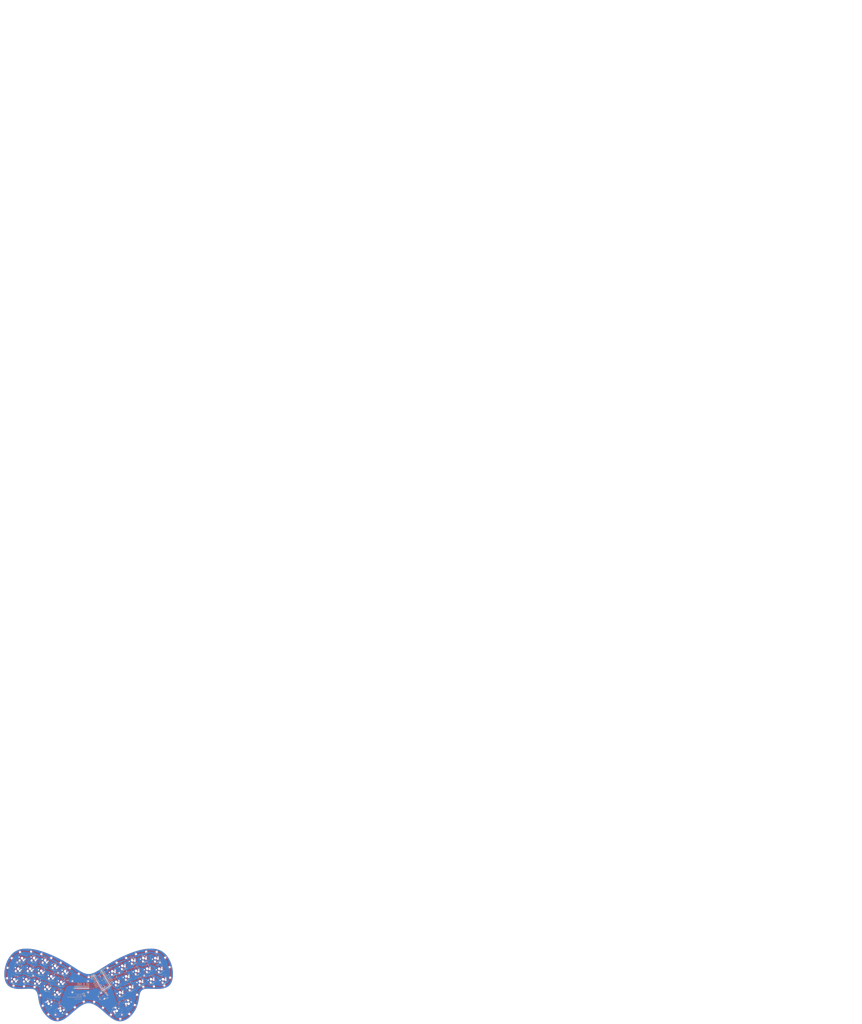
<source format=kicad_pcb>
(kicad_pcb (version 20221018) (generator pcbnew)
  (layers (0 "F.Cu" signal) (31 "B.Cu" signal) (34 "B.Paste" user) (35 "F.Paste" user) (36 "B.SilkS" user "B.Silkscreen") (37 "F.SilkS" user "F.Silkscreen") (38 "B.Mask" user) (39 "F.Mask" user) (44 "Edge.Cuts" user))
  (net 0 "")
  (net 1 "row1")
  (net 2 "Net-(D1-A)")
  (net 3 "row2")
  (net 4 "Net-(D2-A)")
  (net 5 "row3")
  (net 6 "Net-(D3-A)")
  (net 7 "Net-(D4-A)")
  (net 8 "Net-(D5-A)")
  (net 9 "Net-(D6-A)")
  (net 10 "Net-(D7-A)")
  (net 11 "Net-(D8-A)")
  (net 12 "Net-(D9-A)")
  (net 13 "Net-(D10-A)")
  (net 14 "Net-(D11-A)")
  (net 15 "Net-(D12-A)")
  (net 16 "row4")
  (net 17 "Net-(D13-A)")
  (net 18 "Net-(D14-A)")
  (net 19 "Net-(D15-A)")
  (net 20 "Net-(D16-A)")
  (net 21 "Net-(D17-A)")
  (net 22 "Net-(D18-A)")
  (net 23 "Net-(D19-A)")
  (net 24 "Net-(D20-A)")
  (net 25 "Net-(D21-A)")
  (net 26 "Net-(D22-A)")
  (net 27 "Net-(D23-A)")
  (net 28 "Net-(D24-A)")
  (net 29 "Net-(D25-A)")
  (net 30 "Net-(D26-A)")
  (net 31 "Net-(D27-A)")
  (net 32 "Net-(D28-A)")
  (net 33 "Net-(D29-A)")
  (net 34 "Net-(D30-A)")
  (net 35 "Net-(D31-A)")
  (net 36 "Net-(D32-A)")
  (net 37 "Net-(D33-A)")
  (net 38 "Net-(D34-A)")
  (net 39 "+5V")
  (net 40 "Net-(D35-DOUT)")
  (net 41 "GND")
  (net 42 "/leds/leds_din")
  (net 43 "Net-(D36-DOUT)")
  (net 44 "Net-(D37-DOUT)")
  (net 45 "Net-(D38-DOUT)")
  (net 46 "Net-(D39-DOUT)")
  (net 47 "Net-(D40-DOUT)")
  (net 48 "Net-(D41-DOUT)")
  (net 49 "Net-(D42-DOUT)")
  (net 50 "Net-(D43-DOUT)")
  (net 51 "Net-(D44-DOUT)")
  (net 52 "Net-(D45-DOUT)")
  (net 53 "Net-(D46-DOUT)")
  (net 54 "Net-(D47-DOUT)")
  (net 55 "Net-(D48-DOUT)")
  (net 56 "Net-(D49-DOUT)")
  (net 57 "Net-(D50-DOUT)")
  (net 58 "Net-(D51-DOUT)")
  (net 59 "Net-(D52-DOUT)")
  (net 60 "Net-(D53-DOUT)")
  (net 61 "Net-(D54-DOUT)")
  (net 62 "Net-(D55-DOUT)")
  (net 63 "Net-(D56-DOUT)")
  (net 64 "Net-(D57-DOUT)")
  (net 65 "Net-(D58-DOUT)")
  (net 66 "Net-(D59-DOUT)")
  (net 67 "Net-(D60-DOUT)")
  (net 68 "Net-(D61-DOUT)")
  (net 69 "Net-(D62-DOUT)")
  (net 70 "Net-(D63-DOUT)")
  (net 71 "Net-(D64-DOUT)")
  (net 72 "Net-(D65-DOUT)")
  (net 73 "Net-(D66-DOUT)")
  (net 74 "Net-(D67-DOUT)")
  (net 75 "Net-(D68-DOUT)")
  (net 76 "Net-(D69-DOUT)")
  (net 77 "Net-(D70-DOUT)")
  (net 78 "Net-(D71-DOUT)")
  (net 79 "Net-(D72-DOUT)")
  (net 80 "Net-(D73-DOUT)")
  (net 82 "+3.3V")
  (net 83 "gp6")
  (net 84 "gp7")
  (net 85 "gp8")
  (net 86 "gp9")
  (net 87 "gp12")
  (net 88 "gp13")
  (net 89 "gp23")
  (net 90 "gp21")
  (net 91 "gp16")
  (net 92 "gp15")
  (net 93 "gp14")
  (net 94 "col1")
  (net 95 "col2")
  (net 96 "col3")
  (net 97 "col4")
  (net 98 "col5")
  (net 99 "col6")
  (net 100 "col7")
  (net 101 "col8")
  (net 102 "col9")
  (net 103 "col10")
  (net 104 "Net-(U1-~{RST})")
  (footprint "footprints:sk6812-mini-e" (layer "F.Cu") (at 186.65 184.46 -140)
    (fp_text reference "D54")
    (fp_text value "SK6812-MINI-E")
    (fp_line (start -1.8 -1.6) (end -1.8 1.6) (stroke (width 0.12)) (layer "Edge.Cuts"))
    (fp_line (start -1.8 -1.6) (end 1.8 -1.6) (stroke (width 0.12)) (layer "Edge.Cuts"))
    (fp_line (start -1.8 1.6) (end 1.8 1.6) (stroke (width 0.12)) (layer "Edge.Cuts"))
    (fp_line (start 1.8 -1.6) (end 1.8 1.6) (stroke (width 0.12)) (layer "Edge.Cuts"))
  )
  (footprint "footprints:MountingHole_2.2mm_M2_ISO7380_Pad" (layer "F.Cu") (at 158.11 126.3)
    (fp_text reference "H4" hide)
    (fp_text value "MountingHole_Pad")
  )
  (footprint "footprints:sk6812-mini-e" (layer "F.Cu") (at 112.71 90.46 -7)
    (fp_text reference "D41")
    (fp_text value "SK6812-MINI-E")
    (fp_line (start -1.8 -1.6) (end -1.8 1.6) (stroke (width 0.12)) (layer "Edge.Cuts"))
    (fp_line (start -1.8 -1.6) (end 1.8 -1.6) (stroke (width 0.12)) (layer "Edge.Cuts"))
    (fp_line (start -1.8 1.6) (end 1.8 1.6) (stroke (width 0.12)) (layer "Edge.Cuts"))
    (fp_line (start 1.8 -1.6) (end 1.8 1.6) (stroke (width 0.12)) (layer "Edge.Cuts"))
  )
  (footprint "footprints:sk6812-mini-e" (layer "F.Cu") (at 302.524063 149.786689 -162.5)
    (fp_text reference "D63")
    (fp_text value "SK6812-MINI-E")
    (fp_line (start -1.8 -1.6) (end -1.8 1.6) (stroke (width 0.12)) (layer "Edge.Cuts"))
    (fp_line (start -1.8 -1.6) (end 1.8 -1.6) (stroke (width 0.12)) (layer "Edge.Cuts"))
    (fp_line (start -1.8 1.6) (end 1.8 1.6) (stroke (width 0.12)) (layer "Edge.Cuts"))
    (fp_line (start 1.8 -1.6) (end 1.8 1.6) (stroke (width 0.12)) (layer "Edge.Cuts"))
  )
  (footprint "footprints:SW_Hotswap_Kailh_MX_plated_1.00u" (layer "F.Cu") (at 97.236361 101.402538 160)
    (fp_text reference "SW1")
    (fp_text value "SW_Push")
  )
  (footprint "footprints:SW_Hotswap_Kailh_MX_plated_1.50u_90deg" (layer "F.Cu") (at 162.33 190.4 -50)
    (fp_text reference "SW32")
    (fp_text value "SW_Push")
  )
  (footprint "footprints:sk6812-mini-e" (layer "F.Cu") (at 290.06 94.67 18)
    (fp_text reference "D71")
    (fp_text value "SK6812-MINI-E")
    (fp_line (start -1.8 -1.6) (end -1.8 1.6) (stroke (width 0.12)) (layer "Edge.Cuts"))
    (fp_line (start -1.8 -1.6) (end 1.8 -1.6) (stroke (width 0.12)) (layer "Edge.Cuts"))
    (fp_line (start -1.8 1.6) (end 1.8 1.6) (stroke (width 0.12)) (layer "Edge.Cuts"))
    (fp_line (start 1.8 -1.6) (end 1.8 1.6) (stroke (width 0.12)) (layer "Edge.Cuts"))
  )
  (footprint "footprints:SW_Hotswap_Kailh_MX_plated_1.00u" (layer "F.Cu") (at 256.486361 141.487462 -160)
    (fp_text reference "SW16")
    (fp_text value "SW_Push")
  )
  (footprint "footprints:MountingHole_2.2mm_M2_ISO7380_Pad" (layer "F.Cu") (at 266.22 197.21)
    (fp_text reference "H6" hide)
    (fp_text value "MountingHole_Pad")
  )
  (footprint "footprints:sk6812-mini-e" (layer "F.Cu") (at 257.41 109.13 29.25)
    (fp_text reference "D73")
    (fp_text value "SK6812-MINI-E")
    (fp_line (start -1.8 -1.6) (end -1.8 1.6) (stroke (width 0.12)) (layer "Edge.Cuts"))
    (fp_line (start -1.8 -1.6) (end 1.8 -1.6) (stroke (width 0.12)) (layer "Edge.Cuts"))
    (fp_line (start -1.8 1.6) (end 1.8 1.6) (stroke (width 0.12)) (layer "Edge.Cuts"))
    (fp_line (start 1.8 -1.6) (end 1.8 1.6) (stroke (width 0.12)) (layer "Edge.Cuts"))
  )
  (footprint "footprints:MountingHole_2.2mm_M2_ISO7380_Pad" (layer "F.Cu") (at 330.71 108.62)
    (fp_text reference "H9" hide)
    (fp_text value "MountingHole_Pad")
  )
  (footprint "footprints:sk6812-mini-e" (layer "F.Cu") (at 132.34 181.72 111)
    (fp_text reference "D50")
    (fp_text value "SK6812-MINI-E")
    (fp_line (start -1.8 -1.6) (end -1.8 1.6) (stroke (width 0.12)) (layer "Edge.Cuts"))
    (fp_line (start -1.8 -1.6) (end 1.8 -1.6) (stroke (width 0.12)) (layer "Edge.Cuts"))
    (fp_line (start -1.8 1.6) (end 1.8 1.6) (stroke (width 0.12)) (layer "Edge.Cuts"))
    (fp_line (start 1.8 -1.6) (end 1.8 1.6) (stroke (width 0.12)) (layer "Edge.Cuts"))
  )
  (footprint "footprints:RotaryEncoder_Alps_EC11E-Switch_Vertical_H20mm" (layer "F.Cu") (at 241.755672 163.655064 -150)
    (fp_text reference "SW36")
    (fp_text value "RotaryEncoder_Switch")
  )
  (footprint "footprints:sk6812-mini-e" (layer "F.Cu") (at 93.83 91.15 17.25)
    (fp_text reference "D42")
    (fp_text value "SK6812-MINI-E")
    (fp_line (start -1.8 -1.6) (end -1.8 1.6) (stroke (width 0.12)) (layer "Edge.Cuts"))
    (fp_line (start -1.8 -1.6) (end 1.8 -1.6) (stroke (width 0.12)) (layer "Edge.Cuts"))
    (fp_line (start -1.8 1.6) (end 1.8 1.6) (stroke (width 0.12)) (layer "Edge.Cuts"))
    (fp_line (start 1.8 -1.6) (end 1.8 1.6) (stroke (width 0.12)) (layer "Edge.Cuts"))
  )
  (footprint "footprints:sk6812-mini-e" (layer "F.Cu") (at 291.89 163.24 -102.75)
    (fp_text reference "D62")
    (fp_text value "SK6812-MINI-E")
    (fp_line (start -1.8 -1.6) (end -1.8 1.6) (stroke (width 0.12)) (layer "Edge.Cuts"))
    (fp_line (start -1.8 -1.6) (end 1.8 -1.6) (stroke (width 0.12)) (layer "Edge.Cuts"))
    (fp_line (start -1.8 1.6) (end 1.8 1.6) (stroke (width 0.12)) (layer "Edge.Cuts"))
    (fp_line (start 1.8 -1.6) (end 1.8 1.6) (stroke (width 0.12)) (layer "Edge.Cuts"))
  )
  (footprint "footprints:sk6812-mini-e" (layer "F.Cu") (at 130.04 94.71 -18.5)
    (fp_text reference "D40")
    (fp_text value "SK6812-MINI-E")
    (fp_line (start -1.8 -1.6) (end -1.8 1.6) (stroke (width 0.12)) (layer "Edge.Cuts"))
    (fp_line (start -1.8 -1.6) (end 1.8 -1.6) (stroke (width 0.12)) (layer "Edge.Cuts"))
    (fp_line (start -1.8 1.6) (end 1.8 1.6) (stroke (width 0.12)) (layer "Edge.Cuts"))
    (fp_line (start 1.8 -1.6) (end 1.8 1.6) (stroke (width 0.12)) (layer "Edge.Cuts"))
  )
  (footprint "footprints:SW_Hotswap_Kailh_MX_plated_1.00u" (layer "F.Cu") (at 123.366361 140.702538 160)
    (fp_text reference "SW23")
    (fp_text value "SW_Push")
  )
  (footprint "footprints:sk6812-mini-e" (layer "F.Cu") (at 146.68 101.23 -24.5)
    (fp_text reference "D39")
    (fp_text value "SK6812-MINI-E")
    (fp_line (start -1.8 -1.6) (end -1.8 1.6) (stroke (width 0.12)) (layer "Edge.Cuts"))
    (fp_line (start -1.8 -1.6) (end 1.8 -1.6) (stroke (width 0.12)) (layer "Edge.Cuts"))
    (fp_line (start -1.8 1.6) (end 1.8 1.6) (stroke (width 0.12)) (layer "Edge.Cuts"))
    (fp_line (start 1.8 -1.6) (end 1.8 1.6) (stroke (width 0.12)) (layer "Edge.Cuts"))
  )
  (footprint "footprints:sk6812-mini-e" (layer "F.Cu") (at 79.857439 101.544409 54)
    (fp_text reference "D43")
    (fp_text value "SK6812-MINI-E")
    (fp_line (start -1.8 -1.6) (end -1.8 1.6) (stroke (width 0.12)) (layer "Edge.Cuts"))
    (fp_line (start -1.8 -1.6) (end 1.8 -1.6) (stroke (width 0.12)) (layer "Edge.Cuts"))
    (fp_line (start -1.8 1.6) (end 1.8 1.6) (stroke (width 0.12)) (layer "Edge.Cuts"))
    (fp_line (start 1.8 -1.6) (end 1.8 1.6) (stroke (width 0.12)) (layer "Edge.Cuts"))
  )
  (footprint "footprints:SW_Hotswap_Kailh_MX_plated_1.00u" (layer "F.Cu") (at 283.633639 104.982538 -160)
    (fp_text reference "SW8")
    (fp_text value "SW_Push")
  )
  (footprint "footprints:sk6812-mini-e" (layer "F.Cu") (at 339.46 100.63 -53.75)
    (fp_text reference "D68")
    (fp_text value "SK6812-MINI-E")
    (fp_line (start -1.8 -1.6) (end -1.8 1.6) (stroke (width 0.12)) (layer "Edge.Cuts"))
    (fp_line (start -1.8 -1.6) (end 1.8 -1.6) (stroke (width 0.12)) (layer "Edge.Cuts"))
    (fp_line (start -1.8 1.6) (end 1.8 1.6) (stroke (width 0.12)) (layer "Edge.Cuts"))
    (fp_line (start 1.8 -1.6) (end 1.8 1.6) (stroke (width 0.12)) (layer "Edge.Cuts"))
  )
  (footprint "footprints:sk6812-mini-e" (layer "F.Cu") (at 100.7 149.08 -178.25)
    (fp_text reference "D47")
    (fp_text value "SK6812-MINI-E")
    (fp_line (start -1.8 -1.6) (end -1.8 1.6) (stroke (width 0.12)) (layer "Edge.Cuts"))
    (fp_line (start -1.8 -1.6) (end 1.8 -1.6) (stroke (width 0.12)) (layer "Edge.Cuts"))
    (fp_line (start -1.8 1.6) (end 1.8 1.6) (stroke (width 0.12)) (layer "Edge.Cuts"))
    (fp_line (start 1.8 -1.6) (end 1.8 1.6) (stroke (width 0.12)) (layer "Edge.Cuts"))
  )
  (footprint "footprints:MountingHole_2.2mm_M2_ISO7380_Pad" (layer "F.Cu") (at 303.99 131.09)
    (fp_text reference "H8" hide)
    (fp_text value "MountingHole_Pad")
  )
  (footprint "footprints:SW_Hotswap_Kailh_MX_plated_1.00u" (layer "F.Cu") (at 335.763639 137.102538 -160)
    (fp_text reference "SW30")
    (fp_text value "SW_Push")
  )
  (footprint "footprints:SW_Hotswap_Kailh_MX_plated_1.00u" (layer "F.Cu") (at 163.516361 141.492538 160)
    (fp_text reference "SW15")
    (fp_text value "SW_Push")
  )
  (footprint "footprints:MountingHole_2.2mm_M2_ISO7380_Pad" (layer "F.Cu") (at 89.29 108.62)
    (fp_text reference "H2" hide)
    (fp_text value "MountingHole_Pad")
  )
  (footprint "footprints:sk6812-mini-e" (layer "F.Cu") (at 320.42 149.13 178)
    (fp_text reference "D64")
    (fp_text value "SK6812-MINI-E")
    (fp_line (start -1.8 -1.6) (end -1.8 1.6) (stroke (width 0.12)) (layer "Edge.Cuts"))
    (fp_line (start -1.8 -1.6) (end 1.8 -1.6) (stroke (width 0.12)) (layer "Edge.Cuts"))
    (fp_line (start -1.8 1.6) (end 1.8 1.6) (stroke (width 0.12)) (layer "Edge.Cuts"))
    (fp_line (start 1.8 -1.6) (end 1.8 1.6) (stroke (width 0.12)) (layer "Edge.Cuts"))
  )
  (footprint "footprints:sk6812-mini-e" (layer "F.Cu") (at 177.98 118.27 -32)
    (fp_text reference "D37")
    (fp_text value "SK6812-MINI-E")
    (fp_line (start -1.8 -1.6) (end -1.8 1.6) (stroke (width 0.12)) (layer "Edge.Cuts"))
    (fp_line (start -1.8 -1.6) (end 1.8 -1.6) (stroke (width 0.12)) (layer "Edge.Cuts"))
    (fp_line (start -1.8 1.6) (end 1.8 1.6) (stroke (width 0.12)) (layer "Edge.Cuts"))
    (fp_line (start 1.8 -1.6) (end 1.8 1.6) (stroke (width 0.12)) (layer "Edge.Cuts"))
  )
  (footprint "footprints:SW_Hotswap_Kailh_MX_plated_1.00u" (layer "F.Cu") (at 90.736361 119.252538 160)
    (fp_text reference "SW11")
    (fp_text value "SW_Push")
  )
  (footprint "footprints:SW_Hotswap_Kailh_MX_plated_1.00u" (layer "F.Cu") (at 136.366361 105.002538 160)
    (fp_text reference "SW3")
    (fp_text value "SW_Push")
  )
  (footprint "footprints:SW_Hotswap_Kailh_MX_plated_1.00u" (layer "F.Cu") (at 140.196361 150.022538 160)
    (fp_text reference "SW24")
    (fp_text value "SW_Push")
  )
  (footprint "footprints:sk6812-mini-e" (layer "F.Cu") (at 193.22 127.82 -31)
    (fp_text reference "D36")
    (fp_text value "SK6812-MINI-E")
    (fp_line (start -1.8 -1.6) (end -1.8 1.6) (stroke (width 0.12)) (layer "Edge.Cuts"))
    (fp_line (start -1.8 -1.6) (end 1.8 -1.6) (stroke (width 0.12)) (layer "Edge.Cuts"))
    (fp_line (start -1.8 1.6) (end 1.8 1.6) (stroke (width 0.12)) (layer "Edge.Cuts"))
    (fp_line (start 1.8 -1.6) (end 1.8 1.6) (stroke (width 0.12)) (layer "Edge.Cuts"))
  )
  (footprint "footprints:SW_Hotswap_Kailh_MX_plated_1.00u" (layer "F.Cu") (at 104.48 137.03 160)
    (fp_text reference "SW22")
    (fp_text value "SW_Push")
  )
  (footprint "footprints:SW_Hotswap_Kailh_MX_plated_1.00u" (layer "F.Cu") (at 129.863639 122.857462 160)
    (fp_text reference "SW13")
    (fp_text value "SW_Push")
  )
  (footprint "footprints:SW_Hotswap_Kailh_MX_plated_1.00u" (layer "F.Cu") (at 296.623639 140.702538 -160)
    (fp_text reference "SW28")
    (fp_text value "SW_Push")
  )
  (footprint "footprints:waveshare_display_1_28" (layer "F.Cu") (at 195.86 149.7)
    (fp_text reference "H1")
    (fp_text value "~")
  )
  (footprint "footprints:sk6812-mini-e" (layer "F.Cu") (at 141.96 196.56 134.5)
    (fp_text reference "D51")
    (fp_text value "SK6812-MINI-E")
    (fp_line (start -1.8 -1.6) (end -1.8 1.6) (stroke (width 0.12)) (layer "Edge.Cuts"))
    (fp_line (start -1.8 -1.6) (end 1.8 -1.6) (stroke (width 0.12)) (layer "Edge.Cuts"))
    (fp_line (start -1.8 1.6) (end 1.8 1.6) (stroke (width 0.12)) (layer "Edge.Cuts"))
    (fp_line (start 1.8 -1.6) (end 1.8 1.6) (stroke (width 0.12)) (layer "Edge.Cuts"))
  )
  (footprint "Connector_PinHeader_2.54mm:PinHeader_1x10_P2.54mm_Vertical" (layer "F.Cu") (at 186.96 152.38 90)
    (fp_text reference "J1")
    (fp_text value "Conn_01x10_Pin")
  )
  (footprint "footprints:SW_Hotswap_Kailh_MX_plated_1.00u" (layer "F.Cu") (at 142.32 178.47 -35)
    (fp_text reference "SW31")
    (fp_text value "SW_Push")
  )
  (footprint "footprints:sk6812-mini-e" (layer "F.Cu") (at 307.39 90.46 8.75)
    (fp_text reference "D70")
    (fp_text value "SK6812-MINI-E")
    (fp_line (start -1.8 -1.6) (end -1.8 1.6) (stroke (width 0.12)) (layer "Edge.Cuts"))
    (fp_line (start -1.8 -1.6) (end 1.8 -1.6) (stroke (width 0.12)) (layer "Edge.Cuts"))
    (fp_line (start -1.8 1.6) (end 1.8 1.6) (stroke (width 0.12)) (layer "Edge.Cuts"))
    (fp_line (start 1.8 -1.6) (end 1.8 1.6) (stroke (width 0.12)) (layer "Edge.Cuts"))
  )
  (footprint "footprints:SW_Hotswap_Kailh_MX_plated_1.00u" (layer "F.Cu") (at 322.763639 101.392538 -160)
    (fp_text reference "SW10")
    (fp_text value "SW_Push")
  )
  (footprint "footprints:SW_Hotswap_Kailh_MX_plated_1.00u" (layer "F.Cu") (at 329.253639 119.252538 -160)
    (fp_text reference "SW20")
    (fp_text value "SW_Push")
  )
  (footprint "footprints:sk6812-mini-e" (layer "F.Cu") (at 82.99 147.96 164.5)
    (fp_text reference "D46")
    (fp_text value "SK6812-MINI-E")
    (fp_line (start -1.8 -1.6) (end -1.8 1.6) (stroke (width 0.12)) (layer "Edge.Cuts"))
    (fp_line (start -1.8 -1.6) (end 1.8 -1.6) (stroke (width 0.12)) (layer "Edge.Cuts"))
    (fp_line (start -1.8 1.6) (end 1.8 1.6) (stroke (width 0.12)) (layer "Edge.Cuts"))
    (fp_line (start 1.8 -1.6) (end 1.8 1.6) (stroke (width 0.12)) (layer "Edge.Cuts"))
  )
  (footprint "footprints:SW_Hotswap_Kailh_MX_plated_1.00u" (layer "F.Cu") (at 262.976361 159.347462 -160)
    (fp_text reference "SW26")
    (fp_text value "SW_Push")
  )
  (footprint "footprints:SW_Hotswap_Kailh_MX_plated_1.00u" (layer "F.Cu") (at 146.696361 132.167462 160)
    (fp_text reference "SW14")
    (fp_text value "SW_Push")
  )
  (footprint "footprints:SW_Hotswap_Kailh_MX_plated_1.00u" (layer "F.Cu") (at 84.246361 137.112538 160)
    (fp_text reference "SW21")
    (fp_text value "SW_Push")
  )
  (footprint "footprints:sk6812-mini-e" (layer "F.Cu") (at 288.04 180.67 -109.5)
    (fp_text reference "D61")
    (fp_text value "SK6812-MINI-E")
    (fp_line (start -1.8 -1.6) (end -1.8 1.6) (stroke (width 0.12)) (layer "Edge.Cuts"))
    (fp_line (start -1.8 -1.6) (end 1.8 -1.6) (stroke (width 0.12)) (layer "Edge.Cuts"))
    (fp_line (start -1.8 1.6) (end 1.8 1.6) (stroke (width 0.12)) (layer "Edge.Cuts"))
    (fp_line (start 1.8 -1.6) (end 1.8 1.6) (stroke (width 0.12)) (layer "Edge.Cuts"))
  )
  (footprint "footprints:SW_Hotswap_Kailh_MX_plated_1.00u" (layer "F.Cu") (at 277.68 178.47 35)
    (fp_text reference "SW34")
    (fp_text value "SW_Push")
  )
  (footprint "footprints:sk6812-mini-e" (layer "F.Cu") (at 162.68 109.17 -29)
    (fp_text reference "D38")
    (fp_text value "SK6812-MINI-E")
    (fp_line (start -1.8 -1.6) (end -1.8 1.6) (stroke (width 0.12)) (layer "Edge.Cuts"))
    (fp_line (start -1.8 -1.6) (end 1.8 -1.6) (stroke (width 0.12)) (layer "Edge.Cuts"))
    (fp_line (start -1.8 1.6) (end 1.8 1.6) (stroke (width 0.12)) (layer "Edge.Cuts"))
    (fp_line (start 1.8 -1.6) (end 1.8 1.6) (stroke (width 0.12)) (layer "Edge.Cuts"))
  )
  (footprint "footprints:SW_Hotswap_Kailh_MX_plated_1.00u" (layer "F.Cu") (at 273.306361 132.167462 -160)
    (fp_text reference "SW17")
    (fp_text value "SW_Push")
  )
  (footprint "footprints:sk6812-mini-e" (layer "F.Cu") (at 157.47 203.98 -177.5)
    (fp_text reference "D52")
    (fp_text value "SK6812-MINI-E")
    (fp_line (start -1.8 -1.6) (end -1.8 1.6) (stroke (width 0.12)) (layer "Edge.Cuts"))
    (fp_line (start -1.8 -1.6) (end 1.8 -1.6) (stroke (width 0.12)) (layer "Edge.Cuts"))
    (fp_line (start -1.8 1.6) (end 1.8 1.6) (stroke (width 0.12)) (layer "Edge.Cuts"))
    (fp_line (start 1.8 -1.6) (end 1.8 1.6) (stroke (width 0.12)) (layer "Edge.Cuts"))
  )
  (footprint "footprints:SW_Hotswap_Kailh_MX_plated_1.00u" (layer "F.Cu") (at 315.5 137.02 -160)
    (fp_text reference "SW29")
    (fp_text value "SW_Push")
  )
  (footprint "footprints:sk6812-mini-e" (layer "F.Cu") (at 173.05 196.1 -141)
    (fp_text reference "D53")
    (fp_text value "SK6812-MINI-E")
    (fp_line (start -1.8 -1.6) (end -1.8 1.6) (stroke (width 0.12)) (layer "Edge.Cuts"))
    (fp_line (start -1.8 -1.6) (end 1.8 -1.6) (stroke (width 0.12)) (layer "Edge.Cuts"))
    (fp_line (start -1.8 1.6) (end 1.8 1.6) (stroke (width 0.12)) (layer "Edge.Cuts"))
    (fp_line (start 1.8 -1.6) (end 1.8 1.6) (stroke (width 0.12)) (layer "Edge.Cuts"))
  )
  (footprint "footprints:SW_Hotswap_Kailh_MX_plated_1.00u" (layer "F.Cu") (at 279.803639 150.032538 -160)
    (fp_text reference "SW27")
    (fp_text value "SW_Push")
  )
  (footprint "footprints:sk6812-mini-e" (layer "F.Cu") (at 325.083051 90.860915 -13)
    (fp_text reference "D69")
    (fp_text value "SK6812-MINI-E")
    (fp_line (start -1.8 -1.6) (end -1.8 1.6) (stroke (width 0.12)) (layer "Edge.Cuts"))
    (fp_line (start -1.8 -1.6) (end 1.8 -1.6) (stroke (width 0.12)) (layer "Edge.Cuts"))
    (fp_line (start -1.8 1.6) (end 1.8 1.6) (stroke (width 0.12)) (layer "Edge.Cuts"))
    (fp_line (start 1.8 -1.6) (end 1.8 1.6) (stroke (width 0.12)) (layer "Edge.Cuts"))
  )
  (footprint "footprints:sk6812-mini-e" (layer "F.Cu") (at 219.34 175.28 155.5)
    (fp_text reference "D56")
    (fp_text value "SK6812-MINI-E")
    (fp_line (start -1.8 -1.6) (end -1.8 1.6) (stroke (width 0.12)) (layer "Edge.Cuts"))
    (fp_line (start -1.8 -1.6) (end 1.8 -1.6) (stroke (width 0.12)) (layer "Edge.Cuts"))
    (fp_line (start -1.8 1.6) (end 1.8 1.6) (stroke (width 0.12)) (layer "Edge.Cuts"))
    (fp_line (start 1.8 -1.6) (end 1.8 1.6) (stroke (width 0.12)) (layer "Edge.Cuts"))
  )
  (footprint "footprints:SW_Hotswap_Kailh_MX_plated_1.00u" (layer "F.Cu") (at 266.81 114.31 -160)
    (fp_text reference "SW7")
    (fp_text value "SW_Push")
  )
  (footprint "footprints:SW_Hotswap_Kailh_MX_plated_1.50u_90deg" (layer "F.Cu") (at 257.67 190.4 50)
    (fp_text reference "SW33")
    (fp_text value "SW_Push")
  )
  (footprint "footprints:sk6812-mini-e" (layer "F.Cu") (at 242 118.22 32.5)
    (fp_text reference "D74")
    (fp_text value "SK6812-MINI-E")
    (fp_line (start -1.8 -1.6) (end -1.8 1.6) (stroke (width 0.12)) (layer "Edge.Cuts"))
    (fp_line (start -1.8 -1.6) (end 1.8 -1.6) (stroke (width 0.12)) (layer "Edge.Cuts"))
    (fp_line (start -1.8 1.6) (end 1.8 1.6) (stroke (width 0.12)) (layer "Edge.Cuts"))
    (fp_line (start 1.8 -1.6) (end 1.8 1.6) (stroke (width 0.12)) (layer "Edge.Cuts"))
  )
  (footprint "footprints:Helios" (layer "F.Cu") (at 232.36 139.08 30)
    (fp_text reference "U1")
    (fp_text value "0xcb_Helios")
  )
  (footprint "footprints:sk6812-mini-e" (layer "F.Cu") (at 278.84 195.74 -134)
    (fp_text reference "D60")
    (fp_text value "SK6812-MINI-E")
    (fp_line (start -1.8 -1.6) (end -1.8 1.6) (stroke (width 0.12)) (layer "Edge.Cuts"))
    (fp_line (start -1.8 -1.6) (end 1.8 -1.6) (stroke (width 0.12)) (layer "Edge.Cuts"))
    (fp_line (start -1.8 1.6) (end 1.8 1.6) (stroke (width 0.12)) (layer "Edge.Cuts"))
    (fp_line (start 1.8 -1.6) (end 1.8 1.6) (stroke (width 0.12)) (layer "Edge.Cuts"))
  )
  (footprint "footprints:sk6812-mini-e" (layer "F.Cu") (at 234.23 185.2 140.25)
    (fp_text reference "D57")
    (fp_text value "SK6812-MINI-E")
    (fp_line (start -1.8 -1.6) (end -1.8 1.6) (stroke (width 0.12)) (layer "Edge.Cuts"))
    (fp_line (start -1.8 -1.6) (end 1.8 -1.6) (stroke (width 0.12)) (layer "Edge.Cuts"))
    (fp_line (start -1.8 1.6) (end 1.8 1.6) (stroke (width 0.12)) (layer "Edge.Cuts"))
    (fp_line (start 1.8 -1.6) (end 1.8 1.6) (stroke (width 0.12)) (layer "Edge.Cuts"))
  )
  (footprint "footprints:sk6812-mini-e" (layer "F.Cu") (at 210.05 133.63)
    (fp_text reference "D35")
    (fp_text value "SK6812-MINI-E")
    (fp_line (start -1.8 -1.6) (end -1.8 1.6) (stroke (width 0.12)) (layer "Edge.Cuts"))
    (fp_line (start -1.8 -1.6) (end 1.8 -1.6) (stroke (width 0.12)) (layer "Edge.Cuts"))
    (fp_line (start -1.8 1.6) (end 1.8 1.6) (stroke (width 0.12)) (layer "Edge.Cuts"))
    (fp_line (start 1.8 -1.6) (end 1.8 1.6) (stroke (width 0.12)) (layer "Edge.Cuts"))
  )
  (footprint "footprints:SW_Hotswap_Kailh_MX_plated_1.00u" (layer "F.Cu") (at 290.123639 122.852538 -160)
    (fp_text reference "SW18")
    (fp_text value "SW_Push")
  )
  (footprint "footprints:sk6812-mini-e" (layer "F.Cu") (at 201.73 174.85 -157.75)
    (fp_text reference "D55")
    (fp_text value "SK6812-MINI-E")
    (fp_line (start -1.8 -1.6) (end -1.8 1.6) (stroke (width 0.12)) (layer "Edge.Cuts"))
    (fp_line (start -1.8 -1.6) (end 1.8 -1.6) (stroke (width 0.12)) (layer "Edge.Cuts"))
    (fp_line (start -1.8 1.6) (end 1.8 1.6) (stroke (width 0.12)) (layer "Edge.Cuts"))
    (fp_line (start 1.8 -1.6) (end 1.8 1.6) (stroke (width 0.12)) (layer "Edge.Cuts"))
  )
  (footprint "footprints:sk6812-mini-e" (layer "F.Cu") (at 247.86 196.8 141)
    (fp_text reference "D58")
    (fp_text value "SK6812-MINI-E")
    (fp_line (start -1.8 -1.6) (end -1.8 1.6) (stroke (width 0.12)) (layer "Edge.Cuts"))
    (fp_line (start -1.8 -1.6) (end 1.8 -1.6) (stroke (width 0.12)) (layer "Edge.Cuts"))
    (fp_line (start -1.8 1.6) (end 1.8 1.6) (stroke (width 0.12)) (layer "Edge.Cuts"))
    (fp_line (start 1.8 -1.6) (end 1.8 1.6) (stroke (width 0.12)) (layer "Edge.Cuts"))
  )
  (footprint "footprints:sk6812-mini-e" (layer "F.Cu") (at 128.35 164.34 101)
    (fp_text reference "D49")
    (fp_text value "SK6812-MINI-E")
    (fp_line (start -1.8 -1.6) (end -1.8 1.6) (stroke (width 0.12)) (layer "Edge.Cuts"))
    (fp_line (start -1.8 -1.6) (end 1.8 -1.6) (stroke (width 0.12)) (layer "Edge.Cuts"))
    (fp_line (start -1.8 1.6) (end 1.8 1.6) (stroke (width 0.12)) (layer "Edge.Cuts"))
    (fp_line (start 1.8 -1.6) (end 1.8 1.6) (stroke (width 0.12)) (layer "Edge.Cuts"))
  )
  (footprint "footprints:SW_Hotswap_Kailh_MX_plated_1.00u" (layer "F.Cu") (at 309.013639 119.162538 -160)
    (fp_text reference "SW19")
    (fp_text value "SW_Push")
  )
  (footprint "footprints:SW_Hotswap_Kailh_MX_plated_1.00u" (layer "F.Cu") (at 170.016361 123.632538 160)
    (fp_text reference "SW5")
    (fp_text value "SW_Push")
  )
  (footprint "footprints:sk6812-mini-e" (layer "F.Cu") (at 338.08 147.65 -160)
    (fp_text reference "D65")
    (fp_text value "SK6812-MINI-E")
    (fp_line (start -1.8 -1.6) (end -1.8 1.6) (stroke (width 0.12)) (layer "Edge.Cuts"))
    (fp_line (start -1.8 -1.6) (end 1.8 -1.6) (stroke (width 0.12)) (layer "Edge.Cuts"))
    (fp_line (start -1.8 1.6) (end 1.8 1.6) (stroke (width 0.12)) (layer "Edge.Cuts"))
    (fp_line (start 1.8 -1.6) (end 1.8 1.6) (stroke (width 0.12)) (layer "Edge.Cuts"))
  )
  (footprint "footprints:SW_Hotswap_Kailh_MX_plated_1.00u" (layer "F.Cu") (at 153.196361 114.322538 160)
    (fp_text reference "SW4")
    (fp_text value "SW_Push")
  )
  (footprint "footprints:SW_Hotswap_Kailh_MX_plated_1.00u" (layer "F.Cu") (at 302.513639 101.312538 -160)
    (fp_text reference "SW9")
    (fp_text value "SW_Push")
  )
  (footprint "footprints:MountingHole_2.2mm_M2_ISO7380_Pad" (layer "F.Cu") (at 261.89 126.3)
    (fp_text reference "H7" hide)
    (fp_text value "MountingHole_Pad")
  )
  (footprint "footprints:sk6812-mini-e" (layer "F.Cu") (at 348.002391 134.317698 -100)
    (fp_text reference "D66")
    (fp_text value "SK6812-MINI-E")
    (fp_line (start -1.8 -1.6) (end -1.8 1.6) (stroke (width 0.12)) (layer "Edge.Cuts"))
    (fp_line (start -1.8 -1.6) (end 1.8 -1.6) (stroke (width 0.12)) (layer "Edge.Cuts"))
    (fp_line (start -1.8 1.6) (end 1.8 1.6) (stroke (width 0.12)) (layer "Edge.Cuts"))
    (fp_line (start 1.8 -1.6) (end 1.8 1.6) (stroke (width 0.12)) (layer "Edge.Cuts"))
  )
  (footprint "footprints:MountingHole_2.2mm_M2_ISO7380_Pad" (layer "F.Cu") (at 116.01 131.09)
    (fp_text reference "H3" hide)
    (fp_text value "MountingHole_Pad")
  )
  (footprint "footprints:SW_Hotswap_Kailh_MX_plated_1.00u" (layer "F.Cu") (at 117.49 101.31 160)
    (fp_text reference "SW2")
    (fp_text value "SW_Push")
  )
  (footprint "footprints:sk6812-mini-e" (layer "F.Cu") (at 118.56 150.18 162)
    (fp_text reference "D48")
    (fp_text value "SK6812-MINI-E")
    (fp_line (start -1.8 -1.6) (end -1.8 1.6) (stroke (width 0.12)) (layer "Edge.Cuts"))
    (fp_line (start -1.8 -1.6) (end 1.8 -1.6) (stroke (width 0.12)) (layer "Edge.Cuts"))
    (fp_line (start -1.8 1.6) (end 1.8 1.6) (stroke (width 0.12)) (layer "Edge.Cuts"))
    (fp_line (start 1.8 -1.6) (end 1.8 1.6) (stroke (width 0.12)) (layer "Edge.Cuts"))
  )
  (footprint "footprints:MountingHole_2.2mm_M2_ISO7380_Pad" (layer "F.Cu") (at 153.78 197.21)
    (fp_text reference "H5" hide)
    (fp_text value "MountingHole_Pad")
  )
  (footprint "footprints:sk6812-mini-e" (layer "F.Cu") (at 72.198542 135.424747 102)
    (fp_text reference "D45")
    (fp_text value "SK6812-MINI-E")
    (fp_line (start -1.8 -1.6) (end -1.8 1.6) (stroke (width 0.12)) (layer "Edge.Cuts"))
    (fp_line (start -1.8 -1.6) (end 1.8 -1.6) (stroke (width 0.12)) (layer "Edge.Cuts"))
    (fp_line (start -1.8 1.6) (end 1.8 1.6) (stroke (width 0.12)) (layer "Edge.Cuts"))
    (fp_line (start 1.8 -1.6) (end 1.8 1.6) (stroke (width 0.12)) (layer "Edge.Cuts"))
  )
  (footprint "footprints:sk6812-mini-e" (layer "F.Cu") (at 273.42 101.17 23.5)
    (fp_text reference "D72")
    (fp_text value "SK6812-MINI-E")
    (fp_line (start -1.8 -1.6) (end -1.8 1.6) (stroke (width 0.12)) (layer "Edge.Cuts"))
    (fp_line (start -1.8 -1.6) (end 1.8 -1.6) (stroke (width 0.12)) (layer "Edge.Cuts"))
    (fp_line (start -1.8 1.6) (end 1.8 1.6) (stroke (width 0.12)) (layer "Edge.Cuts"))
    (fp_line (start 1.8 -1.6) (end 1.8 1.6) (stroke (width 0.12)) (layer "Edge.Cuts"))
  )
  (footprint "footprints:SW_Hotswap_Kailh_MX_plated_1.00u" (layer "F.Cu") (at 110.983639 119.167462 160)
    (fp_text reference "SW12")
    (fp_text value "SW_Push")
  )
  (footprint "footprints:SW_Hotswap_Kailh_MX_plated_1.00u" (layer "F.Cu") (at 157.036361 159.342538 160)
    (fp_text reference "SW25")
    (fp_text value "SW_Push")
  )
  (footprint "footprints:sk6812-mini-e" (layer "F.Cu") (at 72.83 117.77 76.5)
    (fp_text reference "D44")
    (fp_text value "SK6812-MINI-E")
    (fp_line (start -1.8 -1.6) (end -1.8 1.6) (stroke (width 0.12)) (layer "Edge.Cuts"))
    (fp_line (start -1.8 -1.6) (end 1.8 -1.6) (stroke (width 0.12)) (layer "Edge.Cuts"))
    (fp_line (start -1.8 1.6) (end 1.8 1.6) (stroke (width 0.12)) (layer "Edge.Cuts"))
    (fp_line (start 1.8 -1.6) (end 1.8 1.6) (stroke (width 0.12)) (layer "Edge.Cuts"))
  )
  (footprint "footprints:SW_Hotswap_Kailh_MX_plated_1.00u" (layer "F.Cu") (at 249.97104 123.636277 -160)
    (fp_text reference "SW6")
    (fp_text value "SW_Push")
  )
  (footprint "footprints:sk6812-mini-e" (layer "F.Cu") (at 346.94 116.65 -75)
    (fp_text reference "D67")
    (fp_text value "SK6812-MINI-E")
    (fp_line (start -1.8 -1.6) (end -1.8 1.6) (stroke (width 0.12)) (layer "Edge.Cuts"))
    (fp_line (start -1.8 -1.6) (end 1.8 -1.6) (stroke (width 0.12)) (layer "Edge.Cuts"))
    (fp_line (start -1.8 1.6) (end 1.8 1.6) (stroke (width 0.12)) (layer "Edge.Cuts"))
    (fp_line (start 1.8 -1.6) (end 1.8 1.6) (stroke (width 0.12)) (layer "Edge.Cuts"))
  )
  (footprint "footprints:sk6812-mini-e" (layer "F.Cu") (at 263.63 203.96 -177)
    (fp_text reference "D59")
    (fp_text value "SK6812-MINI-E")
    (fp_line (start -1.8 -1.6) (end -1.8 1.6) (stroke (width 0.12)) (layer "Edge.Cuts"))
    (fp_line (start -1.8 -1.6) (end 1.8 -1.6) (stroke (width 0.12)) (layer "Edge.Cuts"))
    (fp_line (start -1.8 1.6) (end 1.8 1.6) (stroke (width 0.12)) (layer "Edge.Cuts"))
    (fp_line (start 1.8 -1.6) (end 1.8 1.6) (stroke (width 0.12)) (layer "Edge.Cuts"))
  )
  (footprint "footprints:D_SOD-123_RIGHT" (layer "B.Cu") (at 324.99 96.6 20)
    (fp_text reference "D10")
    (fp_text value "1N4148")
  )
  (footprint "footprints:D_SOD-123_LEFT" (layer "B.Cu") (at 164.912523 137.538566 160)
    (fp_text reference "D15")
    (fp_text value "1N4148")
  )
  (footprint "footprints:D_SOD-123_LEFT" (layer "B.Cu") (at 105.92 133.06 160)
    (fp_text reference "D22")
    (fp_text value "1N4148")
  )
  (footprint "footprints:D_SOD-123_LEFT" (layer "B.Cu") (at 148.09 128.19 160)
    (fp_text reference "D14")
    (fp_text value "1N4148")
  )
  (footprint "footprints:D_SOD-123_RIGHT" (layer "B.Cu") (at 265.39 110.34 20)
    (fp_text reference "D7")
    (fp_text value "1N4148")
  )
  (footprint "footprints:D_SOD-123_LEFT" (layer "B.Cu") (at 137.77 101.15 160)
    (fp_text reference "D3")
    (fp_text value "1N4148")
  )
  (footprint "footprints:D_SOD-123_LEFT" (layer "B.Cu") (at 131.3 118.89 160)
    (fp_text reference "D13")
    (fp_text value "1N4148")
  )
  (footprint "footprints:D_SOD-123_LEFT" (layer "B.Cu") (at 85.66 133.14 160)
    (fp_text reference "D21")
    (fp_text value "1N4148")
  )
  (footprint "footprints:D_SOD-123_RIGHT" (layer "B.Cu") (at 314.05 133.09 20)
    (fp_text reference "D29")
    (fp_text value "1N4148")
  )
  (footprint "footprints:D_SOD-123_RIGHT" (layer "B.Cu") (at 334.33 133.17 20)
    (fp_text reference "D30")
    (fp_text value "1N4148")
  )
  (footprint "footprints:D_SOD-123_LEFT" (layer "B.Cu") (at 160.63 178.02 -110)
    (fp_text reference "D32")
    (fp_text value "1N4148")
  )
  (footprint "footprints:D_SOD-123_RIGHT" (layer "B.Cu") (at 261.49 155.44 20)
    (fp_text reference "D26")
    (fp_text value "1N4148")
  )
  (footprint "footprints:D_SOD-123_RIGHT" (layer "B.Cu") (at 288.67 118.89 20)
    (fp_text reference "D18")
    (fp_text value "1N4148")
  )
  (footprint "footprints:D_SOD-123_LEFT" (layer "B.Cu") (at 124.78 136.73 160)
    (fp_text reference "D23")
    (fp_text value "1N4148")
  )
  (footprint "footprints:D_SOD-123_LEFT" (layer "B.Cu") (at 118.92 97.35 160)
    (fp_text reference "D2")
    (fp_text value "1N4148")
  )
  (footprint "footprints:D_SOD-123_RIGHT" (layer "B.Cu") (at 269.85 172.41 20)
    (fp_text reference "D34")
    (fp_text value "1N4148")
  )
  (footprint "footprints:D_SOD-123_RIGHT" (layer "B.Cu") (at 282.2 101.02 20)
    (fp_text reference "D8")
    (fp_text value "1N4148")
  )
  (footprint "footprints:D_SOD-123_LEFT" (layer "B.Cu") (at 154.62 110.36 160)
    (fp_text reference "D4")
    (fp_text value "1N4148")
  )
  (footprint "footprints:D_SOD-123_LEFT" (layer "B.Cu") (at 94.4 96.92 160)
    (fp_text reference "D1")
    (fp_text value "1N4148")
  )
  (footprint "footprints:D_SOD-123_RIGHT" (layer "B.Cu") (at 259.6 177.94 -70)
    (fp_text reference "D33")
    (fp_text value "1N4148")
  )
  (footprint "footprints:butterfly" (layer "B.Cu") (at 201.93 163.19 180)
    (fp_text reference "G***" hide)
    (fp_text value "LOGO" hide)
  )
  (footprint "footprints:D_SOD-123_LEFT" (layer "B.Cu") (at 141.64 146.06 160)
    (fp_text reference "D24")
    (fp_text value "1N4148")
  )
  (footprint "footprints:D_SOD-123_LEFT" (layer "B.Cu") (at 92.17 115.28 160)
    (fp_text reference "D11")
    (fp_text value "1N4148")
  )
  (footprint "footprints:D_SOD-123_RIGHT" (layer "B.Cu") (at 307.58 115.2 20)
    (fp_text reference "D19")
    (fp_text value "1N4148")
  )
  (footprint "footprints:D_SOD-123_RIGHT" (layer "B.Cu") (at 271.87 128.19 20)
    (fp_text reference "D17")
    (fp_text value "1N4148")
  )
  (footprint "footprints:D_SOD-123_RIGHT" (layer "B.Cu") (at 295.16 136.74 20)
    (fp_text reference "D28")
    (fp_text value "1N4148")
  )
  (footprint "footprints:D_SOD-123_RIGHT" (layer "B.Cu") (at 301.07 97.35 20)
    (fp_text reference "D9")
    (fp_text value "1N4148")
  )
  (footprint "footprints:D_SOD-123_LEFT" (layer "B.Cu") (at 171.412523 119.708566 160)
    (fp_text reference "D5")
    (fp_text value "1N4148")
  )
  (footprint "footprints:D_SOD-123_RIGHT" (layer "B.Cu") (at 327.81 115.3 20)
    (fp_text reference "D20")
    (fp_text value "1N4148")
  )
  (footprint "footprints:D_SOD-123_RIGHT" (layer "B.Cu") (at 248.61 119.66 20)
    (fp_text reference "D6")
    (fp_text value "1N4148")
  )
  (footprint "footprints:D_SOD-123_RIGHT" (layer "B.Cu") (at 278.36 146.07 20)
    (fp_text reference "D27")
    (fp_text value "1N4148")
  )
  (footprint "footprints:D_SOD-123_LEFT" (layer "B.Cu") (at 158.43 155.4 160)
    (fp_text reference "D25")
    (fp_text value "1N4148")
  )
  (footprint "Resistor_SMD:R_0805_2012Metric_Pad1.20x1.40mm_HandSolder" (layer "B.Cu") (at 213.01 152.38 90)
    (fp_text reference "R1")
    (fp_text value "4.7k")
  )
  (footprint "footprints:D_SOD-123_RIGHT" (layer "B.Cu") (at 255.04 137.56 20)
    (fp_text reference "D16")
    (fp_text value "1N4148")
  )
  (footprint "footprints:D_SOD-123_LEFT" (layer "B.Cu") (at 112.4 115.21 160)
    (fp_text reference "D12")
    (fp_text value "1N4148")
  )
  (footprint "Resistor_SMD:R_0805_2012Metric_Pad1.20x1.40mm_HandSolder" (layer "B.Cu") (at 216.67 152.38 90)
    (fp_text reference "R2")
    (fp_text value "4.7k")
  )
  (footprint "Button_Switch_SMD:SW_SPST_TL3342" (layer "B.Cu") (at 229.46202 134.089552 -150)
    (fp_text reference "SW35")
    (fp_text value "SW_Push")
  )
  (footprint "footprints:D_SOD-123_LEFT" (layer "B.Cu") (at 151.33 172.8 160)
    (fp_text reference "D31")
    (fp_text value "1N4148")
  )
  (gr_circle (center 103.83 95.52) (end 109.83 95.52) (stroke (width 0.2) (type dot)) (fill none) (layer "B.SilkS"))
  (gr_circle (center 78.02 128.01) (end 84.02 128.01) (stroke (width 0.2) (type dot)) (fill none) (layer "B.SilkS"))
  (gr_circle (center 316.17 95.52) (end 322.17 95.52) (stroke (width 0.2) (type dot)) (fill none) (layer "B.SilkS"))
  (gr_circle (center 272 190) (end 278 190) (stroke (width 0.2) (type dot)) (fill none) (layer "B.SilkS"))
  (gr_circle (center 148 190) (end 154 190) (stroke (width 0.2) (type dot)) (fill none) (layer "B.SilkS"))
  (gr_circle (center 341.41 127.46) (end 347.41 127.46) (stroke (width 0.2) (type dot)) (fill none) (layer "B.SilkS"))
  (gr_curve (pts (xy 291.72495 183.01494) (xy 297.06864 169.06633) (xy 293.67736 156.38186) (xy 304.19319 153.73753)) (stroke (width 0.2)) (layer "Edge.Cuts"))
  (gr_curve (pts (xy 257.22592 207.30241) (xy 272.30313 212.17597) (xy 286.38126 196.96355) (xy 291.72495 183.01494)) (stroke (width 0.2)) (layer "Edge.Cuts"))
  (gr_curve (pts (xy 210 177.47) (xy 226.07487 177.47013) (xy 242.14871 202.42885) (xy 257.22592 207.30241)) (stroke (width 0.2)) (layer "Edge.Cuts"))
  (gr_curve (pts (xy 304.19319 153.73753) (xy 314.70903 151.0932) (xy 339.12986 158.48908) (xy 348.40194 145.26715)) (stroke (width 0.2)) (layer "Edge.Cuts"))
  (gr_curve (pts (xy 128.27484 183.01484) (xy 133.61873 196.9635) (xy 147.69691 212.17595) (xy 162.77422 207.30215)) (stroke (width 0.2)) (layer "Edge.Cuts"))
  (gr_curve (pts (xy 88.541483 88.470917) (xy 68.203871 98.20772) (xy 62.325363 132.04777) (xy 71.596987 145.26883)) (stroke (width 0.2)) (layer "Edge.Cuts"))
  (gr_curve (pts (xy 115.80638 153.7378) (xy 126.32207 156.38205) (xy 122.93095 169.06617) (xy 128.27484 183.01484)) (stroke (width 0.2)) (layer "Edge.Cuts"))
  (gr_curve (pts (xy 162.77422 207.30215) (xy 177.85153 202.42834) (xy 193.92512 177.46987) (xy 210 177.47)) (stroke (width 0.2)) (layer "Edge.Cuts"))
  (gr_curve (pts (xy 71.596987 145.26883) (xy 80.868611 158.48988) (xy 105.29068 151.09355) (xy 115.80638 153.7378)) (stroke (width 0.2)) (layer "Edge.Cuts"))
  (gr_curve (pts (xy 166.32662 105.51588) (xy 143.67322 93.09996) (xy 108.87909 78.734115) (xy 88.541483 88.470917)) (stroke (width 0.2)) (layer "Edge.Cuts"))
  (gr_curve (pts (xy 253.6737 105.51572) (xy 231.02031 117.93152) (xy 220.51022 128.39594) (xy 210.00008 128.39607)) (stroke (width 0.2)) (layer "Edge.Cuts"))
  (gr_curve (pts (xy 210.00008 128.39607) (xy 199.48994 128.3962) (xy 188.98002 117.93179) (xy 166.32662 105.51588)) (stroke (width 0.2)) (layer "Edge.Cuts"))
  (gr_curve (pts (xy 331.45834 88.471054) (xy 311.12098 78.734184) (xy 276.3271 93.099917) (xy 253.6737 105.51572)) (stroke (width 0.2)) (layer "Edge.Cuts"))
  (gr_curve (pts (xy 348.40194 145.26715) (xy 357.67402 132.04522) (xy 351.79571 98.207923) (xy 331.45834 88.471054)) (stroke (width 0.2)) (layer "Edge.Cuts"))
  (gr_text "GP7" (at 199 147.77 270) (layer "B.SilkS") (effects (font (size 1 1)) (justify right bottom mirror)))
  (gr_text "7" (at 230.03 153.03 30) (layer "B.SilkS") (effects (font (size 1 1)) (justify left bottom mirror)))
  (gr_text "GP16/SDI" (at 201.6 150.72 270) (layer "B.SilkS") (effects (font (size 1 1)) (justify left bottom mirror)))
  (gr_text "GND" (at 222.48 139.73 30) (layer "B.SilkS") (effects (font (size 1 1)) (justify left bottom mirror)))
  (gr_text "GP21/CS" (at 196.5 150.73 270) (layer "B.SilkS") (effects (font (size 1 1)) (justify left bottom mirror)))
  (gr_text "SDA/12" (at 235.63 156.33 290) (layer "B.SilkS") (effects (font (size 1 1)) (justify right bottom mirror)))
  (gr_text "GND" (at 188.84 150.72 270) (layer "B.SilkS") (effects (font (size 1 1)) (justify left bottom mirror)))
  (gr_text "COL7/28" (at 232.36 139.81 30) (layer "B.SilkS") (effects (font (size 1 1)) (justify right bottom mirror)))
  (gr_text "14" (at 240.14 153.77 300) (layer "B.SilkS") (effects (font (size 1 1)) (justify right bottom mirror)))
  (gr_text "COL9/25" (at 243.04 139.56 30) (layer "B.SilkS") (effects (font (size 1 1)) (justify right bottom mirror)))
  (gr_text "3V3" (at 186.36 150.66 270) (layer "B.SilkS") (effects (font (size 1 1)) (justify left bottom mirror)))
  (gr_text "RGB/25" (at 235.23 151.91 30) (layer "B.SilkS") (effects (font (size 1 1)) (justify right bottom mirror)))
  (gr_text "GND" (at 235.34 126.33 30) (layer "B.SilkS") (effects (font (size 1 1)) (justify right bottom mirror)))
  (gr_text "16" (at 244.53 151.18 300) (layer "B.SilkS") (effects (font (size 1 1)) (justify right bottom mirror)))
  (gr_text "COL1/3" (at 224.92 144.17 30) (layer "B.SilkS") (effects (font (size 1 1)) (justify left bottom mirror)))
  (gr_text "23" (at 246.83 146.12 30) (layer "B.SilkS") (effects (font (size 1 1)) (justify right bottom mirror)))
  (gr_text "6" (at 228.76 150.69 30) (layer "B.SilkS") (effects (font (size 1 1)) (justify left bottom mirror)))
  (gr_text "ROW1/11" (at 232.8 121.95 30) (layer "B.SilkS") (effects (font (size 1 1)) (justify right bottom mirror)))
  (gr_text "ROW4/5" (at 227.6 148.55 30) (layer "B.SilkS") (effects (font (size 1 1)) (justify left bottom mirror)))
  (gr_text "13" (at 237.7 155.1 300) (layer "B.SilkS") (effects (font (size 1 1)) (justify right bottom mirror)))
  (gr_text "COL8/27" (at 241.74 137.32 30) (layer "B.SilkS") (effects (font (size 1 1)) (justify right bottom mirror)))
  (gr_text "5V" (at 234.19 124.09 30) (layer "B.SilkS") (effects (font (size 1 1)) (justify right bottom mirror)))
  (gr_text "May 2023\ngithub.com/jstevej/fidrildi" (at 198.54 168.08) (layer "B.SilkS") (effects (font (size 1.2 1.2) (thickness 0.18)) (justify left bottom mirror)))
  (gr_text "GP23/SDO" (at 191.45 150.72 270) (layer "B.SilkS") (effects (font (size 1 1)) (justify left bottom mirror)))
  (gr_text "GP12/SDA" (at 206.7 150.73 270) (layer "B.SilkS") (effects (font (size 1 1)) (justify left bottom mirror)))
  (gr_text "21" (at 248.09 148.36 30) (layer "B.SilkS") (effects (font (size 1 1)) (justify right bottom mirror)))
  (gr_text "J1" (at 184.36 153.02) (layer "B.SilkS") (effects (font (size 1 1)) (justify bottom mirror)))
  (gr_text "COL2/2" (at 223.64 141.86 30) (layer "B.SilkS") (effects (font (size 1 1)) (justify left bottom mirror)))
  (gr_text "RST" (at 236.76 128.5 30) (layer "B.SilkS") (effects (font (size 1 1)) (justify right bottom mirror)))
  (gr_text "COL5/" (at 217.1 130.34 30) (layer "B.SilkS") (effects (font (size 1 1)) (justify left bottom mirror)))
  (gr_text "GND" (at 221.19 137.51 30) (layer "B.SilkS") (effects (font (size 1 1)) (justify left bottom mirror)))
  (gr_text "ROW2/4" (at 226.22 146.29 30) (layer "B.SilkS") (effects (font (size 1 1)) (justify left bottom mirror)))
  (gr_text "15" (at 242.24 152.47 300) (layer "B.SilkS") (effects (font (size 1 1)) (justify right bottom mirror)))
  (gr_text "SCL/9" (at 232.53 157.43 30) (layer "B.SilkS") (effects (font (size 1 1)) (justify left bottom mirror)))
  (gr_text "8" (at 231.29 155.15 30) (layer "B.SilkS") (effects (font (size 1 1)) (justify left bottom mirror)))
  (gr_text "COL4/0" (at 218.62 133.1 35) (layer "B.SilkS") (effects (font (size 1 1)) (justify left bottom mirror)))
  (gr_text "COL3/1" (at 219.92 135.25 30) (layer "B.SilkS") (effects (font (size 1 1)) (justify left bottom mirror)))
  (gr_text "10" (at 217.28 131.67 30) (layer "B.SilkS") (effects (font (size 1 1)) (justify left bottom mirror)))
  (gr_text "COL10/22" (at 244.37 141.66 30) (layer "B.SilkS") (effects (font (size 1 1)) (justify right bottom mirror)))
  (gr_text "JLCJLCJLCJLC" (at 198.54 171.14) (layer "B.SilkS") (effects (font (size 1.2 1.2) (thickness 0.18)) (justify left bottom mirror)))
  (gr_text "GP9/SCL" (at 209.23 150.72 270) (layer "B.SilkS") (effects (font (size 1 1)) (justify left bottom mirror)))
  (gr_text "Fidrildi 4" (at 198.54 163.75) (layer "B.SilkS") (effects (font (size 1.8 1.8)) (justify left bottom mirror)))
  (gr_text "3V3" (at 237.88 130.73 30) (layer "B.SilkS") (effects (font (size 1 1)) (justify right bottom mirror)))
  (gr_text "ROW3/20" (at 245.56 143.99 30) (layer "B.SilkS") (effects (font (size 1 1)) (justify right bottom mirror)))
  (gr_text "COL6/29" (at 239.13 132.89 30) (layer "B.SilkS") (effects (font (size 1 1)) (justify right bottom mirror)))
  (gr_text "GP6/SCK" (at 193.99 150.73 270) (layer "B.SilkS") (effects (font (size 1 1)) (justify left bottom mirror)))
  (gr_text "GP8" (at 204.11 150.73 270) (layer "B.SilkS") (effects (font (size 1 1)) (justify left bottom mirror)))
  (gr_text "GND" (at 221.18 137.5 30) (layer "F.SilkS") (effects (font (size 1 1)) (justify right bottom)))
  (gr_text "GP6/SCK" (at 194 150.72 270) (layer "F.SilkS") (effects (font (size 1 1)) (justify right bottom)))
  (gr_text "GP23/SDO" (at 191.45 150.72 270) (layer "F.SilkS") (effects (font (size 1 1)) (justify right bottom)))
  (gr_text "13" (at 237.8 155.04 300) (layer "F.SilkS") (effects (font (size 1 1)) (justify left bottom)))
  (gr_text "3V3" (at 186.36 150.71 270) (layer "F.SilkS") (effects (font (size 1 1)) (justify right bottom)))
  (gr_text "SDA/12" (at 235.59 156.33 290) (layer "F.SilkS") (effects (font (size 1 1)) (justify left bottom)))
  (gr_text "GP9/SCL" (at 209.23 150.63 270) (layer "F.SilkS") (effects (font (size 1 1)) (justify right bottom)))
  (gr_text "GND" (at 235.34 126.33 30) (layer "F.SilkS") (effects (font (size 1 1)) (justify left bottom)))
  (gr_text "SCL/9" (at 232.58 157.39 30) (layer "F.SilkS") (effects (font (size 1 1)) (justify right bottom)))
  (gr_text "ROW2/4" (at 226.16 146.34 30) (layer "F.SilkS") (effects (font (size 1 1)) (justify right bottom)))
  (gr_text "GP21/CS" (at 196.51 150.73 270) (layer "F.SilkS") (effects (font (size 1 1)) (justify right bottom)))
  (gr_text "21" (at 248.12 148.35 30) (layer "F.SilkS") (effects (font (size 1 1)) (justify left bottom)))
  (gr_text "COL8/27" (at 241.68 137.34 30) (layer "F.SilkS") (effects (font (size 1 1)) (justify left bottom)))
  (gr_text "GP12/SDA" (at 206.7 150.63 270) (layer "F.SilkS") (effects (font (size 1 1)) (justify right bottom)))
  (gr_text "GP7" (at 198.99 150.68 270) (layer "F.SilkS") (effects (font (size 1 1)) (justify right bottom)))
  (gr_text "\n6" (at 228.76 150.69 30) (layer "F.SilkS") (effects (font (size 1 1)) (justify right bottom)))
  (gr_text "RST" (at 236.62 128.57 30) (layer "F.SilkS") (effects (font (size 1 1)) (justify left bottom)))
  (gr_text "COL9/25" (at 242.99 139.6 30) (layer "F.SilkS") (effects (font (size 1 1)) (justify left bottom)))
  (gr_text "7" (at 230.08 153.01 30) (layer "F.SilkS") (effects (font (size 1 1)) (justify right bottom)))
  (gr_text "23" (at 246.78 146.1 30) (layer "F.SilkS") (effects (font (size 1 1)) (justify left bottom)))
  (gr_text "COL2/2" (at 223.63 141.87 30) (layer "F.SilkS") (effects (font (size 1 1)) (justify right bottom)))
  (gr_text "COL7/28" (at 240.4 135.14 30) (layer "F.SilkS") (effects (font (size 1 1)) (justify left bottom)))
  (gr_text "GP8" (at 204.11 150.73 270) (layer "F.SilkS") (effects (font (size 1 1)) (justify right bottom)))
  (gr_text "COL5/" (at 216.98 130.26 30) (layer "F.SilkS") (effects (font (size 1 1)) (justify right bottom)))
  (gr_text "3V3" (at 237.94 130.7 30) (layer "F.SilkS") (effects (font (size 1 1)) (justify left bottom)))
  (gr_text "GND" (at 188.85 150.74 270) (layer "F.SilkS") (effects (font (size 1 1)) (justify right bottom)))
  (gr_text "ROW1/11" (at 232.8 121.95 30) (layer "F.SilkS") (effects (font (size 1 1)) (justify left bottom)))
  (gr_text "14" (at 240.09 153.69 300) (layer "F.SilkS") (effects (font (size 1 1)) (justify left bottom)))
  (gr_text "COL6/29" (at 239.19 132.94 30) (layer "F.SilkS") (effects (font (size 1 1)) (justify left bottom)))
  (gr_text "5V" (at 234.09 124.14 30) (layer "F.SilkS") (effects (font (size 1 1)) (justify left bottom)))
  (gr_text "GP16/SDI" (at 201.61 150.77 270) (layer "F.SilkS") (effects (font (size 1 1)) (justify right bottom)))
  (gr_text "COL3/1" (at 219.89 135.24 30) (layer "F.SilkS") (effects (font (size 1 1)) (justify right bottom)))
  (gr_text "8" (at 231.29 155.15 30) (layer "F.SilkS") (effects (font (size 1 1)) (justify right bottom)))
  (gr_text "15" (at 242.24 152.46 300) (layer "F.SilkS") (effects (font (size 1 1)) (justify left bottom)))
  (gr_text "ROW4/5" (at 227.56 148.53 30) (layer "F.SilkS") (effects (font (size 1 1)) (justify right bottom)))
  (gr_text "COL1/3" (at 224.89 144.21 30) (layer "F.SilkS") (effects (font (size 1 1)) (justify right bottom)))
  (gr_text "GND" (at 222.48 139.73 30) (layer "F.SilkS") (effects (font (size 1 1)) (justify right bottom)))
  (gr_text "ROW3/20" (at 245.54 144.01 30) (layer "F.SilkS") (effects (font (size 1 1)) (justify left bottom)))
  (gr_text "16" (at 244.52 151.18 300) (layer "F.SilkS") (effects (font (size 1 1)) (justify left bottom)))
  (gr_text "COL4/0" (at 218.61 133.15 30) (layer "F.SilkS") (effects (font (size 1 1)) (justify right bottom)))
  (gr_text "10" (at 217.24 131.78 30) (layer "F.SilkS") (effects (font (size 1 1)) (justify right bottom)))
  (gr_text "COL10/22" (at 244.25 141.71 30) (layer "F.SilkS") (effects (font (size 1 1)) (justify left bottom)))
  (segment (start 154.85 111.58) (end 151.22 110.26) (width 0.25) (layer "F.Cu") (net 1))
  (segment (start 228.905033 131.15) (end 230.026776 133.096776) (width 0.25) (layer "F.Cu") (net 1))
  (segment (start 300.84 98.57) (end 304.61 97.19) (width 0.25) (layer "F.Cu") (net 1))
  (segment (start 171.63 120.93) (end 168.07 119.64) (width 0.25) (layer "F.Cu") (net 1))
  (segment (start 119.15 98.57) (end 115.53 97.25) (width 0.25) (layer "F.Cu") (net 1))
  (segment (start 231.339114 122.071773) (end 228.905033 131.15) (width 0.25) (layer "F.Cu") (net 1))
  (segment (start 281.969058 102.240942) (end 285.72 100.87) (width 0.25) (layer "F.Cu") (net 1))
  (segment (start 138 102.37) (end 134.38 101.05) (width 0.25) (layer "F.Cu") (net 1))
  (segment (start 173.61 139.55) (end 175.341818 138.741818) (width 0.25) (layer "F.Cu") (net 1))
  (via (at 115.53 97.25) (size 0.8) (drill 0.4) (layers "F.Cu" "B.Cu") (net 1))
  (via (at 285.72 100.87) (size 0.8) (drill 0.4) (layers "F.Cu" "B.Cu") (net 1))
  (via (at 230.470871 125.31) (size 0.8) (drill 0.4) (layers "F.Cu" "B.Cu") (net 1))
  (via (at 173.61 139.55) (size 0.8) (drill 0.4) (layers "F.Cu" "B.Cu") (net 1))
  (via (at 300.84 98.57) (size 0.8) (drill 0.4) (layers "F.Cu" "B.Cu") (net 1))
  (via (at 281.969058 102.240942) (size 0.8) (drill 0.4) (layers "F.Cu" "B.Cu") (net 1))
  (via (at 175.341818 138.741818) (size 0.8) (drill 0.4) (layers "F.Cu" "B.Cu") (net 1))
  (via (at 154.85 111.58) (size 0.8) (drill 0.4) (layers "F.Cu" "B.Cu") (net 1))
  (via (at 171.63 120.93) (size 0.8) (drill 0.4) (layers "F.Cu" "B.Cu") (net 1))
  (via (at 151.22 110.26) (size 0.8) (drill 0.4) (layers "F.Cu" "B.Cu") (net 1))
  (via (at 230.026776 133.096776) (size 0.8) (drill 0.4) (layers "F.Cu" "B.Cu") (net 1))
  (via (at 304.61 97.19) (size 0.8) (drill 0.4) (layers "F.Cu" "B.Cu") (net 1))
  (via (at 134.38 101.05) (size 0.8) (drill 0.4) (layers "F.Cu" "B.Cu") (net 1))
  (via (at 119.15 98.57) (size 0.8) (drill 0.4) (layers "F.Cu" "B.Cu") (net 1))
  (via (at 168.07 119.64) (size 0.8) (drill 0.4) (layers "F.Cu" "B.Cu") (net 1))
  (via (at 138 102.37) (size 0.8) (drill 0.4) (layers "F.Cu" "B.Cu") (net 1))
  (segment (start 263.792523 110.921434) (end 264.42 109.57) (width 0.25) (layer "B.Cu") (net 1))
  (segment (start 247.012523 120.241434) (end 245.87 122.66) (width 0.25) (layer "B.Cu") (net 1))
  (segment (start 149.94 107.52048) (end 140.458561 104.071439) (width 0.25) (layer "B.Cu") (net 1))
  (segment (start 264.42 109.57) (end 279.43 104.105915) (width 0.25) (layer "B.Cu") (net 1))
  (segment (start 219.7054 135.98) (end 223.193996 142.018075) (width 0.25) (layer "B.Cu") (net 1))
  (segment (start 289.94 101.396578) (end 287.459068 100.240932) (width 0.25) (layer "B.Cu") (net 1))
  (segment (start 139.367477 101.731434) (end 140.458561 104.071439) (width 0.25) (layer "B.Cu") (net 1))
  (segment (start 127.01 100.294272) (end 129.33 99.21302) (width 0.25) (layer "B.Cu") (net 1))
  (segment (start 113.81 96.624059) (end 104.94 100.757932) (width 0.25) (layer "B.Cu") (net 1))
  (segment (start 230.470871 125.31) (end 221.228359 130.64) (width 0.25) (layer "B.Cu") (net 1))
  (segment (start 156.217477 110.941434) (end 157.527341 113.752659) (width 0.25) (layer "B.Cu") (net 1))
  (segment (start 115.53 97.25) (end 113.81 96.624059) (width 0.25) (layer "B.Cu") (net 1))
  (segment (start 173.48 139.93) (end 175.650004 144.575793) (width 0.25) (layer "B.Cu") (net 1))
  (segment (start 173.61 139.55) (end 173.48 139.93) (width 0.25) (layer "B.Cu") (net 1))
  (segment (start 173.01 120.29) (end 176.39 121.52) (width 0.25) (layer "B.Cu") (net 1))
  (segment (start 173.01 120.29) (end 171.63 120.93) (width 0.25) (layer "B.Cu") (net 1))
  (segment (start 134.38 101.05) (end 129.33 99.21302) (width 0.25) (layer "B.Cu") (net 1))
  (segment (start 220.69847 132.61847) (end 221.228359 130.64) (width 0.25) (layer "B.Cu") (net 1))
  (segment (start 120.517477 97.931434) (end 127.01 100.294272) (width 0.25) (layer "B.Cu") (net 1))
  (segment (start 242.808275 125.718275) (end 243.9 123.37766) (width 0.25) (layer "B.Cu") (net 1))
  (segment (start 247.012523 120.241434) (end 247.673527 118.823527) (width 0.25) (layer "B.Cu") (net 1))
  (segment (start 280.602523 101.601434) (end 281.969058 102.240942) (width 0.25) (layer "B.Cu") (net 1))
  (segment (start 219.5 133.31) (end 219.241839 134.260493) (width 0.25) (layer "B.Cu") (net 1))
  (segment (start 168.07 119.64) (end 166.917043 117.172957) (width 0.25) (layer "B.Cu") (net 1))
  (segment (start 223.84002 144.589832) (end 223.952875 144.206011) (width 0.25) (layer "B.Cu") (net 1))
  (segment (start 263.792523 110.921434) (end 262.644173 113.374173) (width 0.25) (layer "B.Cu") (net 1))
  (segment (start 285.72 100.87) (end 287.459068 100.240932) (width 0.25) (layer "B.Cu") (net 1))
  (segment (start 315.11647 93.36353) (end 323.392523 97.181434) (width 0.25) (layer "B.Cu") (net 1))
  (segment (start 95.997477 97.501434) (end 104.94 100.757932) (width 0.25) (layer "B.Cu") (net 1))
  (segment (start 176.39 121.52) (end 179.320233 127.809767) (width 0.25) (layer "B.Cu") (net 1))
  (segment (start 223.193996 142.018075) (end 223.041352 142.64) (width 0.25) (layer "B.Cu") (net 1))
  (segment (start 220.69847 132.61847) (end 219.5 133.31) (width 0.25) (layer "B.Cu") (net 1))
  (segment (start 300.84 98.57) (end 299.472523 97.931434) (width 0.25) (layer "B.Cu") (net 1))
  (segment (start 245.87 122.66) (end 243.9 123.37766) (width 0.25) (layer "B.Cu") (net 1))
  (segment (start 175.341818 138.741818) (end 179.320233 127.809767) (width 0.25) (layer "B.Cu") (net 1))
  (segment (start 299.472523 97.931434) (end 289.94 101.396578) (width 0.25) (layer "B.Cu") (net 1))
  (segment (start 280.602523 101.601434) (end 279.43 104.105915) (width 0.25) (layer "B.Cu") (net 1))
  (segment (start 120.517477 97.931434) (end 119.15 98.57) (width 0.25) (layer "B.Cu") (net 1))
  (segment (start 151.22 110.26) (end 149.94 107.52048) (width 0.25) (layer "B.Cu") (net 1))
  (segment (start 139.367477 101.731434) (end 138 102.37) (width 0.25) (layer "B.Cu") (net 1))
  (segment (start 219.87286 135.358073) (end 219.7054 135.98) (width 0.25) (layer "B.Cu") (net 1))
  (segment (start 175.650004 144.575793) (end 223.84002 144.589832) (width 0.25) (layer "B.Cu") (net 1))
  (segment (start 223.952875 144.206011) (end 223.041352 142.64) (width 0.25) (layer "B.Cu") (net 1))
  (segment (start 304.61 97.19) (end 315.11647 93.36353) (width 0.25) (layer "B.Cu") (net 1))
  (segment (start 157.527341 113.752659) (end 166.917043 117.172957) (width 0.25) (layer "B.Cu") (net 1))
  (segment (start 156.217477 110.941434) (end 154.85 111.58) (width 0.25) (layer "B.Cu") (net 1))
  (segment (start 219.241839 134.260493) (end 219.87286 135.358073) (width 0.25) (layer "B.Cu") (net 1))
  (segment (start 230.026776 133.096776) (end 242.808275 125.718275) (width 0.25) (layer "B.Cu") (net 1))
  (segment (start 247.673527 118.823527) (end 262.644173 113.374173) (width 0.25) (layer "B.Cu") (net 1))
  (segment (start 93.86 103.65) (end 94.890167 100.82) (width 0.25) (layer "B.Cu") (net 2))
  (segment (start 93.86 103.65) (end 93.112079 105.307445) (width 0.25) (layer "B.Cu") (net 2))
  (segment (start 92.802523 96.338566) (end 94.890167 100.82) (width 0.25) (layer "B.Cu") (net 2))
  (segment (start 93.767477 115.861434) (end 104.089374 111.049374) (width 0.25) (layer "B.Cu") (net 3))
  (segment (start 287.706819 118.106819) (end 295.27 115.353331) (width 0.25) (layer "B.Cu") (net 3))
  (segment (start 174.5 146.39) (end 224.78 146.39) (width 0.25) (layer "B.Cu") (net 3))
  (segment (start 227.030886 145.089705) (end 224.78 146.39) (width 0.25) (layer "B.Cu") (net 3))
  (segment (start 113.997477 115.791434) (end 119.35 117.739859) (width 0.25) (layer "B.Cu") (net 3))
  (segment (start 326.212523 115.881434) (end 315.86 111.054764) (width 0.25) (layer "B.Cu") (net 3))
  (segment (start 242.658901 143.708103) (end 233.365448 149.09034) (width 0.25) (layer "B.Cu") (net 3))
  (segment (start 132.25 118.1) (end 124.57 115.30491) (width 0.25) (layer "B.Cu") (net 3))
  (segment (start 243.944487 142.644487) (end 242.77 143.32) (width 0.25) (layer "B.Cu") (net 3))
  (segment (start 253.442523 138.141434) (end 244.25 141.481912) (width 0.25) (layer "B.Cu") (net 3))
  (segment (start 300.48 117.782535) (end 295.27 115.353331) (width 0.25) (layer "B.Cu") (net 3))
  (segment (start 119.35 117.739859) (end 124.57 115.30491) (width 0.25) (layer "B.Cu") (net 3))
  (segment (start 305.982523 115.781434) (end 300.48 117.782535) (width 0.25) (layer "B.Cu") (net 3))
  (segment (start 166.51 138.12) (end 164.7 134.243406) (width 0.25) (layer "B.Cu") (net 3))
  (segment (start 287.072523 119.471434) (end 287.706819 118.106819) (width 0.25) (layer "B.Cu") (net 3))
  (segment (start 253.442523 138.141434) (end 255.26 134.235639) (width 0.25) (layer "B.Cu") (net 3))
  (segment (start 166.51 138.12) (end 171.49 139.933158) (width 0.25) (layer "B.Cu") (net 3))
  (segment (start 227.030886 145.089705) (end 229.47 145.744029) (width 0.25) (layer "B.Cu") (net 3))
  (segment (start 231.347761 147.162239) (end 230.090347 146.818734) (width 0.25) (layer "B.Cu") (net 3))
  (segment (start 233.365448 149.09034) (end 232.311726 148.811185) (width 0.25) (layer "B.Cu") (net 3))
  (segment (start 113.997477 115.791434) (end 113.36 114.42) (width 0.25) (layer "B.Cu") (net 3))
  (segment (start 242.77 143.32) (end 242.658901 143.708103) (width 0.25) (layer "B.Cu") (net 3))
  (segment (start 270.272523 128.771434) (end 255.26 134.235639) (width 0.25) (layer "B.Cu") (net 3))
  (segment (start 270.272523 128.771434) (end 272.06 124.936238) (width 0.25) (layer "B.Cu") (net 3))
  (segment (start 149.687477 128.771434) (end 147.89 124.932232) (width 0.25) (layer "B.Cu") (net 3))
  (segment (start 305.982523 115.781434) (end 306.62 114.42) (width 0.25) (layer "B.Cu") (net 3))
  (segment (start 113.36 114.42) (end 104.089374 111.049374) (width 0.25) (layer "B.Cu") (net 3))
  (segment (start 243.944487 142.644487) (end 244.25 141.481912) (width 0.25) (layer "B.Cu") (net 3))
  (segment (start 149.687477 128.771434) (end 164.7 134.243406) (width 0.25) (layer "B.Cu") (net 3))
  (segment (start 171.49 139.933158) (end 174.5 146.39) (width 0.25) (layer "B.Cu") (net 3))
  (segment (start 306.62 114.42) (end 315.86 111.054764) (width 0.25) (layer "B.Cu") (net 3))
  (segment (start 132.897477 119.471434) (end 132.25 118.1) (width 0.25) (layer "B.Cu") (net 3))
  (segment (start 232.311726 148.811185) (end 231.347761 147.162239) (width 0.25) (layer "B.Cu") (net 3))
  (segment (start 132.897477 119.471434) (end 147.89 124.932232) (width 0.25) (layer "B.Cu") (net 3))
  (segment (start 230.090347 146.818734) (end 229.47 145.744029) (width 0.25) (layer "B.Cu") (net 3))
  (segment (start 287.072523 119.471434) (end 272.06 124.936238) (width 0.25) (layer "B.Cu") (net 3))
  (segment (start 114.11 103.55) (end 113.365718 105.214907) (width 0.25) (layer "B.Cu") (net 4))
  (segment (start 116.43 97.18) (end 114.11 103.55) (width 0.25) (layer "B.Cu") (net 4))
  (segment (start 117.322523 96.768566) (end 116.43 97.18) (width 0.25) (layer "B.Cu") (net 4))
  (segment (start 226.53 146.84) (end 174.48 146.84) (width 0.25) (layer "B.Cu") (net 5))
  (segment (start 143.237477 146.641434) (end 141.44 142.795847) (width 0.25) (layer "B.Cu") (net 5))
  (segment (start 276.762523 146.651434) (end 278.57 142.772534) (width 0.25) (layer "B.Cu") (net 5))
  (segment (start 232.009094 149.196143) (end 231.051309 147.548691) (width 0.25) (layer "B.Cu") (net 5))
  (segment (start 107.517477 133.641434) (end 106.89 132.29) (width 0.25) (layer "B.Cu") (net 5))
  (segment (start 107.517477 133.641434) (end 112.91 135.604336) (width 0.25) (layer "B.Cu") (net 5))
  (segment (start 313.08 132.31) (end 322.375761 128.924239) (width 0.25) (layer "B.Cu") (net 5))
  (segment (start 293.562523 137.321434) (end 278.57 142.772534) (width 0.25) (layer "B.Cu") (net 5))
  (segment (start 106.89 132.29) (end 99.03 129.435169) (width 0.25) (layer "B.Cu") (net 5))
  (segment (start 312.452523 133.671434) (end 307.01 135.65) (width 0.25) (layer "B.Cu") (net 5))
  (segment (start 229.791786 147.203503) (end 229.17 146.13) (width 0.25) (layer "B.Cu") (net 5))
  (segment (start 160.027477 155.981434) (end 169.978615 151.338615) (width 0.25) (layer "B.Cu") (net 5))
  (segment (start 126.377477 137.311434) (end 141.44 142.795847) (width 0.25) (layer "B.Cu") (net 5))
  (segment (start 125.74 135.94) (end 118.13 133.172836) (width 0.25) (layer "B.Cu") (net 5))
  (segment (start 231.051309 147.548691) (end 229.791786 147.203503) (width 0.25) (layer "B.Cu") (net 5))
  (segment (start 126.377477 137.311434) (end 125.74 135.94) (width 0.25) (layer "B.Cu") (net 5))
  (segment (start 243.26 143.88) (end 244.039114 144.068818) (width 0.25) (layer "B.Cu") (net 5))
  (segment (start 160.027477 155.981434) (end 158.21 152.096099) (width 0.25) (layer "B.Cu") (net 5))
  (segment (start 312.452523 133.671434) (end 313.08 132.31) (width 0.25) (layer "B.Cu") (net 5))
  (segment (start 259.892523 156.021434) (end 250.492867 151.628343) (width 0.25) (layer "B.Cu") (net 5))
  (segment (start 143.237477 146.641434) (end 158.21 152.096099) (width 0.25) (layer "B.Cu") (net 5))
  (segment (start 87.257477 133.721434) (end 99.03 129.435169) (width 0.25) (layer "B.Cu") (net 5))
  (segment (start 233.426953 149.574738) (end 232.009094 149.196143) (width 0.25) (layer "B.Cu") (net 5))
  (segment (start 250.492867 151.628343) (end 246.51 144.730887) (width 0.25) (layer "B.Cu") (net 5))
  (segment (start 243.26 143.88) (end 233.426953 149.574738) (width 0.25) (layer "B.Cu") (net 5))
  (segment (start 276.762523 146.651434) (end 261.7 152.131597) (width 0.25) (layer "B.Cu") (net 5))
  (segment (start 332.732523 133.751434) (end 322.375761 128.924239) (width 0.25) (layer "B.Cu") (net 5))
  (segment (start 228.209518 145.871799) (end 226.53 146.84) (width 0.25) (layer "B.Cu") (net 5))
  (segment (start 244.039114 144.068818) (end 246.51 144.730887) (width 0.25) (layer "B.Cu") (net 5))
  (segment (start 294.2 135.95) (end 301.74 133.199226) (width 0.25) (layer "B.Cu") (net 5))
  (segment (start 307.01 135.65) (end 301.74 133.199226) (width 0.25) (layer "B.Cu") (net 5))
  (segment (start 293.562523 137.321434) (end 294.2 135.95) (width 0.25) (layer "B.Cu") (net 5))
  (segment (start 229.17 146.13) (end 228.209518 145.871799) (width 0.25) (layer "B.Cu") (net 5))
  (segment (start 259.892523 156.021434) (end 261.7 152.131597) (width 0.25) (layer "B.Cu") (net 5))
  (segment (start 174.48 146.84) (end 169.978615 151.338615) (width 0.25) (layer "B.Cu") (net 5))
  (segment (start 112.91 135.604336) (end 118.13 133.172836) (width 0.25) (layer "B.Cu") (net 5))
  (segment (start 136.172523 100.568566) (end 135.28 100.98) (width 0.25) (layer "B.Cu") (net 6))
  (segment (start 132.99 107.25) (end 132.242079 108.907445) (width 0.25) (layer "B.Cu") (net 6))
  (segment (start 135.28 100.98) (end 132.99 107.25) (width 0.25) (layer "B.Cu") (net 6))
  (segment (start 149.8 116.57) (end 149.072079 118.227445) (width 0.25) (layer "B.Cu") (net 7))
  (segment (start 153.022523 109.778566) (end 152.13 110.19) (width 0.25) (layer "B.Cu") (net 7))
  (segment (start 152.13 110.19) (end 149.8 116.57) (width 0.25) (layer "B.Cu") (net 7))
  (segment (start 166.61 125.88) (end 165.892079 127.537445) (width 0.25) (layer "B.Cu") (net 8))
  (segment (start 168.92 119.54) (end 166.61 125.88) (width 0.25) (layer "B.Cu") (net 8))
  (segment (start 169.815046 119.127132) (end 168.92 119.54) (width 0.25) (layer "B.Cu") (net 8))
  (segment (start 250.63 128.03) (end 249.321683 129.278647) (width 0.25) (layer "B.Cu") (net 9))
  (segment (start 250.207477 119.078566) (end 251.28 119.47) (width 0.25) (layer "B.Cu") (net 9))
  (segment (start 251.28 119.47) (end 252.694182 123.364182) (width 0.25) (layer "B.Cu") (net 9))
  (segment (start 252.694182 123.364182) (end 250.63 128.03) (width 0.25) (layer "B.Cu") (net 9))
  (segment (start 266.987477 109.758566) (end 268 110.127854) (width 0.25) (layer "B.Cu") (net 10))
  (segment (start 269.476449 114.166449) (end 267.46 118.67) (width 0.25) (layer "B.Cu") (net 10))
  (segment (start 267.46 118.67) (end 266.160643 119.95237) (width 0.25) (layer "B.Cu") (net 10))
  (segment (start 269.476449 114.166449) (end 268 110.127854) (width 0.25) (layer "B.Cu") (net 10))
  (segment (start 284.28 109.35) (end 282.984282 110.624908) (width 0.25) (layer "B.Cu") (net 11))
  (segment (start 284.870896 100.939104) (end 286.298654 104.848654) (width 0.25) (layer "B.Cu") (net 11))
  (segment (start 286.298654 104.848654) (end 284.28 109.35) (width 0.25) (layer "B.Cu") (net 11))
  (segment (start 283.797477 100.438566) (end 284.870896 100.939104) (width 0.25) (layer "B.Cu") (net 11))
  (segment (start 303.2 105.72) (end 305.171224 101.171224) (width 0.25) (layer "B.Cu") (net 12))
  (segment (start 303.753596 97.276404) (end 302.667477 96.768566) (width 0.25) (layer "B.Cu") (net 12))
  (segment (start 301.864282 106.954908) (end 303.2 105.72) (width 0.25) (layer "B.Cu") (net 12))
  (segment (start 305.171224 101.171224) (end 303.753596 97.276404) (width 0.25) (layer "B.Cu") (net 12))
  (segment (start 323.46 105.79) (end 322.114282 107.034908) (width 0.25) (layer "B.Cu") (net 13))
  (segment (start 326.587477 96.018566) (end 327.083254 97.393254) (width 0.25) (layer "B.Cu") (net 13))
  (segment (start 323.46 105.79) (end 327.083254 97.393254) (width 0.25) (layer "B.Cu") (net 13))
  (segment (start 89.68 115.11) (end 87.35 121.51) (width 0.25) (layer "B.Cu") (net 14))
  (segment (start 90.572523 114.698566) (end 89.68 115.11) (width 0.25) (layer "B.Cu") (net 14))
  (segment (start 87.35 121.51) (end 86.612079 123.157445) (width 0.25) (layer "B.Cu") (net 14))
  (segment (start 109.91 115.04) (end 107.59 121.41) (width 0.25) (layer "B.Cu") (net 15))
  (segment (start 110.802523 114.628566) (end 109.91 115.04) (width 0.25) (layer "B.Cu") (net 15))
  (segment (start 107.59 121.41) (end 106.859357 123.072369) (width 0.25) (layer "B.Cu") (net 15))
  (segment (start 174.663149 147.293164) (end 170.191777 151.761784) (width 0.25) (layer "B.Cu") (net 16))
  (segment (start 244.099798 145.489798) (end 245.226553 144.852864) (width 0.25) (layer "B.Cu") (net 16))
  (segment (start 259.018566 176.342523) (end 250.096589 151.84197) (width 0.25) (layer "B.Cu") (net 16))
  (segment (start 259.018566 176.342523) (end 268.252523 172.991434) (width 0.25) (layer "B.Cu") (net 16))
  (segment (start 174.663149 147.293164) (end 227.49 147.29) (width 0.25) (layer "B.Cu") (net 16))
  (segment (start 233.488056 150.059364) (end 231.709253 149.581553) (width 0.25) (layer "B.Cu") (net 16))
  (segment (start 230.754976 147.935024) (end 229.1 147.48) (width 0.25) (layer "B.Cu") (net 16))
  (segment (start 242.24 144.991056) (end 233.488056 150.059364) (width 0.25) (layer "B.Cu") (net 16))
  (segment (start 242.24 144.991056) (end 244.099798 145.489798) (width 0.25) (layer "B.Cu") (net 16))
  (segment (start 152.927477 173.381434) (end 161.211434 176.422523) (width 0.25) (layer "B.Cu") (net 16))
  (segment (start 245.226553 144.852864) (end 246.208406 145.11595) (width 0.25) (layer "B.Cu") (net 16))
  (segment (start 229.1 147.48) (end 228.300886 147.289409) (width 0.25) (layer "B.Cu") (net 16))
  (segment (start 227.49 147.29) (end 228.300886 147.289409) (width 0.25) (layer "B.Cu") (net 16))
  (segment (start 231.709253 149.581553) (end 230.754976 147.935024) (width 0.25) (layer "B.Cu") (net 16))
  (segment (start 161.211434 176.422523) (end 170.191777 151.761784) (width 0.25) (layer "B.Cu") (net 16))
  (segment (start 246.208406 145.11595) (end 250.096589 151.84197) (width 0.25) (layer "B.Cu") (net 16))
  (segment (start 129.702523 118.308566) (end 128.81 118.72) (width 0.25) (layer "B.Cu") (net 17))
  (segment (start 126.48 125.12) (end 125.739357 126.762369) (width 0.25) (layer "B.Cu") (net 17))
  (segment (start 128.81 118.72) (end 126.48 125.12) (width 0.25) (layer "B.Cu") (net 17))
  (segment (start 143.27 134.41) (end 142.572079 136.072369) (width 0.25) (layer "B.Cu") (net 18))
  (segment (start 145.6 128.02) (end 143.27 134.41) (width 0.25) (layer "B.Cu") (net 18))
  (segment (start 146.492523 127.608566) (end 145.6 128.02) (width 0.25) (layer "B.Cu") (net 18))
  (segment (start 162.42 137.37) (end 160.1 143.72) (width 0.25) (layer "B.Cu") (net 19))
  (segment (start 160.1 143.72) (end 159.392079 145.397445) (width 0.25) (layer "B.Cu") (net 19))
  (segment (start 163.315046 136.957132) (end 162.42 137.37) (width 0.25) (layer "B.Cu") (net 19))
  (segment (start 256.637477 136.978566) (end 257.71 137.37) (width 0.25) (layer "B.Cu") (net 20))
  (segment (start 257.71 137.37) (end 259.153967 141.343967) (width 0.25) (layer "B.Cu") (net 20))
  (segment (start 257.14 145.87) (end 255.837004 147.129832) (width 0.25) (layer "B.Cu") (net 20))
  (segment (start 259.153967 141.343967) (end 257.14 145.87) (width 0.25) (layer "B.Cu") (net 20))
  (segment (start 275.949766 132.029766) (end 274.05 136.64) (width 0.25) (layer "B.Cu") (net 21))
  (segment (start 275.949766 132.029766) (end 274.519242 128.100758) (width 0.25) (layer "B.Cu") (net 21))
  (segment (start 273.467477 127.608566) (end 274.519242 128.100758) (width 0.25) (layer "B.Cu") (net 21))
  (segment (start 274.05 136.64) (end 272.657004 137.809832) (width 0.25) (layer "B.Cu") (net 21))
  (segment (start 292.775704 122.715704) (end 291.35541 118.81459) (width 0.25) (layer "B.Cu") (net 22))
  (segment (start 292.775704 122.715704) (end 290.82 127.26) (width 0.25) (layer "B.Cu") (net 22))
  (segment (start 290.267477 118.308566) (end 291.35541 118.81459) (width 0.25) (layer "B.Cu") (net 22))
  (segment (start 290.82 127.26) (end 289.474282 128.494908) (width 0.25) (layer "B.Cu") (net 22))
  (segment (start 309.177477 114.618566) (end 310.256491 115.123509) (width 0.25) (layer "B.Cu") (net 23))
  (segment (start 311.677179 119.027179) (end 309.69 123.54) (width 0.25) (layer "B.Cu") (net 23))
  (segment (start 309.69 123.54) (end 308.364282 124.804908) (width 0.25) (layer "B.Cu") (net 23))
  (segment (start 311.677179 119.027179) (end 310.256491 115.123509) (width 0.25) (layer "B.Cu") (net 23))
  (segment (start 330.14 123.91) (end 328.604282 124.894908) (width 0.25) (layer "B.Cu") (net 24))
  (segment (start 331.85845 119.13) (end 330.14 123.91) (width 0.25) (layer "B.Cu") (net 24))
  (segment (start 329.407477 114.718566) (end 330.425281 115.194719) (width 0.25) (layer "B.Cu") (net 24))
  (segment (start 331.85845 119.13) (end 330.425281 115.194719) (width 0.25) (layer "B.Cu") (net 24))
  (segment (start 84.062523 132.558566) (end 83.17 132.97) (width 0.25) (layer "B.Cu") (net 25))
  (segment (start 83.17 132.97) (end 80.84 139.36) (width 0.25) (layer "B.Cu") (net 25))
  (segment (start 80.84 139.36) (end 80.122079 141.017445) (width 0.25) (layer "B.Cu") (net 25))
  (segment (start 101.1 139.29) (end 100.355718 140.934907) (width 0.25) (layer "B.Cu") (net 26))
  (segment (start 104.322523 132.478566) (end 103.43 132.89) (width 0.25) (layer "B.Cu") (net 26))
  (segment (start 103.43 132.89) (end 101.1 139.29) (width 0.25) (layer "B.Cu") (net 26))
  (segment (start 119.96 142.94) (end 119.242079 144.607445) (width 0.25) (layer "B.Cu") (net 27))
  (segment (start 122.29 136.56) (end 119.96 142.94) (width 0.25) (layer "B.Cu") (net 27))
  (segment (start 123.182523 136.148566) (end 122.29 136.56) (width 0.25) (layer "B.Cu") (net 27))
  (segment (start 136.82 152.29) (end 136.072079 153.927445) (width 0.25) (layer "B.Cu") (net 28))
  (segment (start 140.042523 145.478566) (end 139.15 145.89) (width 0.25) (layer "B.Cu") (net 28))
  (segment (start 139.15 145.89) (end 136.82 152.29) (width 0.25) (layer "B.Cu") (net 28))
  (segment (start 153.62 161.59) (end 152.912079 163.247445) (width 0.25) (layer "B.Cu") (net 29))
  (segment (start 155.94 155.23) (end 153.62 161.59) (width 0.25) (layer "B.Cu") (net 29))
  (segment (start 156.832523 154.818566) (end 155.94 155.23) (width 0.25) (layer "B.Cu") (net 29))
  (segment (start 263.76 163.87) (end 262.327004 164.989832) (width 0.25) (layer "B.Cu") (net 30))
  (segment (start 263.087477 154.858566) (end 264.2 155.27) (width 0.25) (layer "B.Cu") (net 30))
  (segment (start 264.2 155.27) (end 265.625153 159.195153) (width 0.25) (layer "B.Cu") (net 30))
  (segment (start 265.625153 159.195153) (end 263.76 163.87) (width 0.25) (layer "B.Cu") (net 30))
  (segment (start 282.449088 149.899088) (end 281.024202 145.985798) (width 0.25) (layer "B.Cu") (net 31))
  (segment (start 280.54 154.5) (end 279.154282 155.674908) (width 0.25) (layer "B.Cu") (net 31))
  (segment (start 282.449088 149.899088) (end 280.54 154.5) (width 0.25) (layer "B.Cu") (net 31))
  (segment (start 279.957477 145.488566) (end 281.024202 145.985798) (width 0.25) (layer "B.Cu") (net 31))
  (segment (start 299.261696 140.571696) (end 297.836002 136.663998) (width 0.25) (layer "B.Cu") (net 32))
  (segment (start 297.4 145.19) (end 295.974282 146.344908) (width 0.25) (layer "B.Cu") (net 32))
  (segment (start 296.757477 136.158566) (end 297.836002 136.663998) (width 0.25) (layer "B.Cu") (net 32))
  (segment (start 299.261696 140.571696) (end 297.4 145.19) (width 0.25) (layer "B.Cu") (net 32))
  (segment (start 316.22 141.43) (end 314.850643 142.66237) (width 0.25) (layer "B.Cu") (net 33))
  (segment (start 315.647477 132.508566) (end 316.740561 133.019439) (width 0.25) (layer "B.Cu") (net 33))
  (segment (start 318.150961 136.890961) (end 316.740561 133.019439) (width 0.25) (layer "B.Cu") (net 33))
  (segment (start 318.150961 136.890961) (end 316.22 141.43) (width 0.25) (layer "B.Cu") (net 33))
  (segment (start 338.366725 136.98) (end 336.932238 133.057762) (width 0.25) (layer "B.Cu") (net 34))
  (segment (start 336.64 141.73) (end 335.114282 142.744908) (width 0.25) (layer "B.Cu") (net 34))
  (segment (start 338.366725 136.98) (end 336.64 141.73) (width 0.25) (layer "B.Cu") (net 34))
  (segment (start 335.927477 132.588566) (end 336.932238 133.057762) (width 0.25) (layer "B.Cu") (net 34))
  (segment (start 149.732523 172.218566) (end 147.314414 175.765592) (width 0.25) (layer "B.Cu") (net 35))
  (segment (start 160.048566 179.617477) (end 167.854186 189.080392) (width 0.25) (layer "B.Cu") (net 36))
  (segment (start 260.181434 179.537477) (end 257.198124 183.059283) (width 0.25) (layer "B.Cu") (net 37))
  (segment (start 271.447477 171.828566) (end 276.846878 172.851823) (width 0.25) (layer "B.Cu") (net 38))
  (segment (start 206.49 134.37) (end 206.07 134.3) (width 0.25) (layer "B.Cu") (net 40))
  (segment (start 204.56 133.83) (end 204.04 133.59) (width 0.25) (layer "B.Cu") (net 40))
  (segment (start 203.53 133.31) (end 203.04 133.04) (width 0.25) (layer "B.Cu") (net 40))
  (segment (start 200.25 131.26) (end 199.46 130.75) (width 0.25) (layer "B.Cu") (net 40))
  (segment (start 200.83 131.64) (end 200.25 131.26) (width 0.25) (layer "B.Cu") (net 40))
  (segment (start 205.66 134.22) (end 205.16 134.08) (width 0.25) (layer "B.Cu") (net 40))
  (segment (start 202.64 132.8) (end 202.08 132.46) (width 0.25) (layer "B.Cu") (net 40))
  (segment (start 207.25 134.38) (end 206.49 134.37) (width 0.25) (layer "B.Cu") (net 40))
  (segment (start 196.98 129.21) (end 196.006347 128.619231) (width 0.25) (layer "B.Cu") (net 40))
  (segment (start 198.13 129.89) (end 197.5 129.51) (width 0.25) (layer "B.Cu") (net 40))
  (segment (start 199.46 130.75) (end 198.79 130.31) (width 0.25) (layer "B.Cu") (net 40))
  (segment (start 197.5 129.51) (end 196.98 129.21) (width 0.25) (layer "B.Cu") (net 40))
  (segment (start 198.79 130.31) (end 198.13 129.89) (width 0.25) (layer "B.Cu") (net 40))
  (segment (start 206.07 134.3) (end 205.66 134.22) (width 0.25) (layer "B.Cu") (net 40))
  (segment (start 202.08 132.46) (end 201.51 132.09) (width 0.25) (layer "B.Cu") (net 40))
  (segment (start 204.04 133.59) (end 203.53 133.31) (width 0.25) (layer "B.Cu") (net 40))
  (segment (start 201.51 132.09) (end 200.83 131.64) (width 0.25) (layer "B.Cu") (net 40))
  (segment (start 205.16 134.08) (end 204.56 133.83) (width 0.25) (layer "B.Cu") (net 40))
  (segment (start 203.04 133.04) (end 202.64 132.8) (width 0.25) (layer "B.Cu") (net 40))
  (via (at 103.9 142.26) (size 0.8) (drill 0.4) (layers "F.Cu" "B.Cu") (net 41))
  (via (at 329.51 104.52) (size 0.8) (drill 0.4) (layers "F.Cu" "B.Cu") (net 41))
  (via (at 139.7 155.26) (size 0.8) (drill 0.4) (layers "F.Cu" "B.Cu") (net 41))
  (via (at 325.34 105.61) (size 0.8) (drill 0.4) (layers "F.Cu" "B.Cu") (net 41))
  (via (at 122.87 145.83) (size 0.8) (drill 0.4) (layers "F.Cu" "B.Cu") (net 41))
  (via (at 135.78 109.99) (size 0.8) (drill 0.4) (layers "F.Cu" "B.Cu") (net 41))
  (via (at 265.62 110.91) (size 0.8) (drill 0.4) (layers "F.Cu" "B.Cu") (net 41))
  (via (at 90.15 124.23) (size 0.8) (drill 0.4) (layers "F.Cu" "B.Cu") (net 41))
  (via (at 230.23 135.35) (size 0.8) (drill 0.4) (layers "F.Cu" "B.Cu") (net 41))
  (via (at 293.13 127.12) (size 0.8) (drill 0.4) (layers "F.Cu" "B.Cu") (net 41))
  (via (at 156.48 164.25) (size 0.8) (drill 0.4) (layers "F.Cu" "B.Cu") (net 41))
  (via (at 276.39 136.55) (size 0.8) (drill 0.4) (layers "F.Cu" "B.Cu") (net 41))
  (via (at 152.52 119.25) (size 0.8) (drill 0.4) (layers "F.Cu" "B.Cu") (net 41))
  (via (at 282.51 154.49) (size 0.8) (drill 0.4) (layers "F.Cu" "B.Cu") (net 41))
  (via (at 286.8 109.47) (size 0.8) (drill 0.4) (layers "F.Cu" "B.Cu") (net 41))
  (via (at 235.28 143.73) (size 0.8) (drill 0.4) (layers "F.Cu" "B.Cu") (net 41))
  (via (at 169.58 128.89) (size 0.8) (drill 0.4) (layers "F.Cu" "B.Cu") (net 41))
  (via (at 269.96 118.87) (size 0.8) (drill 0.4) (layers "F.Cu" "B.Cu") (net 41))
  (via (at 129.51 128.13) (size 0.8) (drill 0.4) (layers "F.Cu" "B.Cu") (net 41))
  (via (at 96.58 106.32) (size 0.8) (drill 0.4) (layers "F.Cu" "B.Cu") (net 41))
  (via (at 268.13 163.68) (size 0.8) (drill 0.4) (layers "F.Cu" "B.Cu") (net 41))
  (via (at 253.25 128.27) (size 0.8) (drill 0.4) (layers "F.Cu" "B.Cu") (net 41))
  (via (at 332.49 123.74) (size 0.8) (drill 0.4) (layers "F.Cu" "B.Cu") (net 41))
  (via (at 259.51 145.92) (size 0.8) (drill 0.4) (layers "F.Cu" "B.Cu") (net 41))
  (via (at 110.59 124.4) (size 0.8) (drill 0.4) (layers "F.Cu" "B.Cu") (net 41))
  (via (at 273.36 175.27) (size 0.8) (drill 0.4) (layers "F.Cu" "B.Cu") (net 41))
  (via (at 252.77 188.36) (size 0.8) (drill 0.4) (layers "F.Cu" "B.Cu") (net 41))
  (via (at 299.73 145.12) (size 0.8) (drill 0.4) (layers "F.Cu" "B.Cu") (net 41))
  (via (at 338.75 141.47) (size 0.8) (drill 0.4) (layers "F.Cu" "B.Cu") (net 41))
  (via (at 240.09 149.83) (size 0.8) (drill 0.4) (layers "F.Cu" "B.Cu") (net 41))
  (via (at 318.47 141.35) (size 0.8) (drill 0.4) (layers "F.Cu" "B.Cu") (net 41))
  (via (at 311.85 123.54) (size 0.8) (drill 0.4) (layers "F.Cu" "B.Cu") (net 41))
  (via (at 117.01 106.38) (size 0.8) (drill 0.4) (layers "F.Cu" "B.Cu") (net 41))
  (via (at 146.23 137.39) (size 0.8) (drill 0.4) (layers "F.Cu" "B.Cu") (net 41))
  (via (at 83.75 142.15) (size 0.8) (drill 0.4) (layers "F.Cu" "B.Cu") (net 41))
  (via (at 162.95 146.54) (size 0.8) (drill 0.4) (layers "F.Cu" "B.Cu") (net 41))
  (via (at 166.28 185.06) (size 0.8) (drill 0.4) (layers "F.Cu" "B.Cu") (net 41))
  (via (at 173.27 123.68) (size 0.8) (drill 0.4) (layers "F.Cu" "B.Cu") (net 41))
  (via (at 305.58 105.77) (size 0.8) (drill 0.4) (layers "F.Cu" "B.Cu") (net 41))
  (via (at 144.09 173.79) (size 0.8) (drill 0.4) (layers "F.Cu" "B.Cu") (net 41))
  (segment (start 221.818813 130.991187) (end 219.5 130.37) (width 0.25) (layer "F.Cu") (net 42))
  (segment (start 219.5 130.37) (end 215.150957 132.880957) (width 0.25) (layer "F.Cu") (net 42))
  (segment (start 234.310591 152.618523) (end 221.818813 130.991187) (width 0.25) (layer "F.Cu") (net 42))
  (via (at 215.150957 132.880957) (size 0.8) (drill 0.4) (layers "F.Cu" "B.Cu") (net 42))
  (segment (start 212.85 132.88) (end 215.150957 132.880957) (width 0.25) (layer "B.Cu") (net 42))
  (segment (start 182.82 120.6) (end 182.24 120.14) (width 0.25) (layer "B.Cu") (net 43))
  (segment (start 184.72 122.27) (end 184.12 121.75) (width 0.25) (layer "B.Cu") (net 43))
  (segment (start 183.42 121.12) (end 182.82 120.6) (width 0.25) (layer "B.Cu") (net 43))
  (segment (start 184.12 121.75) (end 183.42 121.12) (width 0.25) (layer "B.Cu") (net 43))
  (segment (start 190.433653 127.020769) (end 189.61 126.53) (width 0.25) (layer "B.Cu") (net 43))
  (segment (start 185.15 122.69) (end 184.72 122.27) (width 0.25) (layer "B.Cu") (net 43))
  (segment (start 189.61 126.53) (end 189.29 126.31) (width 0.25) (layer "B.Cu") (net 43))
  (segment (start 182.24 120.14) (end 181.73 119.76) (width 0.25) (layer "B.Cu") (net 43))
  (segment (start 187.31 124.69) (end 186.83 124.26) (width 0.25) (layer "B.Cu") (net 43))
  (segment (start 185.74 123.25) (end 185.15 122.69) (width 0.25) (layer "B.Cu") (net 43))
  (segment (start 181.73 119.76) (end 181.45 119.58) (width 0.25) (layer "B.Cu") (net 43))
  (segment (start 189.29 126.31) (end 188.81 125.95) (width 0.25) (layer "B.Cu") (net 43))
  (segment (start 187.75 125.09) (end 187.31 124.69) (width 0.25) (layer "B.Cu") (net 43))
  (segment (start 188.81 125.95) (end 188.2 125.46) (width 0.25) (layer "B.Cu") (net 43))
  (segment (start 181.45 119.58) (end 180.751974 119.117738) (width 0.25) (layer "B.Cu") (net 43))
  (segment (start 186.34 123.81) (end 185.74 123.25) (width 0.25) (layer "B.Cu") (net 43))
  (segment (start 186.83 124.26) (end 186.34 123.81) (width 0.25) (layer "B.Cu") (net 43))
  (segment (start 188.2 125.46) (end 187.75 125.09) (width 0.25) (layer "B.Cu") (net 43))
  (segment (start 172.98 115.88) (end 172.66 115.61) (width 0.25) (layer "B.Cu") (net 44))
  (segment (start 174.19 116.74) (end 173.53 116.28) (width 0.25) (layer "B.Cu") (net 44))
  (segment (start 172.27 115.29) (end 171.73 114.81) (width 0.25) (layer "B.Cu") (net 44))
  (segment (start 173.53 116.28) (end 172.98 115.88) (width 0.25) (layer "B.Cu") (net 44))
  (segment (start 168.74 112.16) (end 168.16 111.69) (width 0.25) (layer "B.Cu") (net 44))
  (segment (start 169.55 112.86) (end 168.74 112.16) (width 0.25) (layer "B.Cu") (net 44))
  (segment (start 166.21 110.35) (end 165.492542 109.871502) (width 0.25) (layer "B.Cu") (net 44))
  (segment (start 168.16 111.69) (end 167.7 111.34) (width 0.25) (layer "B.Cu") (net 44))
  (segment (start 172.66 115.61) (end 172.27 115.29) (width 0.25) (layer "B.Cu") (net 44))
  (segment (start 166.48 110.5) (end 166.21 110.35) (width 0.25) (layer "B.Cu") (net 44))
  (segment (start 174.6 117.03) (end 174.19 116.74) (width 0.25) (layer "B.Cu") (net 44))
  (segment (start 171.73 114.81) (end 170.95 114.12) (width 0.25) (layer "B.Cu") (net 44))
  (segment (start 175.208026 117.422262) (end 174.6 117.03) (width 0.25) (layer "B.Cu") (net 44))
  (segment (start 167.11 110.9) (end 166.48 110.5) (width 0.25) (layer "B.Cu") (net 44))
  (segment (start 170.27 113.5) (end 169.55 112.86) (width 0.25) (layer "B.Cu") (net 44))
  (segment (start 170.95 114.12) (end 170.27 113.5) (width 0.25) (layer "B.Cu") (net 44))
  (segment (start 167.7 111.34) (end 167.11 110.9) (width 0.25) (layer "B.Cu") (net 44))
  (segment (start 150.82 102.44) (end 150.31 102.17) (width 0.25) (layer "B.Cu") (net 45))
  (segment (start 153.7 104.35) (end 152.92 103.79) (width 0.25) (layer "B.Cu") (net 45))
  (segment (start 157.72 107.3) (end 157.05 106.87) (width 0.25) (layer "B.Cu") (net 45))
  (segment (start 159.867458 108.468498) (end 158.89 107.99) (width 0.25) (layer "B.Cu") (net 45))
  (segment (start 158.89 107.99) (end 158.42 107.72) (width 0.25) (layer "B.Cu") (net 45))
  (segment (start 151.45 102.8) (end 150.82 102.44) (width 0.25) (layer "B.Cu") (net 45))
  (segment (start 152.92 103.79) (end 152.1 103.21) (width 0.25) (layer "B.Cu") (net 45))
  (segment (start 152.1 103.21) (end 151.45 102.8) (width 0.25) (layer "B.Cu") (net 45))
  (segment (start 157.05 106.87) (end 156.32 106.35) (width 0.25) (layer "B.Cu") (net 45))
  (segment (start 154.53 105) (end 153.7 104.35) (width 0.25) (layer "B.Cu") (net 45))
  (segment (start 155.5 105.75) (end 154.53 105) (width 0.25) (layer "B.Cu") (net 45))
  (segment (start 150.31 102.17) (end 149.538911 101.70867) (width 0.25) (layer "B.Cu") (net 45))
  (segment (start 156.32 106.35) (end 155.5 105.75) (width 0.25) (layer "B.Cu") (net 45))
  (segment (start 158.42 107.72) (end 157.72 107.3) (width 0.25) (layer "B.Cu") (net 45))
  (segment (start 139.55 98.49) (end 138.78 98) (width 0.25) (layer "B.Cu") (net 46))
  (segment (start 143.821089 100.75133) (end 142.81 100.3) (width 0.25) (layer "B.Cu") (net 46))
  (segment (start 136.61 96.63) (end 135.79 96.15) (width 0.25) (layer "B.Cu") (net 46))
  (segment (start 141.22 99.5) (end 140.55 99.09) (width 0.25) (layer "B.Cu") (net 46))
  (segment (start 142.81 100.3) (end 142.16 99.99) (width 0.25) (layer "B.Cu") (net 46))
  (segment (start 134.96 95.71) (end 134.42 95.46) (width 0.25) (layer "B.Cu") (net 46))
  (segment (start 134.42 95.46) (end 133.94 95.26) (width 0.25) (layer "B.Cu") (net 46))
  (segment (start 140.55 99.09) (end 139.55 98.49) (width 0.25) (layer "B.Cu") (net 46))
  (segment (start 142.16 99.99) (end 141.22 99.5) (width 0.25) (layer "B.Cu") (net 46))
  (segment (start 138.78 98) (end 137.34 97.06) (width 0.25) (layer "B.Cu") (net 46))
  (segment (start 133.68 95.17) (end 132.933285 94.88721) (width 0.25) (layer "B.Cu") (net 46))
  (segment (start 137.34 97.06) (end 136.61 96.63) (width 0.25) (layer "B.Cu") (net 46))
  (segment (start 135.79 96.15) (end 134.96 95.71) (width 0.25) (layer "B.Cu") (net 46))
  (segment (start 133.94 95.26) (end 133.68 95.17) (width 0.25) (layer "B.Cu") (net 46))
  (segment (start 126.04 94.15) (end 125.31 93.87) (width 0.25) (layer "B.Cu") (net 47))
  (segment (start 117.54 90.47) (end 116.96 90.34) (width 0.25) (layer "B.Cu") (net 47))
  (segment (start 116.44 90.23) (end 115.580531 90.056825) (width 0.25) (layer "B.Cu") (net 47))
  (segment (start 118.15 90.66) (end 117.54 90.47) (width 0.25) (layer "B.Cu") (net 47))
  (segment (start 123.73 93.17) (end 122.84 92.76) (width 0.25) (layer "B.Cu") (net 47))
  (segment (start 121.57 92.13) (end 120.68 91.71) (width 0.25) (layer "B.Cu") (net 47))
  (segment (start 122.84 92.76) (end 121.57 92.13) (width 0.25) (layer "B.Cu") (net 47))
  (segment (start 119.71 91.27) (end 118.96 90.96) (width 0.25) (layer "B.Cu") (net 47))
  (segment (start 125.31 93.87) (end 124.48 93.52) (width 0.25) (layer "B.Cu") (net 47))
  (segment (start 124.48 93.52) (end 123.73 93.17) (width 0.25) (layer "B.Cu") (net 47))
  (segment (start 127.146715 94.53279) (end 126.04 94.15) (width 0.25) (layer "B.Cu") (net 47))
  (segment (start 120.68 91.71) (end 119.71 91.27) (width 0.25) (layer "B.Cu") (net 47))
  (segment (start 118.96 90.96) (end 118.15 90.66) (width 0.25) (layer "B.Cu") (net 47))
  (segment (start 116.96 90.34) (end 116.44 90.23) (width 0.25) (layer "B.Cu") (net 47))
  (segment (start 98.31 89.34) (end 97.62 89.4) (width 0.25) (layer "B.Cu") (net 48))
  (segment (start 99.04 89.32) (end 98.31 89.34) (width 0.25) (layer "B.Cu") (net 48))
  (segment (start 107.11 90.54) (end 106.07 90.37) (width 0.25) (layer "B.Cu") (net 48))
  (segment (start 97.62 89.4) (end 97.19 89.48) (width 0.25) (layer "B.Cu") (net 48))
  (segment (start 108.93 90.79) (end 108.13 90.69) (width 0.25) (layer "B.Cu") (net 48))
  (segment (start 99.98 89.38) (end 99.04 89.32) (width 0.25) (layer "B.Cu") (net 48))
  (segment (start 101.86 89.6) (end 100.96 89.48) (width 0.25) (layer "B.Cu") (net 48))
  (segment (start 103.85 89.96) (end 102.88 89.78) (width 0.25) (layer "B.Cu") (net 48))
  (segment (start 100.96 89.48) (end 99.98 89.38) (width 0.25) (layer "B.Cu") (net 48))
  (segment (start 102.88 89.78) (end 101.86 89.6) (width 0.25) (layer "B.Cu") (net 48))
  (segment (start 109.839469 90.863175) (end 108.93 90.79) (width 0.25) (layer "B.Cu") (net 48))
  (segment (start 97.19 89.48) (end 96.28165 89.603419) (width 0.25) (layer "B.Cu") (net 48))
  (segment (start 106.07 90.37) (end 104.96 90.16) (width 0.25) (layer "B.Cu") (net 48))
  (segment (start 104.96 90.16) (end 103.85 89.96) (width 0.25) (layer "B.Cu") (net 48))
  (segment (start 108.13 90.69) (end 107.11 90.54) (width 0.25) (layer "B.Cu") (net 48))
  (segment (start 81.48 98.19) (end 80.896475 98.838322) (width 0.25) (layer "B.Cu") (net 49))
  (segment (start 87.94 94.05) (end 86.99 94.48) (width 0.25) (layer "B.Cu") (net 49))
  (segment (start 86.99 94.48) (end 86.02 94.96) (width 0.25) (layer "B.Cu") (net 49))
  (segment (start 83.77 96.21) (end 83.1 96.65) (width 0.25) (layer "B.Cu") (net 49))
  (segment (start 90.44 93.02) (end 89.63 93.33) (width 0.25) (layer "B.Cu") (net 49))
  (segment (start 88.72 93.71) (end 87.94 94.05) (width 0.25) (layer "B.Cu") (net 49))
  (segment (start 91.37835 92.696581) (end 90.44 93.02) (width 0.25) (layer "B.Cu") (net 49))
  (segment (start 81.8 97.81) (end 81.48 98.19) (width 0.25) (layer "B.Cu") (net 49))
  (segment (start 86.02 94.96) (end 84.84 95.59) (width 0.25) (layer "B.Cu") (net 49))
  (segment (start 83.1 96.65) (end 82.61 97.04) (width 0.25) (layer "B.Cu") (net 49))
  (segment (start 82.61 97.04) (end 82.14 97.46) (width 0.25) (layer "B.Cu") (net 49))
  (segment (start 84.84 95.59) (end 83.77 96.21) (width 0.25) (layer "B.Cu") (net 49))
  (segment (start 89.63 93.33) (end 88.72 93.71) (width 0.25) (layer "B.Cu") (net 49))
  (segment (start 82.14 97.46) (end 81.8 97.81) (width 0.25) (layer "B.Cu") (net 49))
  (segment (start 77.45 106.26) (end 77.12 106.8) (width 0.25) (layer "B.Cu") (net 50))
  (segment (start 78.818403 104.250496) (end 78.24 105.06) (width 0.25) (layer "B.Cu") (net 50))
  (segment (start 77.82 105.69) (end 77.45 106.26) (width 0.25) (layer "B.Cu") (net 50))
  (segment (start 74.19 111.32) (end 73.73 112.16) (width 0.25) (layer "B.Cu") (net 50))
  (segment (start 74.49 110.81) (end 74.19 111.32) (width 0.25) (layer "B.Cu") (net 50))
  (segment (start 73.19 113.5) (end 72.75437 114.87228) (width 0.25) (layer "B.Cu") (net 50))
  (segment (start 75.69 108.95) (end 75.23 109.62) (width 0.25) (layer "B.Cu") (net 50))
  (segment (start 73.54 112.56) (end 73.35 113.04) (width 0.25) (layer "B.Cu") (net 50))
  (segment (start 74.93 110.12) (end 74.49 110.81) (width 0.25) (layer "B.Cu") (net 50))
  (segment (start 76.68 107.51) (end 76.46 107.83) (width 0.25) (layer "B.Cu") (net 50))
  (segment (start 75.23 109.62) (end 74.93 110.12) (width 0.25) (layer "B.Cu") (net 50))
  (segment (start 77.12 106.8) (end 76.68 107.51) (width 0.25) (layer "B.Cu") (net 50))
  (segment (start 73.73 112.16) (end 73.54 112.56) (width 0.25) (layer "B.Cu") (net 50))
  (segment (start 76.46 107.83) (end 76.02 108.48) (width 0.25) (layer "B.Cu") (net 50))
  (segment (start 76.02 108.48) (end 75.69 108.95) (width 0.25) (layer "B.Cu") (net 50))
  (segment (start 78.24 105.06) (end 77.82 105.69) (width 0.25) (layer "B.Cu") (net 50))
  (segment (start 73.35 113.04) (end 73.19 113.5) (width 0.25) (layer "B.Cu") (net 50))
  (segment (start 72.48 122.45) (end 72.3 123.32) (width 0.25) (layer "B.Cu") (net 51))
  (segment (start 70.77 131.18) (end 70.82 131.72) (width 0.25) (layer "B.Cu") (net 51))
  (segment (start 72.05 124.46) (end 71.8 125.44) (width 0.25) (layer "B.Cu") (net 51))
  (segment (start 70.79 129.83) (end 70.75 130.51) (width 0.25) (layer "B.Cu") (net 51))
  (segment (start 70.87 129.1) (end 70.79 129.83) (width 0.25) (layer "B.Cu") (net 51))
  (segment (start 70.82 131.72) (end 70.86 132.02) (width 0.25) (layer "B.Cu") (net 51))
  (segment (start 71.61 126.17) (end 71.35 127.08) (width 0.25) (layer "B.Cu") (net 51))
  (segment (start 72.90563 120.66772) (end 72.63 121.81) (width 0.25) (layer "B.Cu") (net 51))
  (segment (start 70.75 130.51) (end 70.77 131.18) (width 0.25) (layer "B.Cu") (net 51))
  (segment (start 72.63 121.81) (end 72.48 122.45) (width 0.25) (layer "B.Cu") (net 51))
  (segment (start 71.35 127.08) (end 71.05 128.23) (width 0.25) (layer "B.Cu") (net 51))
  (segment (start 71.05 128.23) (end 70.87 129.1) (width 0.25) (layer "B.Cu") (net 51))
  (segment (start 70.86 132.02) (end 70.882779 132.841867) (width 0.25) (layer "B.Cu") (net 51))
  (segment (start 71.8 125.44) (end 71.61 126.17) (width 0.25) (layer "B.Cu") (net 51))
  (segment (start 72.3 123.32) (end 72.05 124.46) (width 0.25) (layer "B.Cu") (net 51))
  (segment (start 75.03 144.52) (end 75.34 144.96) (width 0.25) (layer "B.Cu") (net 52))
  (segment (start 76.66 146.27) (end 77.12 146.58) (width 0.25) (layer "B.Cu") (net 52))
  (segment (start 73.514305 138.007627) (end 73.77 139.34) (width 0.25) (layer "B.Cu") (net 52))
  (segment (start 75.64 145.32) (end 76.14 145.83) (width 0.25) (layer "B.Cu") (net 52))
  (segment (start 78.86 147.44) (end 79.26 147.59) (width 0.25) (layer "B.Cu") (net 52))
  (segment (start 74.75 144.02) (end 75.03 144.52) (width 0.25) (layer "B.Cu") (net 52))
  (segment (start 73.93 140.74) (end 73.99 141.28) (width 0.25) (layer "B.Cu") (net 52))
  (segment (start 73.85 139.88) (end 73.89 140.29) (width 0.25) (layer "B.Cu") (net 52))
  (segment (start 77.12 146.58) (end 77.62 146.87) (width 0.25) (layer "B.Cu") (net 52))
  (segment (start 73.77 139.34) (end 73.85 139.88) (width 0.25) (layer "B.Cu") (net 52))
  (segment (start 78.27 147.21) (end 78.86 147.44) (width 0.25) (layer "B.Cu") (net 52))
  (segment (start 77.62 146.87) (end 78.27 147.21) (width 0.25) (layer "B.Cu") (net 52))
  (segment (start 79.26 147.59) (end 80.091406 147.934455) (width 0.25) (layer "B.Cu") (net 52))
  (segment (start 73.89 140.29) (end 73.93 140.74) (width 0.25) (layer "B.Cu") (net 52))
  (segment (start 74.06 141.82) (end 74.16 142.32) (width 0.25) (layer "B.Cu") (net 52))
  (segment (start 76.14 145.83) (end 76.66 146.27) (width 0.25) (layer "B.Cu") (net 52))
  (segment (start 75.34 144.96) (end 75.64 145.32) (width 0.25) (layer "B.Cu") (net 52))
  (segment (start 74.5 143.45) (end 74.75 144.02) (width 0.25) (layer "B.Cu") (net 52))
  (segment (start 74.16 142.32) (end 74.3 142.88) (width 0.25) (layer "B.Cu") (net 52))
  (segment (start 74.3 142.88) (end 74.5 143.45) (width 0.25) (layer "B.Cu") (net 52))
  (segment (start 73.99 141.28) (end 74.06 141.82) (width 0.25) (layer "B.Cu") (net 52))
  (segment (start 89.11 148.76) (end 90.37 149.05) (width 0.25) (layer "B.Cu") (net 53))
  (segment (start 90.37 149.05) (end 91.54 149.3) (width 0.25) (layer "B.Cu") (net 53))
  (segment (start 95.86 149.95) (end 96.8 149.97) (width 0.25) (layer "B.Cu") (net 53))
  (segment (start 93.88 149.74) (end 94.87 149.88) (width 0.25) (layer "B.Cu") (net 53))
  (segment (start 85.888594 147.985545) (end 87.22 148.3) (width 0.25) (layer "B.Cu") (net 53))
  (segment (start 92.69 149.54) (end 93.88 149.74) (width 0.25) (layer "B.Cu") (net 53))
  (segment (start 88.08 148.51) (end 89.11 148.76) (width 0.25) (layer "B.Cu") (net 53))
  (segment (start 96.8 149.97) (end 97.06 149.97) (width 0.25) (layer "B.Cu") (net 53))
  (segment (start 87.22 148.3) (end 88.08 148.51) (width 0.25) (layer "B.Cu") (net 53))
  (segment (start 97.06 149.97) (end 97.92421 149.915158) (width 0.25) (layer "B.Cu") (net 53))
  (segment (start 94.87 149.88) (end 95.86 149.95) (width 0.25) (layer "B.Cu") (net 53))
  (segment (start 91.54 149.3) (end 92.69 149.54) (width 0.25) (layer "B.Cu") (net 53))
  (segment (start 112.62 149.26) (end 113.61 149.51) (width 0.25) (layer "B.Cu") (net 54))
  (segment (start 111.72 149.04) (end 112.62 149.26) (width 0.25) (layer "B.Cu") (net 54))
  (segment (start 106.12 148.22) (end 107.21 148.27) (width 0.25) (layer "B.Cu") (net 54))
  (segment (start 114.64 149.76) (end 115.665279 150.028045) (width 0.25) (layer "B.Cu") (net 54))
  (segment (start 107.21 148.27) (end 108.24 148.36) (width 0.25) (layer "B.Cu") (net 54))
  (segment (start 109.49 148.55) (end 110.7 148.8) (width 0.25) (layer "B.Cu") (net 54))
  (segment (start 108.24 148.36) (end 109.49 148.55) (width 0.25) (layer "B.Cu") (net 54))
  (segment (start 104.39 148.23) (end 104.99 148.22) (width 0.25) (layer "B.Cu") (net 54))
  (segment (start 104.99 148.22) (end 106.12 148.22) (width 0.25) (layer "B.Cu") (net 54))
  (segment (start 103.47579 148.244842) (end 104.39 148.23) (width 0.25) (layer "B.Cu") (net 54))
  (segment (start 110.7 148.8) (end 111.72 149.04) (width 0.25) (layer "B.Cu") (net 54))
  (segment (start 113.61 149.51) (end 114.64 149.76) (width 0.25) (layer "B.Cu") (net 54))
  (segment (start 126.79 160.63) (end 127.079514 161.734551) (width 0.25) (layer "B.Cu") (net 55))
  (segment (start 121.454721 150.331955) (end 122.51 150.7) (width 0.25) (layer "B.Cu") (net 55))
  (segment (start 125.5 154.81) (end 125.65 155.46) (width 0.25) (layer "B.Cu") (net 55))
  (segment (start 125.65 155.46) (end 125.86 156.43) (width 0.25) (layer "B.Cu") (net 55))
  (segment (start 125.01 153.26) (end 125.29 154.08) (width 0.25) (layer "B.Cu") (net 55))
  (segment (start 123.04 150.95) (end 123.57 151.27) (width 0.25) (layer "B.Cu") (net 55))
  (segment (start 124.47 152.18) (end 124.73 152.63) (width 0.25) (layer "B.Cu") (net 55))
  (segment (start 124.73 152.63) (end 125.01 153.26) (width 0.25) (layer "B.Cu") (net 55))
  (segment (start 122.51 150.7) (end 123.04 150.95) (width 0.25) (layer "B.Cu") (net 55))
  (segment (start 126.46 159.33) (end 126.63 160.04) (width 0.25) (layer "B.Cu") (net 55))
  (segment (start 124.09 151.72) (end 124.47 152.18) (width 0.25) (layer "B.Cu") (net 55))
  (segment (start 126.04 157.36) (end 126.17 158.06) (width 0.25) (layer "B.Cu") (net 55))
  (segment (start 126.63 160.04) (end 126.79 160.63) (width 0.25) (layer "B.Cu") (net 55))
  (segment (start 126.17 158.06) (end 126.32 158.73) (width 0.25) (layer "B.Cu") (net 55))
  (segment (start 125.86 156.43) (end 126.04 157.36) (width 0.25) (layer "B.Cu") (net 55))
  (segment (start 125.29 154.08) (end 125.5 154.81) (width 0.25) (layer "B.Cu") (net 55))
  (segment (start 126.32 158.73) (end 126.46 159.33) (width 0.25) (layer "B.Cu") (net 55))
  (segment (start 123.57 151.27) (end 124.09 151.72) (width 0.25) (layer "B.Cu") (net 55))
  (segment (start 129.99 176.38) (end 130.09 177.05) (width 0.25) (layer "B.Cu") (net 56))
  (segment (start 130.03 169.87) (end 130.06 170.56) (width 0.25) (layer "B.Cu") (net 56))
  (segment (start 130.09 177.05) (end 130.19 177.53) (width 0.25) (layer "B.Cu") (net 56))
  (segment (start 130.03 172.21) (end 129.98 173.06) (width 0.25) (layer "B.Cu") (net 56))
  (segment (start 129.98 173.06) (end 129.94 174.03) (width 0.25) (layer "B.Cu") (net 56))
  (segment (start 129.86 168.23) (end 129.93 168.79) (width 0.25) (layer "B.Cu") (net 56))
  (segment (start 129.92 174.94) (end 129.93 175.8) (width 0.25) (layer "B.Cu") (net 56))
  (segment (start 130.35 178.11) (end 130.46 178.46) (width 0.25) (layer "B.Cu") (net 56))
  (segment (start 130.06 171.44) (end 130.03 172.21) (width 0.25) (layer "B.Cu") (net 56))
  (segment (start 130.46 178.46) (end 130.636384 179.374751) (width 0.25) (layer "B.Cu") (net 56))
  (segment (start 129.620486 166.945449) (end 129.86 168.23) (width 0.25) (layer "B.Cu") (net 56))
  (segment (start 129.94 174.03) (end 129.92 174.94) (width 0.25) (layer "B.Cu") (net 56))
  (segment (start 130.19 177.53) (end 130.35 178.11) (width 0.25) (layer "B.Cu") (net 56))
  (segment (start 130.06 170.56) (end 130.06 171.44) (width 0.25) (layer "B.Cu") (net 56))
  (segment (start 129.93 175.8) (end 129.99 176.38) (width 0.25) (layer "B.Cu") (net 56))
  (segment (start 129.93 168.79) (end 130.03 169.87) (width 0.25) (layer "B.Cu") (net 56))
  (segment (start 135.8 188.2) (end 136.2 189.22) (width 0.25) (layer "B.Cu") (net 57))
  (segment (start 136.76 190.6) (end 137.36 191.94) (width 0.25) (layer "B.Cu") (net 57))
  (segment (start 137.78 192.76) (end 138.25 193.51) (width 0.25) (layer "B.Cu") (net 57))
  (segment (start 136.2 189.22) (end 136.76 190.6) (width 0.25) (layer "B.Cu") (net 57))
  (segment (start 137.36 191.94) (end 137.78 192.76) (width 0.25) (layer "B.Cu") (net 57))
  (segment (start 138.9 194.36) (end 139.462516 195.088581) (width 0.25) (layer "B.Cu") (net 57))
  (segment (start 134.043616 184.065249) (end 134.57 185.24) (width 0.25) (layer "B.Cu") (net 57))
  (segment (start 134.99 186.23) (end 135.36 187.11) (width 0.25) (layer "B.Cu") (net 57))
  (segment (start 138.67 194.1) (end 138.9 194.36) (width 0.25) (layer "B.Cu") (net 57))
  (segment (start 134.57 185.24) (end 134.99 186.23) (width 0.25) (layer "B.Cu") (net 57))
  (segment (start 135.36 187.11) (end 135.8 188.2) (width 0.25) (layer "B.Cu") (net 57))
  (segment (start 138.25 193.51) (end 138.67 194.1) (width 0.25) (layer "B.Cu") (net 57))
  (segment (start 152.1 204.44) (end 152.6 204.58) (width 0.25) (layer "B.Cu") (net 58))
  (segment (start 147.4 200.89) (end 148.36 201.83) (width 0.25) (layer "B.Cu") (net 58))
  (segment (start 152.6 204.58) (end 153.28 204.72) (width 0.25) (layer "B.Cu") (net 58))
  (segment (start 149.06 202.47) (end 150.01 203.27) (width 0.25) (layer "B.Cu") (net 58))
  (segment (start 145.73 199.25) (end 146.57 200.08) (width 0.25) (layer "B.Cu") (net 58))
  (segment (start 148.36 201.83) (end 149.06 202.47) (width 0.25) (layer "B.Cu") (net 58))
  (segment (start 153.76 204.77) (end 154.70538 204.85142) (width 0.25) (layer "B.Cu") (net 58))
  (segment (start 153.28 204.72) (end 153.76 204.77) (width 0.25) (layer "B.Cu") (net 58))
  (segment (start 150.78 203.8) (end 151.6 204.24) (width 0.25) (layer "B.Cu") (net 58))
  (segment (start 151.6 204.24) (end 152.1 204.44) (width 0.25) (layer "B.Cu") (net 58))
  (segment (start 150.01 203.27) (end 150.78 203.8) (width 0.25) (layer "B.Cu") (net 58))
  (segment (start 145.35 198.86) (end 145.73 199.25) (width 0.25) (layer "B.Cu") (net 58))
  (segment (start 144.457484 198.031419) (end 145.35 198.86) (width 0.25) (layer "B.Cu") (net 58))
  (segment (start 146.57 200.08) (end 147.4 200.89) (width 0.25) (layer "B.Cu") (net 58))
  (segment (start 169.83 199.49) (end 170.5 199.02) (width 0.25) (layer "B.Cu") (net 59))
  (segment (start 166.73 201.44) (end 167.56 200.93) (width 0.25) (layer "B.Cu") (net 59))
  (segment (start 164.1 202.71) (end 164.62 202.54) (width 0.25) (layer "B.Cu") (net 59))
  (segment (start 164.62 202.54) (end 165.25 202.27) (width 0.25) (layer "B.Cu") (net 59))
  (segment (start 165.86 201.95) (end 166.73 201.44) (width 0.25) (layer "B.Cu") (net 59))
  (segment (start 163.34 202.87) (end 164.1 202.71) (width 0.25) (layer "B.Cu") (net 59))
  (segment (start 161.67 203.05) (end 162.36 203) (width 0.25) (layer "B.Cu") (net 59))
  (segment (start 168.9 200.08) (end 169.83 199.49) (width 0.25) (layer "B.Cu") (net 59))
  (segment (start 167.56 200.93) (end 168.2 200.52) (width 0.25) (layer "B.Cu") (net 59))
  (segment (start 160.23462 203.10858) (end 161.67 203.05) (width 0.25) (layer "B.Cu") (net 59))
  (segment (start 165.25 202.27) (end 165.86 201.95) (width 0.25) (layer "B.Cu") (net 59))
  (segment (start 168.2 200.52) (end 168.9 200.08) (width 0.25) (layer "B.Cu") (net 59))
  (segment (start 162.36 203) (end 163.34 202.87) (width 0.25) (layer "B.Cu") (net 59))
  (segment (start 170.5 199.02) (end 171.345982 198.444957) (width 0.25) (layer "B.Cu") (net 59))
  (segment (start 175.99 192.77) (end 176.43 192.46) (width 0.25) (layer "B.Cu") (net 60))
  (segment (start 183.9 187.85) (end 184.34 187.47) (width 0.25) (layer "B.Cu") (net 60))
  (segment (start 178.41 191.23) (end 179.01 190.9) (width 0.25) (layer "B.Cu") (net 60))
  (segment (start 183.38 188.27) (end 183.9 187.85) (width 0.25) (layer "B.Cu") (net 60))
  (segment (start 184.34 187.47) (end 184.987166 186.834339) (width 0.25) (layer "B.Cu") (net 60))
  (segment (start 180.61 190.02) (end 181.59 189.46) (width 0.25) (layer "B.Cu") (net 60))
  (segment (start 177.73 191.63) (end 178.41 191.23) (width 0.25) (layer "B.Cu") (net 60))
  (segment (start 176.43 192.46) (end 177.01 192.08) (width 0.25) (layer "B.Cu") (net 60))
  (segment (start 179.82 190.46) (end 180.61 190.02) (width 0.25) (layer "B.Cu") (net 60))
  (segment (start 177.01 192.08) (end 177.73 191.63) (width 0.25) (layer "B.Cu") (net 60))
  (segment (start 182.42 188.94) (end 183.38 188.27) (width 0.25) (layer "B.Cu") (net 60))
  (segment (start 181.59 189.46) (end 182.42 188.94) (width 0.25) (layer "B.Cu") (net 60))
  (segment (start 179.01 190.9) (end 179.82 190.46) (width 0.25) (layer "B.Cu") (net 60))
  (segment (start 174.754018 193.755043) (end 175.99 192.77) (width 0.25) (layer "B.Cu") (net 60))
  (segment (start 197.9 177.22) (end 199.422473 176.604372) (width 0.25) (layer "B.Cu") (net 61))
  (segment (start 195.64 178.17) (end 196.4 177.86) (width 0.25) (layer "B.Cu") (net 61))
  (segment (start 189.69 180.99) (end 190.35 180.57) (width 0.25) (layer "B.Cu") (net 61))
  (segment (start 189.25 181.3) (end 189.69 180.99) (width 0.25) (layer "B.Cu") (net 61))
  (segment (start 197.16 177.54) (end 197.9 177.22) (width 0.25) (layer "B.Cu") (net 61))
  (segment (start 192.75 179.33) (end 193.81 178.89) (width 0.25) (layer "B.Cu") (net 61))
  (segment (start 190.35 180.57) (end 190.99 180.19) (width 0.25) (layer "B.Cu") (net 61))
  (segment (start 194.74 178.52) (end 195.64 178.17) (width 0.25) (layer "B.Cu") (net 61))
  (segment (start 193.81 178.89) (end 194.74 178.52) (width 0.25) (layer "B.Cu") (net 61))
  (segment (start 196.4 177.86) (end 197.16 177.54) (width 0.25) (layer "B.Cu") (net 61))
  (segment (start 188.312834 182.085661) (end 189.25 181.3) (width 0.25) (layer "B.Cu") (net 61))
  (segment (start 190.99 180.19) (end 191.77 179.78) (width 0.25) (layer "B.Cu") (net 61))
  (segment (start 191.77 179.78) (end 192.75 179.33) (width 0.25) (layer "B.Cu") (net 61))
  (segment (start 211.28 173.15) (end 211.71 173.27) (width 0.25) (layer "B.Cu") (net 62))
  (segment (start 208.1 172.46) (end 208.53 172.52) (width 0.25) (layer "B.Cu") (net 62))
  (segment (start 207.01 172.41) (end 207.49 172.42) (width 0.25) (layer "B.Cu") (net 62))
  (segment (start 206.49 172.42) (end 207.01 172.41) (width 0.25) (layer "B.Cu") (net 62))
  (segment (start 211.71 173.27) (end 212.33 173.46) (width 0.25) (layer "B.Cu") (net 62))
  (segment (start 208.53 172.52) (end 209.02 172.6) (width 0.25) (layer "B.Cu") (net 62))
  (segment (start 215.64 174.5) (end 216.481089 174.80133) (width 0.25) (layer "B.Cu") (net 62))
  (segment (start 205.04 172.67) (end 205.43 172.54) (width 0.25) (layer "B.Cu") (net 62))
  (segment (start 210.18 172.86) (end 210.78 173.02) (width 0.25) (layer "B.Cu") (net 62))
  (segment (start 205.78 172.48) (end 206.12 172.44) (width 0.25) (layer "B.Cu") (net 62))
  (segment (start 207.49 172.42) (end 208.1 172.46) (width 0.25) (layer "B.Cu") (net 62))
  (segment (start 210.78 173.02) (end 211.28 173.15) (width 0.25) (layer "B.Cu") (net 62))
  (segment (start 213.82 173.93) (end 214.31 174.08) (width 0.25) (layer "B.Cu") (net 62))
  (segment (start 214.31 174.08) (end 214.68 174.2) (width 0.25) (layer "B.Cu") (net 62))
  (segment (start 209.02 172.6) (end 209.65 172.74) (width 0.25) (layer "B.Cu") (net 62))
  (segment (start 212.33 173.46) (end 212.88 173.63) (width 0.25) (layer "B.Cu") (net 62))
  (segment (start 204.037527 173.095628) (end 205.04 172.67) (width 0.25) (layer "B.Cu") (net 62))
  (segment (start 214.68 174.2) (end 215.21 174.36) (width 0.25) (layer "B.Cu") (net 62))
  (segment (start 205.43 172.54) (end 205.78 172.48) (width 0.25) (layer "B.Cu") (net 62))
  (segment (start 215.21 174.36) (end 215.64 174.5) (width 0.25) (layer "B.Cu") (net 62))
  (segment (start 209.65 172.74) (end 210.18 172.86) (width 0.25) (layer "B.Cu") (net 62))
  (segment (start 206.12 172.44) (end 206.49 172.42) (width 0.25) (layer "B.Cu") (net 62))
  (segment (start 212.88 173.63) (end 213.82 173.93) (width 0.25) (layer "B.Cu") (net 62))
  (segment (start 230.89 183.43) (end 231.597664 183.986202) (width 0.25) (layer "B.Cu") (net 63))
  (segment (start 227.43 179.76) (end 227.88 180.32) (width 0.25) (layer "B.Cu") (net 63))
  (segment (start 228.3 180.84) (end 228.67 181.29) (width 0.25) (layer "B.Cu") (net 63))
  (segment (start 227 179.24) (end 227.43 179.76) (width 0.25) (layer "B.Cu") (net 63))
  (segment (start 229.05 181.74) (end 229.44 182.15) (width 0.25) (layer "B.Cu") (net 63))
  (segment (start 224.91 177.2) (end 225.44 177.61) (width 0.25) (layer "B.Cu") (net 63))
  (segment (start 225.81 177.94) (end 226.17 178.3) (width 0.25) (layer "B.Cu") (net 63))
  (segment (start 227.88 180.32) (end 228.3 180.84) (width 0.25) (layer "B.Cu") (net 63))
  (segment (start 228.67 181.29) (end 229.05 181.74) (width 0.25) (layer "B.Cu") (net 63))
  (segment (start 230.53 183.14) (end 230.89 183.43) (width 0.25) (layer "B.Cu") (net 63))
  (segment (start 222.198911 175.75867) (end 223.04 176.12) (width 0.25) (layer "B.Cu") (net 63))
  (segment (start 229.44 182.15) (end 229.84 182.54) (width 0.25) (layer "B.Cu") (net 63))
  (segment (start 226.17 178.3) (end 226.58 178.76) (width 0.25) (layer "B.Cu") (net 63))
  (segment (start 223.44 176.32) (end 223.96 176.59) (width 0.25) (layer "B.Cu") (net 63))
  (segment (start 223.04 176.12) (end 223.44 176.32) (width 0.25) (layer "B.Cu") (net 63))
  (segment (start 224.41 176.86) (end 224.91 177.2) (width 0.25) (layer "B.Cu") (net 63))
  (segment (start 229.84 182.54) (end 230.16 182.82) (width 0.25) (layer "B.Cu") (net 63))
  (segment (start 230.16 182.82) (end 230.53 183.14) (width 0.25) (layer "B.Cu") (net 63))
  (segment (start 223.96 176.59) (end 224.41 176.86) (width 0.25) (layer "B.Cu") (net 63))
  (segment (start 225.44 177.61) (end 225.81 177.94) (width 0.25) (layer "B.Cu") (net 63))
  (segment (start 226.58 178.76) (end 227 179.24) (width 0.25) (layer "B.Cu") (net 63))
  (segment (start 241.8 192.21) (end 242.41 193.04) (width 0.25) (layer "B.Cu") (net 64))
  (segment (start 242.8 193.49) (end 243.06 193.75) (width 0.25) (layer "B.Cu") (net 64))
  (segment (start 238.82 188.21) (end 239.23 188.67) (width 0.25) (layer "B.Cu") (net 64))
  (segment (start 236.862336 186.413798) (end 237.8 187.21) (width 0.25) (layer "B.Cu") (net 64))
  (segment (start 240.51 190.37) (end 241.27 191.47) (width 0.25) (layer "B.Cu") (net 64))
  (segment (start 241.27 191.47) (end 241.8 192.21) (width 0.25) (layer "B.Cu") (net 64))
  (segment (start 237.8 187.21) (end 238.28 187.66) (width 0.25) (layer "B.Cu") (net 64))
  (segment (start 239.48 188.98) (end 239.96 189.61) (width 0.25) (layer "B.Cu") (net 64))
  (segment (start 238.28 187.66) (end 238.82 188.21) (width 0.25) (layer "B.Cu") (net 64))
  (segment (start 243.74 194.41) (end 244.22 194.84) (width 0.25) (layer "B.Cu") (net 64))
  (segment (start 243.06 193.75) (end 243.74 194.41) (width 0.25) (layer "B.Cu") (net 64))
  (segment (start 244.22 194.84) (end 244.48 195.06) (width 0.25) (layer "B.Cu") (net 64))
  (segment (start 244.48 195.06) (end 245.212001 195.620762) (width 0.25) (layer "B.Cu") (net 64))
  (segment (start 242.41 193.04) (end 242.8 193.49) (width 0.25) (layer "B.Cu") (net 64))
  (segment (start 239.96 189.61) (end 240.51 190.37) (width 0.25) (layer "B.Cu") (net 64))
  (segment (start 239.23 188.67) (end 239.48 188.98) (width 0.25) (layer "B.Cu") (net 64))
  (segment (start 257.77 204.33) (end 258.13 204.48) (width 0.25) (layer "B.Cu") (net 65))
  (segment (start 258.13 204.48) (end 258.51 204.62) (width 0.25) (layer "B.Cu") (net 65))
  (segment (start 256.33 203.37) (end 256.98 203.85) (width 0.25) (layer "B.Cu") (net 65))
  (segment (start 259.78 204.9) (end 260.04 204.91) (width 0.25) (layer "B.Cu") (net 65))
  (segment (start 259.48 204.86) (end 259.78 204.9) (width 0.25) (layer "B.Cu") (net 65))
  (segment (start 255.94 203.05) (end 256.33 203.37) (width 0.25) (layer "B.Cu") (net 65))
  (segment (start 257.45 204.15) (end 257.77 204.33) (width 0.25) (layer "B.Cu") (net 65))
  (segment (start 254.21 201.33) (end 254.8 201.94) (width 0.25) (layer "B.Cu") (net 65))
  (segment (start 252.16 199.34) (end 252.59 199.72) (width 0.25) (layer "B.Cu") (net 65))
  (segment (start 250.507999 197.979238) (end 251.39 198.68) (width 0.25) (layer "B.Cu") (net 65))
  (segment (start 254.8 201.94) (end 255.4 202.54) (width 0.25) (layer "B.Cu") (net 65))
  (segment (start 259.16 204.8) (end 259.48 204.86) (width 0.25) (layer "B.Cu") (net 65))
  (segment (start 258.51 204.62) (end 258.77 204.7) (width 0.25) (layer "B.Cu") (net 65))
  (segment (start 252.59 199.72) (end 253.01 200.12) (width 0.25) (layer "B.Cu") (net 65))
  (segment (start 253.01 200.12) (end 253.38 200.48) (width 0.25) (layer "B.Cu") (net 65))
  (segment (start 251.76 198.98) (end 252.16 199.34) (width 0.25) (layer "B.Cu") (net 65))
  (segment (start 253.8 200.92) (end 254.21 201.33) (width 0.25) (layer "B.Cu") (net 65))
  (segment (start 253.38 200.48) (end 253.8 200.92) (width 0.25) (layer "B.Cu") (net 65))
  (segment (start 255.4 202.54) (end 255.94 203.05) (width 0.25) (layer "B.Cu") (net 65))
  (segment (start 256.98 203.85) (end 257.45 204.15) (width 0.25) (layer "B.Cu") (net 65))
  (segment (start 251.39 198.68) (end 251.76 198.98) (width 0.25) (layer "B.Cu") (net 65))
  (segment (start 258.77 204.7) (end 259.16 204.8) (width 0.25) (layer "B.Cu") (net 65))
  (segment (start 260.04 204.91) (end 260.873089 204.855513) (width 0.25) (layer "B.Cu") (net 65))
  (segment (start 276.11 199.51) (end 276.57 199.13) (width 0.25) (layer "B.Cu") (net 66))
  (segment (start 266.386911 203.064487) (end 267.42 203.02) (width 0.25) (layer "B.Cu") (net 66))
  (segment (start 273.2 201.31) (end 274.08 200.86) (width 0.25) (layer "B.Cu") (net 66))
  (segment (start 270.32 202.52) (end 270.93 202.3) (width 0.25) (layer "B.Cu") (net 66))
  (segment (start 267.42 203.02) (end 267.81 202.99) (width 0.25) (layer "B.Cu") (net 66))
  (segment (start 274.08 200.86) (end 274.56 200.59) (width 0.25) (layer "B.Cu") (net 66))
  (segment (start 275.58 199.92) (end 276.11 199.51) (width 0.25) (layer "B.Cu") (net 66))
  (segment (start 269.02 202.84) (end 269.65 202.71) (width 0.25) (layer "B.Cu") (net 66))
  (segment (start 268.41 202.93) (end 269.02 202.84) (width 0.25) (layer "B.Cu") (net 66))
  (segment (start 275.02 200.3) (end 275.58 199.92) (width 0.25) (layer "B.Cu") (net 66))
  (segment (start 270.93 202.3) (end 271.61 202.03) (width 0.25) (layer "B.Cu") (net 66))
  (segment (start 271.61 202.03) (end 272.46 201.66) (width 0.25) (layer "B.Cu") (net 66))
  (segment (start 269.65 202.71) (end 270.32 202.52) (width 0.25) (layer "B.Cu") (net 66))
  (segment (start 272.46 201.66) (end 273.2 201.31) (width 0.25) (layer "B.Cu") (net 66))
  (segment (start 276.57 199.13) (end 277.434461 198.275145) (width 0.25) (layer "B.Cu") (net 66))
  (segment (start 267.81 202.99) (end 268.41 202.93) (width 0.25) (layer "B.Cu") (net 66))
  (segment (start 274.56 200.59) (end 275.02 200.3) (width 0.25) (layer "B.Cu") (net 66))
  (segment (start 282.25 191.09) (end 282.64 190.69) (width 0.25) (layer "B.Cu") (net 67))
  (segment (start 285.28 187.95) (end 285.79 187.34) (width 0.25) (layer "B.Cu") (net 67))
  (segment (start 280.245539 193.204855) (end 280.95 192.47) (width 0.25) (layer "B.Cu") (net 67))
  (segment (start 285.79 187.34) (end 286.15 186.88) (width 0.25) (layer "B.Cu") (net 67))
  (segment (start 281.89 191.48) (end 282.25 191.09) (width 0.25) (layer "B.Cu") (net 67))
  (segment (start 282.64 190.69) (end 283.12 190.19) (width 0.25) (layer "B.Cu") (net 67))
  (segment (start 280.95 192.47) (end 281.3 192.1) (width 0.25) (layer "B.Cu") (net 67))
  (segment (start 283.69 189.61) (end 284.21 189.07) (width 0.25) (layer "B.Cu") (net 67))
  (segment (start 286.15 186.88) (end 286.5 186.41) (width 0.25) (layer "B.Cu") (net 67))
  (segment (start 283.12 190.19) (end 283.69 189.61) (width 0.25) (layer "B.Cu") (net 67))
  (segment (start 287.05 185.51) (end 287.25 185.08) (width 0.25) (layer "B.Cu") (net 67))
  (segment (start 286.81 185.93) (end 287.05 185.51) (width 0.25) (layer "B.Cu") (net 67))
  (segment (start 281.58 191.81) (end 281.89 191.48) (width 0.25) (layer "B.Cu") (net 67))
  (segment (start 281.3 192.1) (end 281.58 191.81) (width 0.25) (layer "B.Cu") (net 67))
  (segment (start 284.79 188.47) (end 285.28 187.95) (width 0.25) (layer "B.Cu") (net 67))
  (segment (start 287.44 184.65) (end 287.812322 183.559751) (width 0.25) (layer "B.Cu") (net 67))
  (segment (start 287.25 185.08) (end 287.44 184.65) (width 0.25) (layer "B.Cu") (net 67))
  (segment (start 286.5 186.41) (end 286.81 185.93) (width 0.25) (layer "B.Cu") (net 67))
  (segment (start 284.21 189.07) (end 284.79 188.47) (width 0.25) (layer "B.Cu") (net 67))
  (segment (start 291.42 168.92) (end 291.59 168.31) (width 0.25) (layer "B.Cu") (net 68))
  (segment (start 290.36 171.91) (end 290.61 171.26) (width 0.25) (layer "B.Cu") (net 68))
  (segment (start 291.7 167.84) (end 291.8 167.4) (width 0.25) (layer "B.Cu") (net 68))
  (segment (start 289.89 173.11) (end 290.14 172.46) (width 0.25) (layer "B.Cu") (net 68))
  (segment (start 289.4 174.4) (end 289.61 173.83) (width 0.25) (layer "B.Cu") (net 68))
  (segment (start 290.14 172.46) (end 290.36 171.91) (width 0.25) (layer "B.Cu") (net 68))
  (segment (start 290.85 170.63) (end 291.05 170.06) (width 0.25) (layer "B.Cu") (net 68))
  (segment (start 289.61 173.83) (end 289.89 173.11) (width 0.25) (layer "B.Cu") (net 68))
  (segment (start 291.8 167.4) (end 292.003554 166.136482) (width 0.25) (layer "B.Cu") (net 68))
  (segment (start 288.57 176.92) (end 288.87 176.01) (width 0.25) (layer "B.Cu") (net 68))
  (segment (start 288.87 176.01) (end 289.17 175.08) (width 0.25) (layer "B.Cu") (net 68))
  (segment (start 290.61 171.26) (end 290.85 170.63) (width 0.25) (layer "B.Cu") (net 68))
  (segment (start 288.267678 177.780249) (end 288.57 176.92) (width 0.25) (layer "B.Cu") (net 68))
  (segment (start 291.23 169.53) (end 291.42 168.92) (width 0.25) (layer "B.Cu") (net 68))
  (segment (start 289.17 175.08) (end 289.4 174.4) (width 0.25) (layer "B.Cu") (net 68))
  (segment (start 291.59 168.31) (end 291.7 167.84) (width 0.25) (layer "B.Cu") (net 68))
  (segment (start 291.05 170.06) (end 291.23 169.53) (width 0.25) (layer "B.Cu") (net 68))
  (segment (start 296.47 153.15) (end 297.02 152.77) (width 0.25) (layer "B.Cu") (net 69))
  (segment (start 294.47 155.08) (end 295.01 154.48) (width 0.25) (layer "B.Cu") (net 69))
  (segment (start 298.88 151.86) (end 300.079185 151.343953) (width 0.25) (layer "B.Cu") (net 69))
  (segment (start 295.48 154.01) (end 295.85 153.67) (width 0.25) (layer "B.Cu") (net 69))
  (segment (start 292.28 158.4) (end 292.47 157.94) (width 0.25) (layer "B.Cu") (net 69))
  (segment (start 292.47 157.94) (end 292.77 157.38) (width 0.25) (layer "B.Cu") (net 69))
  (segment (start 293.53 156.23) (end 294.07 155.55) (width 0.25) (layer "B.Cu") (net 69))
  (segment (start 294.07 155.55) (end 294.47 155.08) (width 0.25) (layer "B.Cu") (net 69))
  (segment (start 295.01 154.48) (end 295.48 154.01) (width 0.25) (layer "B.Cu") (net 69))
  (segment (start 292.77 157.38) (end 293.12 156.8) (width 0.25) (layer "B.Cu") (net 69))
  (segment (start 298.11 152.17) (end 298.88 151.86) (width 0.25) (layer "B.Cu") (net 69))
  (segment (start 292.13 158.85) (end 292.28 158.4) (width 0.25) (layer "B.Cu") (net 69))
  (segment (start 297.65 152.4) (end 298.11 152.17) (width 0.25) (layer "B.Cu") (net 69))
  (segment (start 297.02 152.77) (end 297.65 152.4) (width 0.25) (layer "B.Cu") (net 69))
  (segment (start 292 159.36) (end 292.13 158.85) (width 0.25) (layer "B.Cu") (net 69))
  (segment (start 295.85 153.67) (end 296.47 153.15) (width 0.25) (layer "B.Cu") (net 69))
  (segment (start 293.12 156.8) (end 293.53 156.23) (width 0.25) (layer "B.Cu") (net 69))
  (segment (start 291.776446 160.343518) (end 292 159.36) (width 0.25) (layer "B.Cu") (net 69))
  (segment (start 305.93 147.93) (end 306.44 147.81) (width 0.25) (layer "B.Cu") (net 70))
  (segment (start 307 147.74) (end 307.67 147.72) (width 0.25) (layer "B.Cu") (net 70))
  (segment (start 304.968941 148.229425) (end 305.93 147.93) (width 0.25) (layer "B.Cu") (net 70))
  (segment (start 315.47 149.77) (end 316.11 149.83) (width 0.25) (layer "B.Cu") (net 70))
  (segment (start 310.19 148.26) (end 310.95 148.5) (width 0.25) (layer "B.Cu") (net 70))
  (segment (start 312.67 149.09) (end 313.54 149.36) (width 0.25) (layer "B.Cu") (net 70))
  (segment (start 314.94 149.69) (end 315.47 149.77) (width 0.25) (layer "B.Cu") (net 70))
  (segment (start 314.22 149.54) (end 314.94 149.69) (width 0.25) (layer "B.Cu") (net 70))
  (segment (start 316.69 149.86) (end 317.595531 149.781825) (width 0.25) (layer "B.Cu") (net 70))
  (segment (start 306.44 147.81) (end 307 147.74) (width 0.25) (layer "B.Cu") (net 70))
  (segment (start 308.26 147.77) (end 308.84 147.88) (width 0.25) (layer "B.Cu") (net 70))
  (segment (start 308.84 147.88) (end 309.6 148.07) (width 0.25) (layer "B.Cu") (net 70))
  (segment (start 309.6 148.07) (end 310.19 148.26) (width 0.25) (layer "B.Cu") (net 70))
  (segment (start 307.67 147.72) (end 308.26 147.77) (width 0.25) (layer "B.Cu") (net 70))
  (segment (start 313.54 149.36) (end 314.22 149.54) (width 0.25) (layer "B.Cu") (net 70))
  (segment (start 316.11 149.83) (end 316.69 149.86) (width 0.25) (layer "B.Cu") (net 70))
  (segment (start 311.7 148.76) (end 312.67 149.09) (width 0.25) (layer "B.Cu") (net 70))
  (segment (start 310.95 148.5) (end 311.7 148.76) (width 0.25) (layer "B.Cu") (net 70))
  (segment (start 324.95 148.58) (end 325.42 148.63) (width 0.25) (layer "B.Cu") (net 71))
  (segment (start 324.04 148.51) (end 324.54 148.54) (width 0.25) (layer "B.Cu") (net 71))
  (segment (start 323.244469 148.478175) (end 324.04 148.51) (width 0.25) (layer "B.Cu") (net 71))
  (segment (start 329.89 149.66) (end 330.41 149.77) (width 0.25) (layer "B.Cu") (net 71))
  (segment (start 331.86 149.96) (end 332.37 149.98) (width 0.25) (layer "B.Cu") (net 71))
  (segment (start 332.79 149.97) (end 333.21 149.92) (width 0.25) (layer "B.Cu") (net 71))
  (segment (start 333.21 149.92) (end 333.64 149.86) (width 0.25) (layer "B.Cu") (net 71))
  (segment (start 327.23 148.98) (end 327.92 149.16) (width 0.25) (layer "B.Cu") (net 71))
  (segment (start 326.71 148.86) (end 327.23 148.98) (width 0.25) (layer "B.Cu") (net 71))
  (segment (start 325.42 148.63) (end 325.78 148.68) (width 0.25) (layer "B.Cu") (net 71))
  (segment (start 328.54 149.31) (end 329.22 149.49) (width 0.25) (layer "B.Cu") (net 71))
  (segment (start 334.66 149.64) (end 335.705376 149.312426) (width 0.25) (layer "B.Cu") (net 71))
  (segment (start 331.13 149.88) (end 331.86 149.96) (width 0.25) (layer "B.Cu") (net 71))
  (segment (start 333.64 149.86) (end 334.03 149.8) (width 0.25) (layer "B.Cu") (net 71))
  (segment (start 327.92 149.16) (end 328.54 149.31) (width 0.25) (layer "B.Cu") (net 71))
  (segment (start 334.03 149.8) (end 334.36 149.72) (width 0.25) (layer "B.Cu") (net 71))
  (segment (start 334.36 149.72) (end 334.66 149.64) (width 0.25) (layer "B.Cu") (net 71))
  (segment (start 324.54 148.54) (end 324.95 148.58) (width 0.25) (layer "B.Cu") (net 71))
  (segment (start 329.22 149.49) (end 329.89 149.66) (width 0.25) (layer "B.Cu") (net 71))
  (segment (start 325.78 148.68) (end 326.24 148.76) (width 0.25) (layer "B.Cu") (net 71))
  (segment (start 326.24 148.76) (end 326.71 148.86) (width 0.25) (layer "B.Cu") (net 71))
  (segment (start 330.41 149.77) (end 331.13 149.88) (width 0.25) (layer "B.Cu") (net 71))
  (segment (start 332.37 149.98) (end 332.79 149.97) (width 0.25) (layer "B.Cu") (net 71))
  (segment (start 346.45 141.36) (end 346.82 140.85) (width 0.25) (layer "B.Cu") (net 72))
  (segment (start 343.12 144.72) (end 343.81 144.22) (width 0.25) (layer "B.Cu") (net 72))
  (segment (start 342.62 145.05) (end 343.12 144.72) (width 0.25) (layer "B.Cu") (net 72))
  (segment (start 340.454624 145.987574) (end 341.35 145.65) (width 0.25) (layer "B.Cu") (net 72))
  (segment (start 343.81 144.22) (end 344.3 143.79) (width 0.25) (layer "B.Cu") (net 72))
  (segment (start 347.72 139.13) (end 347.85 138.81) (width 0.25) (layer "B.Cu") (net 72))
  (segment (start 347.38 139.88) (end 347.57 139.5) (width 0.25) (layer "B.Cu") (net 72))
  (segment (start 348.08 138.03) (end 348.254782 137.205396) (width 0.25) (layer "B.Cu") (net 72))
  (segment (start 347.85 138.81) (end 347.97 138.43) (width 0.25) (layer "B.Cu") (net 72))
  (segment (start 344.3 143.79) (end 344.83 143.26) (width 0.25) (layer "B.Cu") (net 72))
  (segment (start 346.82 140.85) (end 347.15 140.32) (width 0.25) (layer "B.Cu") (net 72))
  (segment (start 344.83 143.26) (end 345.26 142.81) (width 0.25) (layer "B.Cu") (net 72))
  (segment (start 341.9 145.41) (end 342.62 145.05) (width 0.25) (layer "B.Cu") (net 72))
  (segment (start 341.35 145.65) (end 341.9 145.41) (width 0.25) (layer "B.Cu") (net 72))
  (segment (start 346.09 141.84) (end 346.45 141.36) (width 0.25) (layer "B.Cu") (net 72))
  (segment (start 347.57 139.5) (end 347.72 139.13) (width 0.25) (layer "B.Cu") (net 72))
  (segment (start 347.97 138.43) (end 348.08 138.03) (width 0.25) (layer "B.Cu") (net 72))
  (segment (start 345.26 142.81) (end 345.68 142.34) (width 0.25) (layer "B.Cu") (net 72))
  (segment (start 345.68 142.34) (end 346.09 141.84) (width 0.25) (layer "B.Cu") (net 72))
  (segment (start 347.15 140.32) (end 347.38 139.88) (width 0.25) (layer "B.Cu") (net 72))
  (segment (start 348.86 124.14) (end 348.93 123.4) (width 0.25) (layer "B.Cu") (net 73))
  (segment (start 348.87 121.22) (end 348.76 120.53) (width 0.25) (layer "B.Cu") (net 73))
  (segment (start 347.75 131.43) (end 347.93 130.44) (width 0.25) (layer "B.Cu") (net 73))
  (segment (start 348.92 121.69) (end 348.87 121.22) (width 0.25) (layer "B.Cu") (net 73))
  (segment (start 348.16 129.11) (end 348.37 127.79) (width 0.25) (layer "B.Cu") (net 73))
  (segment (start 348.76 120.53) (end 348.63 120.04) (width 0.25) (layer "B.Cu") (net 73))
  (segment (start 348.95 122.81) (end 348.95 122.26) (width 0.25) (layer "B.Cu") (net 73))
  (segment (start 348.62 126.07) (end 348.69 125.56) (width 0.25) (layer "B.Cu") (net 73))
  (segment (start 348.06 129.69) (end 348.16 129.11) (width 0.25) (layer "B.Cu") (net 73))
  (segment (start 348.78 124.82) (end 348.86 124.14) (width 0.25) (layer "B.Cu") (net 73))
  (segment (start 347.93 130.44) (end 348.06 129.69) (width 0.25) (layer "B.Cu") (net 73))
  (segment (start 348.95 122.26) (end 348.92 121.69) (width 0.25) (layer "B.Cu") (net 73))
  (segment (start 348.69 125.56) (end 348.78 124.82) (width 0.25) (layer "B.Cu") (net 73))
  (segment (start 348.37 127.79) (end 348.51 126.86) (width 0.25) (layer "B.Cu") (net 73))
  (segment (start 348.51 126.86) (end 348.62 126.07) (width 0.25) (layer "B.Cu") (net 73))
  (segment (start 348.63 120.04) (end 348.389138 119.160478) (width 0.25) (layer "B.Cu") (net 73))
  (segment (start 348.93 123.4) (end 348.95 122.81) (width 0.25) (layer "B.Cu") (net 73))
  (segment (start 343.03 104.53) (end 342.8 104.04) (width 0.25) (layer "B.Cu") (net 74))
  (segment (start 342.57 103.62) (end 342.31 103.21) (width 0.25) (layer "B.Cu") (net 74))
  (segment (start 343.37 105.39) (end 343.22 104.97) (width 0.25) (layer "B.Cu") (net 74))
  (segment (start 343.22 104.97) (end 343.03 104.53) (width 0.25) (layer "B.Cu") (net 74))
  (segment (start 342.8 104.04) (end 342.57 103.62) (width 0.25) (layer "B.Cu") (net 74))
  (segment (start 344.23 108.82) (end 344.11 108.26) (width 0.25) (layer "B.Cu") (net 74))
  (segment (start 343.61 106.18) (end 343.5 105.79) (width 0.25) (layer "B.Cu") (net 74))
  (segment (start 344 107.79) (end 343.88 107.28) (width 0.25) (layer "B.Cu") (net 74))
  (segment (start 343.75 106.74) (end 343.61 106.18) (width 0.25) (layer "B.Cu") (net 74))
  (segment (start 344.75 111.33) (end 344.59 110.61) (width 0.25) (layer "B.Cu") (net 74))
  (segment (start 344.34 109.36) (end 344.23 108.82) (width 0.25) (layer "B.Cu") (net 74))
  (segment (start 343.88 107.28) (end 343.75 106.74) (width 0.25) (layer "B.Cu") (net 74))
  (segment (start 343.5 105.79) (end 343.37 105.39) (width 0.25) (layer "B.Cu") (net 74))
  (segment (start 344.11 108.26) (end 344 107.79) (width 0.25) (layer "B.Cu") (net 74))
  (segment (start 345.01 112.37) (end 344.89 111.91) (width 0.25) (layer "B.Cu") (net 74))
  (segment (start 342.31 103.21) (end 341.7205 102.444563) (width 0.25) (layer "B.Cu") (net 74))
  (segment (start 345.23 113.17) (end 345.01 112.37) (width 0.25) (layer "B.Cu") (net 74))
  (segment (start 345.490862 114.139522) (end 345.23 113.17) (width 0.25) (layer "B.Cu") (net 74))
  (segment (start 344.59 110.61) (end 344.45 109.93) (width 0.25) (layer "B.Cu") (net 74))
  (segment (start 344.89 111.91) (end 344.75 111.33) (width 0.25) (layer "B.Cu") (net 74))
  (segment (start 344.45 109.93) (end 344.34 109.36) (width 0.25) (layer "B.Cu") (net 74))
  (segment (start 330.39 91.63) (end 330.1 91.46) (width 0.25) (layer "B.Cu") (net 75))
  (segment (start 336.05 97.3) (end 335.63 96.78) (width 0.25) (layer "B.Cu") (net 75))
  (segment (start 329.39 91.11) (end 329.09 91) (width 0.25) (layer "B.Cu") (net 75))
  (segment (start 329.09 91) (end 328.8 90.9) (width 0.25) (layer "B.Cu") (net 75))
  (segment (start 331.67 92.58) (end 331.17 92.17) (width 0.25) (layer "B.Cu") (net 75))
  (segment (start 336.39 97.72) (end 336.05 97.3) (width 0.25) (layer "B.Cu") (net 75))
  (segment (start 333.44 94.28) (end 332.89 93.72) (width 0.25) (layer "B.Cu") (net 75))
  (segment (start 335.16 96.22) (end 334.69 95.67) (width 0.25) (layer "B.Cu") (net 75))
  (segment (start 334.02 94.92) (end 333.44 94.28) (width 0.25) (layer "B.Cu") (net 75))
  (segment (start 334.69 95.67) (end 334.02 94.92) (width 0.25) (layer "B.Cu") (net 75))
  (segment (start 332.24 93.09) (end 331.67 92.58) (width 0.25) (layer "B.Cu") (net 75))
  (segment (start 330.1 91.46) (end 329.79 91.3) (width 0.25) (layer "B.Cu") (net 75))
  (segment (start 330.76 91.87) (end 330.39 91.63) (width 0.25) (layer "B.Cu") (net 75))
  (segment (start 335.63 96.78) (end 335.16 96.22) (width 0.25) (layer "B.Cu") (net 75))
  (segment (start 328.8 90.9) (end 327.98 90.76) (width 0.25) (layer "B.Cu") (net 75))
  (segment (start 331.17 92.17) (end 330.76 91.87) (width 0.25) (layer "B.Cu") (net 75))
  (segment (start 329.79 91.3) (end 329.39 91.11) (width 0.25) (layer "B.Cu") (net 75))
  (segment (start 332.89 93.72) (end 332.24 93.09) (width 0.25) (layer "B.Cu") (net 75))
  (segment (start 336.72 98.17) (end 336.39 97.72) (width 0.25) (layer "B.Cu") (net 75))
  (segment (start 337.1995 98.815437) (end 336.72 98.17) (width 0.25) (layer "B.Cu") (net 75))
  (segment (start 311.59 88.96) (end 311.14 88.98) (width 0.25) (layer "B.Cu") (net 76))
  (segment (start 313.83 89.1) (end 313.09 89.01) (width 0.25) (layer "B.Cu") (net 76))
  (segment (start 319.15 90.29) (end 318.38 90.11) (width 0.25) (layer "B.Cu") (net 76))
  (segment (start 320.75 90.62) (end 319.89 90.45) (width 0.25) (layer "B.Cu") (net 76))
  (segment (start 317.64 89.95) (end 316.48 89.66) (width 0.25) (layer "B.Cu") (net 76))
  (segment (start 310.87 89.01) (end 310.04332 89.292783) (width 0.25) (layer "B.Cu") (net 76))
  (segment (start 316.48 89.66) (end 315.17 89.36) (width 0.25) (layer "B.Cu") (net 76))
  (segment (start 321.42 90.78) (end 321.15 90.71) (width 0.25) (layer "B.Cu") (net 76))
  (segment (start 321.15 90.71) (end 320.75 90.62) (width 0.25) (layer "B.Cu") (net 76))
  (segment (start 312.34 88.96) (end 311.59 88.96) (width 0.25) (layer "B.Cu") (net 76))
  (segment (start 319.89 90.45) (end 319.15 90.29) (width 0.25) (layer "B.Cu") (net 76))
  (segment (start 315.17 89.36) (end 314.58 89.24) (width 0.25) (layer "B.Cu") (net 76))
  (segment (start 311.14 88.98) (end 310.87 89.01) (width 0.25) (layer "B.Cu") (net 76))
  (segment (start 318.38 90.11) (end 317.64 89.95) (width 0.25) (layer "B.Cu") (net 76))
  (segment (start 313.09 89.01) (end 312.34 88.96) (width 0.25) (layer "B.Cu") (net 76))
  (segment (start 314.58 89.24) (end 313.83 89.1) (width 0.25) (layer "B.Cu") (net 76))
  (segment (start 322.186102 90.96183) (end 321.42 90.78) (width 0.25) (layer "B.Cu") (net 76))
  (segment (start 299.59 92.13) (end 298.8 92.16) (width 0.25) (layer "B.Cu") (net 77))
  (segment (start 296.21 92.28) (end 295.19 92.39) (width 0.25) (layer "B.Cu") (net 77))
  (segment (start 301.45 92.05) (end 300.51 92.1) (width 0.25) (layer "B.Cu") (net 77))
  (segment (start 300.51 92.1) (end 299.59 92.13) (width 0.25) (layer "B.Cu") (net 77))
  (segment (start 298.04 92.18) (end 297.16 92.21) (width 0.25) (layer "B.Cu") (net 77))
  (segment (start 293.38 92.78) (end 292.491195 93.09146) (width 0.25) (layer "B.Cu") (net 77))
  (segment (start 298.8 92.16) (end 298.04 92.18) (width 0.25) (layer "B.Cu") (net 77))
  (segment (start 295.19 92.39) (end 294.4 92.52) (width 0.25) (layer "B.Cu") (net 77))
  (segment (start 294.4 92.52) (end 293.81 92.66) (width 0.25) (layer "B.Cu") (net 77))
  (segment (start 297.16 92.21) (end 296.21 92.28) (width 0.25) (layer "B.Cu") (net 77))
  (segment (start 303.17 91.87) (end 302.4 91.96) (width 0.25) (layer "B.Cu") (net 77))
  (segment (start 302.4 91.96) (end 301.45 92.05) (width 0.25) (layer "B.Cu") (net 77))
  (segment (start 304.73668 91.627217) (end 303.75 91.79) (width 0.25) (layer "B.Cu") (net 77))
  (segment (start 303.75 91.79) (end 303.17 91.87) (width 0.25) (layer "B.Cu") (net 77))
  (segment (start 293.81 92.66) (end 293.38 92.78) (width 0.25) (layer "B.Cu") (net 77))
  (segment (start 284.91 97.09) (end 284.29 97.24) (width 0.25) (layer "B.Cu") (net 78))
  (segment (start 281.5 97.76) (end 280.68 97.91) (width 0.25) (layer "B.Cu") (net 78))
  (segment (start 286.67 96.57) (end 286.34 96.68) (width 0.25) (layer "B.Cu") (net 78))
  (segment (start 279.07 98.25) (end 278.27 98.45) (width 0.25) (layer "B.Cu") (net 78))
  (segment (start 277.58 98.66) (end 276.81 98.92) (width 0.25) (layer "B.Cu") (net 78))
  (segment (start 279.85 98.07) (end 279.07 98.25) (width 0.25) (layer "B.Cu") (net 78))
  (segment (start 285.47 96.94) (end 284.91 97.09) (width 0.25) (layer "B.Cu") (net 78))
  (segment (start 286.34 96.68) (end 285.88 96.82) (width 0.25) (layer "B.Cu") (net 78))
  (segment (start 283.68 97.37) (end 282.94 97.51) (width 0.25) (layer "B.Cu") (net 78))
  (segment (start 284.29 97.24) (end 283.68 97.37) (width 0.25) (layer "B.Cu") (net 78))
  (segment (start 287.628805 96.24854) (end 286.67 96.57) (width 0.25) (layer "B.Cu") (net 78))
  (segment (start 276.81 98.92) (end 275.688706 99.365708) (width 0.25) (layer "B.Cu") (net 78))
  (segment (start 282.27 97.63) (end 281.5 97.76) (width 0.25) (layer "B.Cu") (net 78))
  (segment (start 282.94 97.51) (end 282.27 97.63) (width 0.25) (layer "B.Cu") (net 78))
  (segment (start 285.88 96.82) (end 285.47 96.94) (width 0.25) (layer "B.Cu") (net 78))
  (segment (start 278.27 98.45) (end 277.58 98.66) (width 0.25) (layer "B.Cu") (net 78))
  (segment (start 280.68 97.91) (end 279.85 98.07) (width 0.25) (layer "B.Cu") (net 78))
  (segment (start 264.02 105.12) (end 263.02 105.42) (width 0.25) (layer "B.Cu") (net 79))
  (segment (start 260.71 106.41) (end 259.486523 107.107489) (width 0.25) (layer "B.Cu") (net 79))
  (segment (start 269 103.86) (end 268.33 104.07) (width 0.25) (layer "B.Cu") (net 79))
  (segment (start 270.24 103.39) (end 269.84 103.55) (width 0.25) (layer "B.Cu") (net 79))
  (segment (start 263.02 105.42) (end 262.3 105.68) (width 0.25) (layer "B.Cu") (net 79))
  (segment (start 267.51 104.3) (end 266.86 104.46) (width 0.25) (layer "B.Cu") (net 79))
  (segment (start 264.73 104.94) (end 264.02 105.12) (width 0.25) (layer "B.Cu") (net 79))
  (segment (start 268.33 104.07) (end 267.51 104.3) (width 0.25) (layer "B.Cu") (net 79))
  (segment (start 266.86 104.46) (end 265.71 104.71) (width 0.25) (layer "B.Cu") (net 79))
  (segment (start 271.151294 102.974292) (end 270.24 103.39) (width 0.25) (layer "B.Cu") (net 79))
  (segment (start 262.3 105.68) (end 261.65 105.96) (width 0.25) (layer "B.Cu") (net 79))
  (segment (start 269.84 103.55) (end 269 103.86) (width 0.25) (layer "B.Cu") (net 79))
  (segment (start 265.71 104.71) (end 264.73 104.94) (width 0.25) (layer "B.Cu") (net 79))
  (segment (start 261.65 105.96) (end 260.71 106.41) (width 0.25) (layer "B.Cu") (net 79))
  (segment (start 250.88 113.15) (end 250.15 113.39) (width 0.25) (layer "B.Cu") (net 80))
  (segment (start 245.03 115.45) (end 244.66 115.67) (width 0.25) (layer "B.Cu") (net 80))
  (segment (start 246.17 114.84) (end 245.51 115.18) (width 0.25) (layer "B.Cu") (net 80))
  (segment (start 250.15 113.39) (end 249.48 113.6) (width 0.25) (layer "B.Cu") (net 80))
  (segment (start 247.82 114.14) (end 246.9 114.5) (width 0.25) (layer "B.Cu") (net 80))
  (segment (start 249.48 113.6) (end 248.7 113.84) (width 0.25) (layer "B.Cu") (net 80))
  (segment (start 252.25 112.61) (end 251.57 112.89) (width 0.25) (layer "B.Cu") (net 80))
  (segment (start 253.61 112) (end 252.77 112.38) (width 0.25) (layer "B.Cu") (net 80))
  (segment (start 255.333477 111.152511) (end 254.6 111.54) (width 0.25) (layer "B.Cu") (net 80))
  (segment (start 252.77 112.38) (end 252.25 112.61) (width 0.25) (layer "B.Cu") (net 80))
  (segment (start 244.66 115.67) (end 243.958521 116.083018) (width 0.25) (layer "B.Cu") (net 80))
  (segment (start 246.9 114.5) (end 246.17 114.84) (width 0.25) (layer "B.Cu") (net 80))
  (segment (start 251.57 112.89) (end 250.88 113.15) (width 0.25) (layer "B.Cu") (net 80))
  (segment (start 254.15 111.76) (end 253.61 112) (width 0.25) (layer "B.Cu") (net 80))
  (segment (start 248.7 113.84) (end 247.82 114.14) (width 0.25) (layer "B.Cu") (net 80))
  (segment (start 245.51 115.18) (end 245.03 115.45) (width 0.25) (layer "B.Cu") (net 80))
  (segment (start 254.6 111.54) (end 254.15 111.76) (width 0.25) (layer "B.Cu") (net 80))
  (segment (start 238.91 154.53) (end 235.17 156.69) (width 0.5) (layer "F.Cu") (net 82))
  (segment (start 239.2 153.47) (end 238.91 154.53) (width 0.5) (layer "F.Cu") (net 82))
  (segment (start 239.2 153.47) (end 233.155587 143.04) (width 0.5) (layer "F.Cu") (net 82))
  (segment (start 236.419114 130.870591) (end 233.155587 143.04) (width 0.5) (layer "F.Cu") (net 82))
  (via (at 235.17 156.69) (size 0.8) (drill 0.4) (layers "F.Cu" "B.Cu") (net 82))
  (segment (start 226.232634 152.04565) (end 225.000043 151.729957) (width 0.5) (layer "B.Cu") (net 82))
  (segment (start 212.125 154.265) (end 188.85 154.269113) (width 0.5) (layer "B.Cu") (net 82))
  (segment (start 213.01 153.38) (end 212.125 154.265) (width 0.5) (layer "B.Cu") (net 82))
  (segment (start 230.598779 155.991221) (end 231.81 156.32) (width 0.5) (layer "B.Cu") (net 82))
  (segment (start 216.67 153.38) (end 218.57 151.48) (width 0.5) (layer "B.Cu") (net 82))
  (segment (start 229.944754 154.859652) (end 230.598779 155.991221) (width 0.5) (layer "B.Cu") (net 82))
  (segment (start 235.17 156.69) (end 233.509436 157.649436) (width 0.5) (layer "B.Cu") (net 82))
  (segment (start 213.01 153.38) (end 216.67 153.38) (width 0.5) (layer "B.Cu") (net 82))
  (segment (start 218.57 151.48) (end 224.849983 151.479763) (width 0.5) (layer "B.Cu") (net 82))
  (segment (start 224.849983 151.479763) (end 225.000043 151.729957) (width 0.5) (layer "B.Cu") (net 82))
  (segment (start 228.118195 153.486295) (end 226.9 153.185103) (width 0.5) (layer "B.Cu") (net 82))
  (segment (start 233.509436 157.649436) (end 232.400587 157.349413) (width 0.5) (layer "B.Cu") (net 82))
  (segment (start 228.118195 153.486295) (end 228.72 154.534967) (width 0.5) (layer "B.Cu") (net 82))
  (segment (start 186.96 152.38) (end 188.85 154.269113) (width 0.5) (layer "B.Cu") (net 82))
  (segment (start 229.944754 154.859652) (end 228.72 154.534967) (width 0.5) (layer "B.Cu") (net 82))
  (segment (start 226.232634 152.04565) (end 226.9 153.185103) (width 0.5) (layer "B.Cu") (net 82))
  (segment (start 231.81 156.32) (end 232.400587 157.349413) (width 0.5) (layer "B.Cu") (net 82))
  (segment (start 202.585157 150.085099) (end 200.683384 150.083384) (width 0.25) (layer "B.Cu") (net 83))
  (segment (start 202.585157 150.085099) (end 203.04008 149.63008) (width 0.25) (layer "B.Cu") (net 83))
  (segment (start 200.227569 150.5372) (end 200.683384 150.083384) (width 0.25) (layer "B.Cu") (net 83))
  (segment (start 207.282497 149.183284) (end 208.25 148.191278) (width 0.25) (layer "B.Cu") (net 83))
  (segment (start 207.282497 149.183284) (end 205.379891 149.179891) (width 0.25) (layer "B.Cu") (net 83))
  (segment (start 204.944239 149.624804) (end 205.379891 149.179891) (width 0.25) (layer "B.Cu") (net 83))
  (segment (start 227.178436 148.901564) (end 226.77 148.19) (width 0.25) (layer "B.Cu") (net 83))
  (segment (start 227.178436 148.901564) (end 228.77 149.33) (width 0.25) (layer "B.Cu") (net 83))
  (segment (start 195.97 150.99) (end 197.86 150.99) (width 0.25) (layer "B.Cu") (net 83))
  (segment (start 197.86 150.99) (end 198.329293 150.539293) (width 0.25) (layer "B.Cu") (net 83))
  (segment (start 194.58 152.38) (end 195.97 150.99) (width 0.25) (layer "B.Cu") (net 83))
  (segment (start 228.77 149.33) (end 229.570886 149.489114) (width 0.25) (layer "B.Cu") (net 83))
  (segment (start 200.227569 150.5372) (end 198.329293 150.539293) (width 0.25) (layer "B.Cu") (net 83))
  (segment (start 204.944239 149.624804) (end 203.04008 149.63008) (width 0.25) (layer "B.Cu") (net 83))
  (segment (start 208.25 148.191278) (end 226.77 148.19) (width 0.25) (layer "B.Cu") (net 83))
  (segment (start 226.57 149.675589) (end 226.251129 149.096396) (width 0.25) (layer "B.Cu") (net 84))
  (segment (start 202.95 150.99) (end 203.407486 150.537486) (width 0.25) (layer "B.Cu") (net 84))
  (segment (start 205.306802 150.536802) (end 203.407486 150.537486) (width 0.25) (layer "B.Cu") (net 84))
  (segment (start 199.66 152.38) (end 201.05 150.99) (width 0.25) (layer "B.Cu") (net 84))
  (segment (start 208.63 149.097807) (end 226.251129 149.096396) (width 0.25) (layer "B.Cu") (net 84))
  (segment (start 205.306802 150.536802) (end 205.750853 150.090853) (width 0.25) (layer "B.Cu") (net 84))
  (segment (start 230.04 151.53) (end 230.840886 151.688818) (width 0.25) (layer "B.Cu") (net 84))
  (segment (start 207.66132 150.082152) (end 208.63 149.097807) (width 0.25) (layer "B.Cu") (net 84))
  (segment (start 227.809829 150.005752) (end 226.57 149.675589) (width 0.25) (layer "B.Cu") (net 84))
  (segment (start 227.809829 150.005752) (end 228.46 151.116352) (width 0.25) (layer "B.Cu") (net 84))
  (segment (start 230.04 151.53) (end 228.46 151.116352) (width 0.25) (layer "B.Cu") (net 84))
  (segment (start 201.05 150.99) (end 202.95 150.99) (width 0.25) (layer "B.Cu") (net 84))
  (segment (start 207.66132 150.082152) (end 205.750853 150.090853) (width 0.25) (layer "B.Cu") (net 84))
  (segment (start 229.087077 152.211259) (end 229.7 153.264865) (width 0.25) (layer "B.Cu") (net 85))
  (segment (start 231.31 153.7) (end 232.110886 153.888523) (width 0.25) (layer "B.Cu") (net 85))
  (segment (start 225.97 150.447013) (end 225.720978 150.003275) (width 0.25) (layer "B.Cu") (net 85))
  (segment (start 231.31 153.7) (end 229.7 153.264865) (width 0.25) (layer "B.Cu") (net 85))
  (segment (start 229.087077 152.211259) (end 227.86 151.894386) (width 0.25) (layer "B.Cu") (net 85))
  (segment (start 209.01 150.002048) (end 225.720978 150.003275) (width 0.25) (layer "B.Cu") (net 85))
  (segment (start 227.208182 150.776814) (end 225.97 150.447013) (width 0.25) (layer "B.Cu") (net 85))
  (segment (start 204.74 152.38) (end 206.13 150.99) (width 0.25) (layer "B.Cu") (net 85))
  (segment (start 208.029592 150.989594) (end 209.01 150.002048) (width 0.25) (layer "B.Cu") (net 85))
  (segment (start 206.13 150.99) (end 208.029592 150.989594) (width 0.25) (layer "B.Cu") (net 85))
  (segment (start 227.208182 150.776814) (end 227.86 151.894386) (width 0.25) (layer "B.Cu") (net 85))
  (segment (start 228.494831 152.988191) (end 229.1 154.038998) (width 0.25) (layer "B.Cu") (net 86))
  (segment (start 232.58 155.93) (end 233.380886 156.088227) (width 0.25) (layer "B.Cu") (net 86))
  (segment (start 225.37 151.228234) (end 225.193317 150.904796) (width 0.25) (layer "B.Cu") (net 86))
  (segment (start 230.324854 154.365988) (end 230.98 155.497059) (width 0.25) (layer "B.Cu") (net 86))
  (segment (start 217.15 150.902231) (end 225.193317 150.904796) (width 0.25) (layer "B.Cu") (net 86))
  (segment (start 230.324854 154.365988) (end 229.1 154.038998) (width 0.25) (layer "B.Cu") (net 86))
  (segment (start 216.67 151.38) (end 215.67 152.38) (width 0.25) (layer "B.Cu") (net 86))
  (segment (start 232.58 155.93) (end 230.98 155.497059) (width 0.25) (layer "B.Cu") (net 86))
  (segment (start 228.494831 152.988191) (end 227.27 152.679746) (width 0.25) (layer "B.Cu") (net 86))
  (segment (start 226.611107 151.549706) (end 225.37 151.228234) (width 0.25) (layer "B.Cu") (net 86))
  (segment (start 209.82 152.38) (end 215.67 152.38) (width 0.25) (layer "B.Cu") (net 86))
  (segment (start 216.67 151.38) (end 217.15 150.902231) (width 0.25) (layer "B.Cu") (net 86))
  (segment (start 226.611107 151.549706) (end 227.27 152.679746) (width 0.25) (layer "B.Cu") (net 86))
  (segment (start 232.14 155.34) (end 231.28 155.11) (width 0.25) (layer "B.Cu") (net 87))
  (segment (start 226.909888 151.16305) (end 227.56 152.284019) (width 0.25) (layer "B.Cu") (net 87))
  (segment (start 213.94 150.452018) (end 225.457221 150.452783) (width 0.25) (layer "B.Cu") (net 87))
  (segment (start 225.67 150.836499) (end 225.457221 150.452783) (width 0.25) (layer "B.Cu") (net 87))
  (segment (start 213.01 151.38) (end 213.94 150.452018) (width 0.25) (layer "B.Cu") (net 87))
  (segment (start 226.909888 151.16305) (end 225.67 150.836499) (width 0.25) (layer "B.Cu") (net 87))
  (segment (start 233.8 154.34) (end 232.14 155.34) (width 0.25) (layer "B.Cu") (net 87))
  (segment (start 207.28 152.38) (end 209.2 150.45206) (width 0.25) (layer "B.Cu") (net 87))
  (segment (start 228.789551 152.599189) (end 229.4 153.649612) (width 0.25) (layer "B.Cu") (net 87))
  (segment (start 231.28 155.11) (end 230.629405 153.982202) (width 0.25) (layer "B.Cu") (net 87))
  (segment (start 212.08 150.452244) (end 209.2 150.45206) (width 0.25) (layer "B.Cu") (net 87))
  (segment (start 228.789551 152.599189) (end 227.56 152.284019) (width 0.25) (layer "B.Cu") (net 87))
  (segment (start 235.580591 154.818227) (end 233.8 154.34) (width 0.25) (layer "B.Cu") (net 87))
  (segment (start 230.629405 153.982202) (end 229.4 153.649612) (width 0.25) (layer "B.Cu") (net 87))
  (segment (start 213.01 151.38) (end 212.08 150.452244) (width 0.25) (layer "B.Cu") (net 87))
  (segment (start 237.780295 153.548227) (end 235.6733 161.3933) (width 0.25) (layer "B.Cu") (net 88))
  (segment (start 226.698304 166.574937) (end 235.6733 161.3933) (width 0.25) (layer "B.Cu") (net 88))
  (segment (start 229.490037 148.060037) (end 230.45607 148.32393) (width 0.25) (layer "B.Cu") (net 89))
  (segment (start 233.549151 150.543943) (end 231.41 149.966915) (width 0.25) (layer "B.Cu") (net 89))
  (segment (start 197.680094 150.53886) (end 195.787156 150.537156) (width 0.25) (layer "B.Cu") (net 89))
  (segment (start 233.549151 150.543943) (end 242.28 145.490582) (width 0.25) (layer "B.Cu") (net 89))
  (segment (start 197.680094 150.53886) (end 198.14745 150.08745) (width 0.25) (layer "B.Cu") (net 89))
  (segment (start 245.309114 146.268523) (end 242.28 145.490582) (width 0.25) (layer "B.Cu") (net 89))
  (segment (start 195.33 150.99) (end 195.787156 150.537156) (width 0.25) (layer "B.Cu") (net 89))
  (segment (start 200.044582 150.084382) (end 198.14745 150.08745) (width 0.25) (layer "B.Cu") (net 89))
  (segment (start 228.31 148.74) (end 229.490037 148.060037) (width 0.25) (layer "B.Cu") (net 89))
  (segment (start 204.754779 149.175096) (end 205.189367 148.729367) (width 0.25) (layer "B.Cu") (net 89))
  (segment (start 207.092704 148.733378) (end 208.06 147.741298) (width 0.25) (layer "B.Cu") (net 89))
  (segment (start 202.401914 149.631918) (end 200.504793 149.624793) (width 0.25) (layer "B.Cu") (net 89))
  (segment (start 208.06 147.741298) (end 227.03 147.74) (width 0.25) (layer "B.Cu") (net 89))
  (segment (start 200.044582 150.084382) (end 200.504793 149.624793) (width 0.25) (layer "B.Cu") (net 89))
  (segment (start 204.754779 149.175096) (end 202.850989 149.180989) (width 0.25) (layer "B.Cu") (net 89))
  (segment (start 193.43 150.99) (end 195.33 150.99) (width 0.25) (layer "B.Cu") (net 89))
  (segment (start 228.31 148.74) (end 227.475814 148.514186) (width 0.25) (layer "B.Cu") (net 89))
  (segment (start 192.04 152.38) (end 193.43 150.99) (width 0.25) (layer "B.Cu") (net 89))
  (segment (start 202.401914 149.631918) (end 202.850989 149.180989) (width 0.25) (layer "B.Cu") (net 89))
  (segment (start 227.475814 148.514186) (end 227.03 147.74) (width 0.25) (layer "B.Cu") (net 89))
  (segment (start 207.092704 148.733378) (end 205.189367 148.729367) (width 0.25) (layer "B.Cu") (net 89))
  (segment (start 231.41 149.966915) (end 230.45607 148.32393) (width 0.25) (layer "B.Cu") (net 89))
  (segment (start 229.59 150.94) (end 230.761499 150.261499) (width 0.25) (layer "B.Cu") (net 90))
  (segment (start 226.509654 148.640379) (end 226.88 149.292485) (width 0.25) (layer "B.Cu") (net 90))
  (segment (start 226.88 149.292485) (end 228.11 149.62) (width 0.25) (layer "B.Cu") (net 90))
  (segment (start 228.75 150.72) (end 229.59 150.94) (width 0.25) (layer "B.Cu") (net 90))
  (segment (start 243.979571 146.391672) (end 244.92 148.02372) (width 0.25) (layer "B.Cu") (net 90))
  (segment (start 233.609382 151.02893) (end 242.35 145.974797) (width 0.25) (layer "B.Cu") (net 90))
  (segment (start 205.128237 150.078372) (end 203.230249 150.080249) (width 0.25) (layer "B.Cu") (net 90))
  (segment (start 205.128237 150.078372) (end 205.566404 149.636404) (width 0.25) (layer "B.Cu") (net 90))
  (segment (start 230.761499 150.261499) (end 233.609382 151.02893) (width 0.25) (layer "B.Cu") (net 90))
  (segment (start 242.35 145.974797) (end 243.979571 146.391672) (width 0.25) (layer "B.Cu") (net 90))
  (segment (start 208.44 148.644222) (end 226.509654 148.640379) (width 0.25) (layer "B.Cu") (net 90))
  (segment (start 228.11 149.62) (end 228.75 150.72) (width 0.25) (layer "B.Cu") (net 90))
  (segment (start 207.472262 149.632704) (end 205.566404 149.636404) (width 0.25) (layer "B.Cu") (net 90))
  (segment (start 202.767603 150.537467) (end 200.86697 150.53697) (width 0.25) (layer "B.Cu") (net 90))
  (segment (start 198.51 150.99) (end 200.41 150.99) (width 0.25) (layer "B.Cu") (net 90))
  (segment (start 244.92 148.02372) (end 246.579114 148.468227) (width 0.25) (layer "B.Cu") (net 90))
  (segment (start 207.472262 149.632704) (end 208.44 148.644222) (width 0.25) (layer "B.Cu") (net 90))
  (segment (start 202.767603 150.537467) (end 203.230249 150.080249) (width 0.25) (layer "B.Cu") (net 90))
  (segment (start 200.41 150.99) (end 200.86697 150.53697) (width 0.25) (layer "B.Cu") (net 90))
  (segment (start 197.12 152.38) (end 198.51 150.99) (width 0.25) (layer "B.Cu") (net 90))
  (segment (start 205.49 150.99) (end 205.94 150.54) (width 0.25) (layer "B.Cu") (net 91))
  (segment (start 244.69912 148.55088) (end 243.685476 146.782607) (width 0.25) (layer "B.Cu") (net 91))
  (segment (start 227.508996 150.391324) (end 228.16 151.505618) (width 0.25) (layer "B.Cu") (net 91))
  (segment (start 243.685476 146.782607) (end 242.42 146.457596) (width 0.25) (layer "B.Cu") (net 91))
  (segment (start 207.84578 150.536027) (end 208.82 149.547794) (width 0.25) (layer "B.Cu") (net 91))
  (segment (start 203.59 150.99) (end 205.49 150.99) (width 0.25) (layer "B.Cu") (net 91))
  (segment (start 230.89 153.12) (end 230 152.88) (width 0.25) (layer "B.Cu") (net 91))
  (segment (start 226.27 150.060803) (end 225.98 149.546415) (width 0.25) (layer "B.Cu") (net 91))
  (segment (start 227.508996 150.391324) (end 226.27 150.060803) (width 0.25) (layer "B.Cu") (net 91))
  (segment (start 230.89 153.12) (end 242.42 146.457596) (width 0.25) (layer "B.Cu") (net 91))
  (segment (start 208.82 149.547794) (end 225.98 149.546415) (width 0.25) (layer "B.Cu") (net 91))
  (segment (start 229.388776 151.824674) (end 228.16 151.505618) (width 0.25) (layer "B.Cu") (net 91))
  (segment (start 207.84578 150.536027) (end 205.94 150.54) (width 0.25) (layer "B.Cu") (net 91))
  (segment (start 230 152.88) (end 229.388776 151.824674) (width 0.25) (layer "B.Cu") (net 91))
  (segment (start 202.2 152.38) (end 203.59 150.99) (width 0.25) (layer "B.Cu") (net 91))
  (segment (start 244.379409 149.738227) (end 244.69912 148.55088) (width 0.25) (layer "B.Cu") (net 91))
  (segment (start 241.755672 163.655064) (end 242.407673 161.22) (width 0.25) (layer "B.Cu") (net 92))
  (segment (start 240.37993 157.71) (end 242.407673 161.22) (width 0.25) (layer "B.Cu") (net 92))
  (segment (start 242.179705 151.008227) (end 240.37993 157.71) (width 0.25) (layer "B.Cu") (net 92))
  (segment (start 239.98 152.278227) (end 240.93 153.92) (width 0.25) (layer "B.Cu") (net 93))
  (segment (start 240.93 153.92) (end 239.72 158.43) (width 0.25) (layer "B.Cu") (net 93))
  (segment (start 239.72 158.43) (end 239.255672 159.324937) (width 0.25) (layer "B.Cu") (net 93))
  (segment (start 99.947859 105.092454) (end 93.447859 122.942454) (width 0.25) (layer "F.Cu") (net 94))
  (segment (start 93.447859 122.942454) (end 86.957859 140.802454) (width 0.25) (layer "F.Cu") (net 94))
  (segment (start 171.82 139.574028) (end 174.783992 145.934154) (width 0.25) (layer "B.Cu") (net 94))
  (segment (start 225.760886 142.89) (end 224.995864 145.745864) (width 0.25) (layer "B.Cu") (net 94))
  (segment (start 167.33 137.150291) (end 167.77 138.1) (width 0.25) (layer "B.Cu") (net 94))
  (segment (start 148.22 124.571805) (end 149.640723 127.610298) (width 0.25) (layer "B.Cu") (net 94))
  (segment (start 132.86 118.33) (end 133.847383 118.692617) (width 0.25) (layer "B.Cu") (net 94))
  (segment (start 166.394095 136.808088) (end 167.33 137.150291) (width 0.25) (layer "B.Cu") (net 94))
  (segment (start 113.95 114.62) (end 113.69 114.057194) (width 0.25) (layer "B.Cu") (net 94))
  (segment (start 149.640723 127.610298) (end 150.6 127.97) (width 0.25) (layer "B.Cu") (net 94))
  (segment (start 104.782681 110.822627) (end 113.69 114.057194) (width 0.25) (layer "B.Cu") (net 94))
  (segment (start 150.976598 128.761876) (end 165.03 133.88117) (width 0.25) (layer "B.Cu") (net 94))
  (segment (start 224.66 145.94) (end 224.995864 145.745864) (width 0.25) (layer "B.Cu") (net 94))
  (segment (start 102.555506 106.04156) (end 104.782681 110.822627) (width 0.25) (layer "B.Cu") (net 94))
  (segment (start 165.03 133.88117) (end 166.394095 136.808088) (width 0.25) (layer "B.Cu") (net 94))
  (segment (start 115.321938 115.794676) (end 119.327225 117.252681) (width 0.25) (layer "B.Cu") (net 94))
  (segment (start 119.327225 117.252681) (end 124.55 114.814433) (width 0.25) (layer "B.Cu") (net 94))
  (segment (start 114.941649 114.978351) (end 113.95 114.62) (width 0.25) (layer "B.Cu") (net 94))
  (segment (start 174.783992 145.934154) (end 224.66 145.94) (width 0.25) (layer "B.Cu") (net 94))
  (segment (start 124.55 114.814433) (end 132.58 117.737574) (width 0.25) (layer "B.Cu") (net 94))
  (segment (start 167.77 138.1) (end 171.82 139.574028) (width 0.25) (layer "B.Cu") (net 94))
  (segment (start 133.847383 118.692617) (end 134.21 119.47) (width 0.25) (layer "B.Cu") (net 94))
  (segment (start 134.21 119.47) (end 148.22 124.571805) (width 0.25) (layer "B.Cu") (net 94))
  (segment (start 114.941649 114.978351) (end 115.321938 115.794676) (width 0.25) (layer "B.Cu") (net 94))
  (segment (start 132.58 117.737574) (end 132.86 118.33) (width 0.25) (layer "B.Cu") (net 94))
  (segment (start 150.6 127.97) (end 150.976598 128.761876) (width 0.25) (layer "B.Cu") (net 94))
  (segment (start 113.695137 122.857378) (end 107.191498 140.719916) (width 0.25) (layer "F.Cu") (net 95))
  (segment (start 120.201498 104.999916) (end 113.695137 122.857378) (width 0.25) (layer "F.Cu") (net 95))
  (segment (start 224.540008 145.489986) (end 224.92 144.08) (width 0.25) (layer "B.Cu") (net 95))
  (segment (start 149.97005 127.253191) (end 150.93 127.610959) (width 0.25) (layer "B.Cu") (net 95))
  (segment (start 224.92 144.08) (end 224.021802 142.53) (width 0.25) (layer "B.Cu") (net 95))
  (segment (start 122.809145 105.949022) (end 127.170226 115.289379) (width 0.25) (layer "B.Cu") (net 95))
  (segment (start 224.490886 140.690295) (end 224.021802 142.53) (width 0.25) (layer "B.Cu") (net 95))
  (segment (start 133.191209 117.972249) (end 134.18 118.330208) (width 0.25) (layer "B.Cu") (net 95))
  (segment (start 166.73 136.45) (end 167.66 136.790577) (width 0.25) (layer "B.Cu") (net 95))
  (segment (start 133.191209 117.972249) (end 132.91 117.376391) (width 0.25) (layer "B.Cu") (net 95))
  (segment (start 127.170226 115.289379) (end 132.91 117.376391) (width 0.25) (layer "B.Cu") (net 95))
  (segment (start 134.541227 119.111709) (end 134.18 118.330208) (width 0.25) (layer "B.Cu") (net 95))
  (segment (start 151.304611 128.402405) (end 165.36 133.522362) (width 0.25) (layer "B.Cu") (net 95))
  (segment (start 175.070063 145.482689) (end 224.540008 145.489986) (width 0.25) (layer "B.Cu") (net 95))
  (segment (start 168.106033 137.743424) (end 167.66 136.790577) (width 0.25) (layer "B.Cu") (net 95))
  (segment (start 168.106033 137.743424) (end 172.15 139.213693) (width 0.25) (layer "B.Cu") (net 95))
  (segment (start 151.304611 128.402405) (end 150.93 127.610959) (width 0.25) (layer "B.Cu") (net 95))
  (segment (start 149.97005 127.253191) (end 148.55 124.205501) (width 0.25) (layer "B.Cu") (net 95))
  (segment (start 172.15 139.213693) (end 175.070063 145.482689) (width 0.25) (layer "B.Cu") (net 95))
  (segment (start 166.73 136.45) (end 165.36 133.522362) (width 0.25) (layer "B.Cu") (net 95))
  (segment (start 134.541227 119.111709) (end 148.55 124.205501) (width 0.25) (layer "B.Cu") (net 95))
  (segment (start 132.575137 126.547378) (end 126.077859 144.392454) (width 0.25) (layer "F.Cu") (net 96))
  (segment (start 139.077859 108.692454) (end 132.575137 126.547378) (width 0.25) (layer "F.Cu") (net 96))
  (segment (start 141.685506 109.64156) (end 140.362292 113.27) (width 0.25) (layer "B.Cu") (net 96))
  (segment (start 144.57 122.276726) (end 148.88 123.840531) (width 0.25) (layer "B.Cu") (net 96))
  (segment (start 151.637418 128.044578) (end 165.69 133.163839) (width 0.25) (layer "B.Cu") (net 96))
  (segment (start 168.440468 137.386197) (end 172.48 138.848928) (width 0.25) (layer "B.Cu") (net 96))
  (segment (start 224.436767 144.143739) (end 223.527505 142.58) (width 0.25) (layer "B.Cu") (net 96))
  (segment (start 220.19 135.91) (end 223.68 141.96) (width 0.25) (layer "B.Cu") (net 96))
  (segment (start 224.190009 145.039934) (end 224.436767 144.143739) (width 0.25) (layer "B.Cu") (net 96))
  (segment (start 150.307879 126.898861) (end 148.88 123.840531) (width 0.25) (layer "B.Cu") (net 96))
  (segment (start 167.060352 136.091717) (end 165.69 133.163839) (width 0.25) (layer "B.Cu") (net 96))
  (segment (start 168.440468 137.386197) (end 167.99 136.432176) (width 0.25) (layer "B.Cu") (net 96))
  (segment (start 223.68 141.96) (end 223.527505 142.58) (width 0.25) (layer "B.Cu") (net 96))
  (segment (start 220.680886 134.091182) (end 220.19 135.91) (width 0.25) (layer "B.Cu") (net 96))
  (segment (start 167.060352 136.091717) (end 167.99 136.432176) (width 0.25) (layer "B.Cu") (net 96))
  (segment (start 150.307879 126.898861) (end 151.26 127.251492) (width 0.25) (layer "B.Cu") (net 96))
  (segment (start 172.48 138.848928) (end 175.353626 145.025706) (width 0.25) (layer "B.Cu") (net 96))
  (segment (start 151.637418 128.044578) (end 151.26 127.251492) (width 0.25) (layer "B.Cu") (net 96))
  (segment (start 175.353626 145.025706) (end 224.190009 145.039934) (width 0.25) (layer "B.Cu") (net 96))
  (segment (start 144.57 122.276726) (end 140.362292 113.27) (width 0.25) (layer "B.Cu") (net 96))
  (segment (start 142.907859 153.712454) (end 140.655915 174.204028) (width 0.25) (layer "F.Cu") (net 97))
  (segment (start 155.907859 118.012454) (end 149.407859 135.857378) (width 0.25) (layer "F.Cu") (net 97))
  (segment (start 149.407859 135.857378) (end 142.907859 153.712454) (width 0.25) (layer "F.Cu") (net 97))
  (segment (start 222.708893 142.077972) (end 222.556199 142.7) (width 0.25) (layer "B.Cu") (net 97))
  (segment (start 219.389376 135.422906) (end 219.219467 136.05) (width 0.25) (layer "B.Cu") (net 97))
  (segment (start 219.410886 131.891477) (end 218.757328 134.33) (width 0.25) (layer "B.Cu") (net 97))
  (segment (start 174.136918 140.273082) (end 175.933605 144.119633) (width 0.25) (layer "B.Cu") (net 97))
  (segment (start 174.409349 139.53) (end 174.15 138.970935) (width 0.25) (layer "B.Cu") (net 97))
  (segment (start 174.136918 140.273082) (end 174.409349 139.53) (width 0.25) (layer "B.Cu") (net 97))
  (segment (start 219.389376 135.422906) (end 218.757328 134.33) (width 0.25) (layer "B.Cu") (net 97))
  (segment (start 167.392182 135.734044) (end 168.32 136.073823) (width 0.25) (layer "B.Cu") (net 97))
  (segment (start 166.02 132.802519) (end 157.04 129.532922) (width 0.25) (layer "B.Cu") (net 97))
  (segment (start 168.768545 137.026402) (end 174.15 138.970935) (width 0.25) (layer "B.Cu") (net 97))
  (segment (start 158.515506 118.96156) (end 155.705038 126.67) (width 0.25) (layer "B.Cu") (net 97))
  (segment (start 167.392182 135.734044) (end 166.02 132.802519) (width 0.25) (layer "B.Cu") (net 97))
  (segment (start 168.768545 137.026402) (end 168.32 136.073823) (width 0.25) (layer "B.Cu") (net 97))
  (segment (start 155.705038 126.67) (end 157.04 129.532922) (width 0.25) (layer "B.Cu") (net 97))
  (segment (start 175.933605 144.119633) (end 223.390018 144.139701) (width 0.25) (layer "B.Cu") (net 97))
  (segment (start 219.219467 136.05) (end 222.708893 142.077972) (width 0.25) (layer "B.Cu") (net 97))
  (segment (start 223.390018 144.139701) (end 222.556199 142.7) (width 0.25) (layer "B.Cu") (net 97))
  (segment (start 166.227859 145.182454) (end 159.747859 163.032454) (width 0.25) (layer "F.Cu") (net 98))
  (segment (start 159.747859 163.032454) (end 161.826732 185.84869) (width 0.25) (layer "F.Cu") (net 98))
  (segment (start 172.727859 127.322454) (end 166.227859 145.182454) (width 0.25) (layer "F.Cu") (net 98))
  (segment (start 218.903486 135.481599) (end 218.732015 136.107985) (width 0.25) (layer "B.Cu") (net 98))
  (segment (start 217.66 131.49) (end 218.61 133.14) (width 0.25) (layer "B.Cu") (net 98))
  (segment (start 174.898332 139.511668) (end 172.845708 135.11) (width 0.25) (layer "B.Cu") (net 98))
  (segment (start 218.140886 129.691773) (end 217.66 131.49) (width 0.25) (layer "B.Cu") (net 98))
  (segment (start 222.608069 143.687451) (end 222.07005 142.77) (width 0.25) (layer "B.Cu") (net 98))
  (segment (start 175.335506 128.27156) (end 172.845708 135.11) (width 0.25) (layer "B.Cu") (net 98))
  (segment (start 174.627147 140.259295) (end 174.898332 139.511668) (width 0.25) (layer "B.Cu") (net 98))
  (segment (start 222.22682 142.143418) (end 218.732015 136.107985) (width 0.25) (layer "B.Cu") (net 98))
  (segment (start 218.272268 134.4) (end 218.903486 135.481599) (width 0.25) (layer "B.Cu") (net 98))
  (segment (start 222.22682 142.143418) (end 222.07005 142.77) (width 0.25) (layer "B.Cu") (net 98))
  (segment (start 174.627147 140.259295) (end 176.218923 143.667149) (width 0.25) (layer "B.Cu") (net 98))
  (segment (start 218.61 133.14) (end 218.272268 134.4) (width 0.25) (layer "B.Cu") (net 98))
  (segment (start 176.218923 143.667149) (end 222.608069 143.687451) (width 0.25) (layer "B.Cu") (net 98))
  (segment (start 254.42 124.72) (end 260.935321 142.571185) (width 0.25) (layer "F.Cu") (net 99))
  (segment (start 260.935321 142.571185) (end 267.425321 160.431185) (width 0.25) (layer "F.Cu") (net 99))
  (segment (start 267.425321 160.431185) (end 260.303356 183.323356) (width 0.25) (layer "F.Cu") (net 99))
  (segment (start 253.275226 191.685949) (end 260.303356 183.323356) (width 0.25) (layer "F.Cu") (net 99))
  (segment (start 257.027647 123.770894) (end 257.5 125.08) (width 0.25) (layer "B.Cu") (net 99))
  (segment (start 252.232696 135.400298) (end 253.6 132.427438) (width 0.25) (layer "B.Cu") (net 99))
  (segment (start 244.373059 139.040883) (end 243.624687 138.842509) (width 0.25) (layer "B.Cu") (net 99))
  (segment (start 250.633036 136.768185) (end 251.08 135.821202) (width 0.25) (layer "B.Cu") (net 99))
  (segment (start 242.044681 137.020947) (end 241.1 135.385059) (width 0.25) (layer "B.Cu") (net 99))
  (segment (start 243.624687 138.842509) (end 242.670932 137.209068) (width 0.25) (layer "B.Cu") (net 99))
  (segment (start 242.044681 137.020947) (end 242.670932 137.209068) (width 0.25) (layer "B.Cu") (net 99))
  (segment (start 257.5 125.08) (end 254.17 132.220562) (width 0.25) (layer "B.Cu") (net 99))
  (segment (start 239.54 133.57) (end 240.49 135.22) (width 0.25) (layer "B.Cu") (net 99))
  (segment (start 237.689114 133.070295) (end 239.54 133.57) (width 0.25) (layer "B.Cu") (net 99))
  (segment (start 253.6 132.427438) (end 254.17 132.220562) (width 0.25) (layer "B.Cu") (net 99))
  (segment (start 240.49 135.22) (end 241.1 135.385059) (width 0.25) (layer "B.Cu") (net 99))
  (segment (start 250.633036 136.768185) (end 244.373059 139.040883) (width 0.25) (layer "B.Cu") (net 99))
  (segment (start 252.232696 135.400298) (end 251.08 135.821202) (width 0.25) (layer "B.Cu") (net 99))
  (segment (start 273.102147 178.57468) (end 282.470296 172.010296) (width 0.25) (layer "F.Cu") (net 100))
  (segment (start 271.25896 115.393723) (end 277.755321 133.251185) (width 0.25) (layer "F.Cu") (net 100))
  (segment (start 284.252599 151.116261) (end 282.470296 172.010296) (width 0.25) (layer "F.Cu") (net 100))
  (segment (start 284.252599 151.116261) (end 277.755321 133.251185) (width 0.25) (layer "F.Cu") (net 100))
  (segment (start 250.962693 137.12724) (end 244.39 139.513471) (width 0.25) (layer "B.Cu") (net 100))
  (segment (start 241.75 137.41) (end 242.37 137.58802) (width 0.25) (layer "B.Cu") (net 100))
  (segment (start 240.8 135.77) (end 241.75 137.41) (width 0.25) (layer "B.Cu") (net 100))
  (segment (start 269.322494 126.527814) (end 274.348317 115.77) (width 0.25) (layer "B.Cu") (net 100))
  (segment (start 252.56333 135.757651) (end 251.41 136.185223) (width 0.25) (layer "B.Cu") (net 100))
  (segment (start 243.326722 139.228539) (end 244.39 139.513471) (width 0.25) (layer "B.Cu") (net 100))
  (segment (start 250.962693 137.12724) (end 251.41 136.185223) (width 0.25) (layer "B.Cu") (net 100))
  (segment (start 238.959114 135.27) (end 240.8 135.77) (width 0.25) (layer "B.Cu") (net 100))
  (segment (start 269.322494 126.527814) (end 268.36 126.881238) (width 0.25) (layer "B.Cu") (net 100))
  (segment (start 253.93 132.796314) (end 252.56333 135.757651) (width 0.25) (layer "B.Cu") (net 100))
  (segment (start 267.981461 127.686482) (end 268.36 126.881238) (width 0.25) (layer "B.Cu") (net 100))
  (segment (start 273.866607 114.444617) (end 274.348317 115.77) (width 0.25) (layer "B.Cu") (net 100))
  (segment (start 242.37 137.58802) (end 243.326722 139.228539) (width 0.25) (layer "B.Cu") (net 100))
  (segment (start 267.981461 127.686482) (end 253.93 132.796314) (width 0.25) (layer "B.Cu") (net 100))
  (segment (start 294.572599 123.936261) (end 301.072599 141.786261) (width 0.25) (layer "F.Cu") (net 101))
  (segment (start 288.082599 106.066261) (end 294.572599 123.936261) (width 0.25) (layer "F.Cu") (net 101))
  (segment (start 271.07 123.849474) (end 285.109524 118.7462) (width 0.25) (layer "B.Cu") (net 101))
  (segment (start 285.109524 118.7462) (end 285.500566 117.930566) (width 0.25) (layer "B.Cu") (net 101))
  (segment (start 254.264528 133.154528) (end 268.308734 128.046402) (width 0.25) (layer "B.Cu") (net 101))
  (segment (start 286.46832 117.565503) (end 285.500566 117.930566) (width 0.25) (layer "B.Cu") (net 101))
  (segment (start 252.892163 136.118464) (end 251.742925 136.542925) (width 0.25) (layer "B.Cu") (net 101))
  (segment (start 269.65 126.89) (end 268.69 127.242) (width 0.25) (layer "B.Cu") (net 101))
  (segment (start 268.308734 128.046402) (end 268.69 127.242) (width 0.25) (layer "B.Cu") (net 101))
  (segment (start 240.229114 137.469705) (end 242.07 137.97) (width 0.25) (layer "B.Cu") (net 101))
  (segment (start 242.07 137.97) (end 243.033205 139.618151) (width 0.25) (layer "B.Cu") (net 101))
  (segment (start 269.65 126.89) (end 271.07 123.849474) (width 0.25) (layer "B.Cu") (net 101))
  (segment (start 251.29235 137.486295) (end 251.742925 136.542925) (width 0.25) (layer "B.Cu") (net 101))
  (segment (start 286.46832 117.565503) (end 291.350106 106.93) (width 0.25) (layer "B.Cu") (net 101))
  (segment (start 243.033205 139.618151) (end 244.41 139.984948) (width 0.25) (layer "B.Cu") (net 101))
  (segment (start 252.892163 136.118464) (end 254.264528 133.154528) (width 0.25) (layer "B.Cu") (net 101))
  (segment (start 244.41 139.984948) (end 251.29235 137.486295) (width 0.25) (layer "B.Cu") (net 101))
  (segment (start 290.690246 105.117155) (end 291.350106 106.93) (width 0.25) (layer "B.Cu") (net 101))
  (segment (start 313.462599 120.246261) (end 306.962599 102.396261) (width 0.25) (layer "F.Cu") (net 102))
  (segment (start 319.94896 138.103723) (end 313.462599 120.246261) (width 0.25) (layer "F.Cu") (net 102))
  (segment (start 286.798783 117.924797) (end 285.83 118.288913) (width 0.25) (layer "B.Cu") (net 102))
  (segment (start 287.05 117.375818) (end 286.798783 117.924797) (width 0.25) (layer "B.Cu") (net 102))
  (segment (start 305.699168 114.262742) (end 310.474177 103.93) (width 0.25) (layer "B.Cu") (net 102))
  (segment (start 285.443154 119.103702) (end 271.4 124.21085) (width 0.25) (layer "B.Cu") (net 102))
  (segment (start 268.644751 128.403111) (end 254.6 133.512237) (width 0.25) (layer "B.Cu") (net 102))
  (segment (start 253.219617 136.481557) (end 252.07 136.901745) (width 0.25) (layer "B.Cu") (net 102))
  (segment (start 241.499114 139.669409) (end 244.42 140.460056) (width 0.25) (layer "B.Cu") (net 102))
  (segment (start 309.570246 101.447155) (end 310.474177 103.93) (width 0.25) (layer "B.Cu") (net 102))
  (segment (start 285.443154 119.103702) (end 285.83 118.288913) (width 0.25) (layer "B.Cu") (net 102))
  (segment (start 269.98 127.25) (end 269.02 127.602294) (width 0.25) (layer "B.Cu") (net 102))
  (segment (start 300.526523 116.807948) (end 295.312458 114.377542) (width 0.25) (layer "B.Cu") (net 102))
  (segment (start 304.40057 115.399074) (end 304.772602 114.602602) (width 0.25) (layer "B.Cu") (net 102))
  (segment (start 300.526523 116.807948) (end 304.40057 115.399074) (width 0.25) (layer "B.Cu") (net 102))
  (segment (start 268.644751 128.403111) (end 269.02 127.602294) (width 0.25) (layer "B.Cu") (net 102))
  (segment (start 251.626002 137.8439) (end 252.07 136.901745) (width 0.25) (layer "B.Cu") (net 102))
  (segment (start 253.219617 136.481557) (end 254.6 133.512237) (width 0.25) (layer "B.Cu") (net 102))
  (segment (start 269.98 127.25) (end 271.4 124.21085) (width 0.25) (layer "B.Cu") (net 102))
  (segment (start 305.699168 114.262742) (end 304.772602 114.602602) (width 0.25) (layer "B.Cu") (net 102))
  (segment (start 295.312458 114.377542) (end 287.05 117.375818) (width 0.25) (layer "B.Cu") (net 102))
  (segment (start 251.626002 137.8439) (end 244.42 140.460056) (width 0.25) (layer "B.Cu") (net 102))
  (segment (start 330.535268 111.62) (end 333.702599 120.336261) (width 0.25) (layer "F.Cu") (net 103))
  (segment (start 328.649316 106.43) (end 327.997264 107.827264) (width 0.25) (layer "F.Cu") (net 103))
  (segment (start 327.212599 102.476261) (end 328.649316 106.43) (width 0.25) (layer "F.Cu") (net 103))
  (segment (start 330.535268 111.62) (end 329.145679 110.974321) (width 0.25) (layer "F.Cu") (net 103))
  (segment (start 333.702599 120.336261) (end 340.212599 138.186261) (width 0.25) (layer "F.Cu") (net 103))
  (segment (start 329.145679 110.974321) (end 327.997264 107.827264) (width 0.25) (layer "F.Cu") (net 103))
  (segment (start 305.102342 114.962342) (end 306.03 114.62) (width 0.25) (layer "B.Cu") (net 103))
  (segment (start 285.78 119.46) (end 271.73 124.572169) (width 0.25) (layer "B.Cu") (net 103))
  (segment (start 306.03 114.62) (end 306.29 114.055918) (width 0.25) (layer "B.Cu") (net 103))
  (segment (start 251.957232 138.202384) (end 252.4 137.259785) (width 0.25) (layer "B.Cu") (net 103))
  (segment (start 270.317831 127.608989) (end 269.35 127.960469) (width 0.25) (layer "B.Cu") (net 103))
  (segment (start 304.729391 115.758326) (end 300.505273 117.29451) (width 0.25) (layer "B.Cu") (net 103))
  (segment (start 269.35 127.960469) (end 268.98 128.76) (width 0.25) (layer "B.Cu") (net 103))
  (segment (start 300.505273 117.29451) (end 295.294525 114.865475) (width 0.25) (layer "B.Cu") (net 103))
  (segment (start 315.876563 110.563437) (end 306.29 114.055918) (width 0.25) (layer "B.Cu") (net 103))
  (segment (start 243.37 141.32) (end 242.769114 141.869114) (width 0.25) (layer "B.Cu") (net 103))
  (segment (start 286.158905 118.648905) (end 285.78 119.46) (width 0.25) (layer "B.Cu") (net 103))
  (segment (start 320.002868 112.487132) (end 315.876563 110.563437) (width 0.25) (layer "B.Cu") (net 103))
  (segment (start 320.002868 112.487132) (end 324.761293 110.751293) (width 0.25) (layer "B.Cu") (net 103))
  (segment (start 305.102342 114.962342) (end 304.729391 115.758326) (width 0.25) (layer "B.Cu") (net 103))
  (segment (start 271.73 124.572169) (end 270.317831 127.608989) (width 0.25) (layer "B.Cu") (net 103))
  (segment (start 286.158905 118.648905) (end 287.126247 118.288256) (width 0.25) (layer "B.Cu") (net 103))
  (segment (start 287.126247 118.288256) (end 287.38 117.741188) (width 0.25) (layer "B.Cu") (net 103))
  (segment (start 327.212599 102.476261) (end 327.83 104.18) (width 0.25) (layer "B.Cu") (net 103))
  (segment (start 253.55 136.84) (end 252.4 137.259785) (width 0.25) (layer "B.Cu") (net 103))
  (segment (start 251.957232 138.202384) (end 243.37 141.32) (width 0.25) (layer "B.Cu") (net 103))
  (segment (start 295.294525 114.865475) (end 287.38 117.741188) (width 0.25) (layer "B.Cu") (net 103))
  (segment (start 268.98 128.76) (end 254.93 133.872169) (width 0.25) (layer "B.Cu") (net 103))
  (segment (start 327.83 104.18) (end 324.761293 110.751293) (width 0.25) (layer "B.Cu") (net 103))
  (segment (start 254.93 133.872169) (end 253.55 136.84) (width 0.25) (layer "B.Cu") (net 103))
  (segment (start 235.149114 128.670886) (end 231.24 130.869104) (width 0.25) (layer "B.Cu") (net 104))
  (segment (start 231.24 130.869104) (end 225.78404 134.019104) (width 0.25) (layer "B.Cu") (net 104))
  (zone (net 41) (net_name "GND") (layers "F&B.Cu") (priority 1) (connect_pads (clearance 0.5)) (min_thickness 0.25) (fill yes (thermal_gap 0.5) (thermal_bridge_width 0.5) (island_removal_mode 1) (island_area_min 10))
    (polygon (pts (xy 60 79) (xy 359 79) (xy 359 213) (xy 60 213)))
  )
  (zone (net 39) (net_name "+5V") (layer "B.Cu") (priority 2) (connect_pads (clearance 0.5)) (min_thickness 0.25) (fill yes (thermal_gap 0.5) (thermal_bridge_width 0.5))
    (polygon (pts (xy 102.428 82.3418) (xy 99.7882 82.4881) (xy 97.1535 82.7877) (xy 94.5412 83.2506) (xy 91.9687 83.8867) (xy 89.4534 84.7059) (xy 87.0129 85.7182) (xy 84.6645 86.9334) (xy 82.4258 88.3615) (xy 79.7964 90.3805) (xy 77.3779 92.6279) (xy 75.1668 95.0774) (xy 73.1594 97.7026) (xy 71.3523 100.477) (xy 69.7421 103.374) (xy 68.3252 106.367) (xy 67.0981 109.43) (xy 66.0565 112.577) (xy 65.1846 115.78) (xy 64.4916 119.028) (xy 63.9865 122.309) (xy 63.6783 125.613) (xy 63.5763 128.928) (xy 63.6894 132.242) (xy 64.0267 135.544) (xy 64.8898 139.809) (xy 65.5269 141.901) (xy 66.3168 143.936) (xy 67.2718 145.89) (xy 68.4036 147.74) (xy 69.7244 149.463) (xy 71.2461 151.036) (xy 72.9617 152.459) (xy 74.8098 153.673) (xy 76.7689 154.694) (xy 78.8176 155.536) (xy 80.9345 156.213) (xy 83.0982 156.74) (xy 87.4806 157.4) (xy 93.2397 157.726) (xy 99.0058 157.651) (xy 104.774 157.448) (xy 110.541 157.389) (xy 112.389 157.496) (xy 114.247 157.73) (xy 116.014 158.253) (xy 116.832 158.673) (xy 117.588 159.227) (xy 118.739 160.735) (xy 119.515 162.464) (xy 120.046 164.307) (xy 120.464 166.161) (xy 122.105 175.306) (xy 123.143 179.829) (xy 124.552 184.255) (xy 125.732 187.15) (xy 127.08 189.974) (xy 128.591 192.716) (xy 130.263 195.362) (xy 132.091 197.902) (xy 134.072 200.322) (xy 136.202 202.612) (xy 138.479 204.758) (xy 140.413 206.346) (xy 142.463 207.803) (xy 144.617 209.105) (xy 146.864 210.229) (xy 149.195 211.152) (xy 151.597 211.85) (xy 154.06 212.301) (xy 156.573 212.479) (xy 158.476 212.44) (xy 160.357 212.226) (xy 162.211 211.851) (xy 164.031 211.329) (xy 167.548 209.902) (xy 170.862 208.059) (xy 173.595 206.235) (xy 176.236 204.289) (xy 181.317 200.135) (xy 191.245 191.533) (xy 194.49 188.926) (xy 197.858 186.462) (xy 201.411 184.299) (xy 203.275 183.38) (xy 205.209 182.596) (xy 207.485 181.972) (xy 209.828 181.74) (xy 212.175 181.91) (xy 214.463 182.489) (xy 216.332 183.207) (xy 218.135 184.058) (xy 221.573 186.082) (xy 224.832 188.408) (xy 227.966 190.882) (xy 237.193 198.844) (xy 241.033 202.101) (xy 244.991 205.23) (xy 249.15 208.062) (xy 251.332 209.314) (xy 253.596 210.428) (xy 255.517 211.197) (xy 257.499 211.788) (xy 259.525 212.198) (xy 261.579 212.427) (xy 263.645 212.472) (xy 265.707 212.332) (xy 267.748 212.006) (xy 269.754 211.491) (xy 272.405 210.544) (xy 274.937 209.346) (xy 277.348 207.925) (xy 279.637 206.305) (xy 281.803 204.513) (xy 283.845 202.575) (xy 285.76 200.516) (xy 287.548 198.364) (xy 289.311 195.978) (xy 290.936 193.497) (xy 292.419 190.929) (xy 293.755 188.282) (xy 294.939 185.563) (xy 295.966 182.782) (xy 296.832 179.945) (xy 297.532 177.062) (xy 298.226 173.645) (xy 298.808 170.205) (xy 299.42 166.773) (xy 300.203 163.376) (xy 300.739 161.799) (xy 301.516 160.31) (xy 302.595 159.067) (xy 303.267 158.586) (xy 304.037 158.226) (xy 306.161 157.67) (xy 308.343 157.427) (xy 312.746 157.375) (xy 319.047 157.589) (xy 325.364 157.733) (xy 328.516 157.678) (xy 331.657 157.484) (xy 334.783 157.11) (xy 337.888 156.515) (xy 339.841 155.994) (xy 341.756 155.326) (xy 343.615 154.509) (xy 345.395 153.541) (xy 347.077 152.42) (xy 348.641 151.144) (xy 350.066 149.711) (xy 351.331 148.119) (xy 352.569 146.161) (xy 353.604 144.103) (xy 354.451 141.963) (xy 355.126 139.756) (xy 355.642 137.501) (xy 356.017 135.214) (xy 356.4 130.616) (xy 356.381 127.02) (xy 356.132 123.431) (xy 355.656 119.864) (xy 354.956 116.334) (xy 354.037 112.855) (xy 352.901 109.441) (xy 351.552 106.106) (xy 349.993 102.865) (xy 348.469 100.176) (xy 346.761 97.5874) (xy 344.872 95.1252) (xy 342.804 92.8158) (xy 340.56 90.6856) (xy 338.143 88.7609) (xy 335.556 87.0681) (xy 332.802 85.6335) (xy 329.983 84.5013) (xy 327.088 83.6286) (xy 324.134 82.995) (xy 321.136 82.5799) (xy 318.111 82.3631) (xy 315.075 82.3238) (xy 309.032 82.6966) (xy 304.798 83.2705) (xy 300.6 84.0427) (xy 296.441 84.9944) (xy 292.318 86.1066) (xy 284.188 88.7366) (xy 276.211 91.7812) (xy 270.799 94.0951) (xy 265.455 96.5555) (xy 254.963 101.88) (xy 244.725 107.684) (xy 234.73 113.894) (xy 226.698 119.044) (xy 222.623 121.519) (xy 218.429 123.789) (xy 215.788 124.945) (xy 213.018 125.785) (xy 210.172 126.144) (xy 208.737 126.092) (xy 207.302 125.857) (xy 203.951 124.833) (xy 200.76 123.395) (xy 197.684 121.697) (xy 194.678 119.896) (xy 182.008 111.828) (xy 175.617 107.884) (xy 169.119 104.119) (xy 159.666 99.0776) (xy 150 94.4488) (xy 145.085 92.3184) (xy 140.113 90.3261) (xy 135.084 88.4836) (xy 129.996 86.8026) (xy 123.244 84.9204) (xy 116.382 83.4575) (xy 112.917 82.9264) (xy 109.435 82.5519) (xy 105.937 82.3513)))
    (polygon (pts (xy 102.576 89.8418) (xy 98.1677 90.2178) (xy 95.9834 90.6105) (xy 93.8353 91.1544) (xy 91.7407 91.8607) (xy 90.06 92.85) (xy 87.7807 93.8046) (xy 85.9497 95.0645) (xy 83.7997 96.8532) (xy 81.8384 98.8292) (xy 80.4 101.05) (xy 78.96 103.31) (xy 77.49 105.67) (xy 75.7556 108.141) (xy 74.6441 110.704) (xy 73.6837 113.315) (xy 72.2087 118.709) (xy 71.94655 120.0845) (xy 72.2 121.53) (xy 71.72 124.22) (xy 71.1124 127.026) (xy 71.0846 129.822) (xy 71.2425 132.613) (xy 71.5959 135.39) (xy 72.2975 138.449) (xy 73.08 139) (xy 73.4 139.71) (xy 73.69 141.34) (xy 74.1392 142.789) (xy 75.0162 144.08) (xy 76.0465 145.255) (xy 77.2433 146.293) (xy 78.6926 147.246) (xy 80.2254 148.024) (xy 81.8265 148.647) (xy 83.4805 149.134) (xy 85.1829 149.456) (xy 86.05 148.6) (xy 87.41 148.63) (xy 88.78 149.24) (xy 89.92 149.4) (xy 91.17 149.68) (xy 92.79 150.02) (xy 94.37 150.18) (xy 95.8617 150.229) (xy 101.467 149.841) (xy 104.29 148.83) (xy 106.39 148.76) (xy 108.33 148.87) (xy 110.01 149.07) (xy 112.56 149.61) (xy 115.352 150.31) (xy 118.143 151.04) (xy 119.643 151.411) (xy 120.275 151.746) (xy 121.93 151.33) (xy 122.93 151.33) (xy 123.62 151.83) (xy 124.19 152.5) (xy 124.58 153.32) (xy 124.91 154.63) (xy 125.488 156.47) (xy 125.792 158.049) (xy 126.429 159.559) (xy 127.386 162.715) (xy 129.12 165.71) (xy 129.97 171.05) (xy 130.25 175.61) (xy 130.901 179.61) (xy 133.32 183.41) (xy 135.43 187.28) (xy 137.21 191.63) (xy 139.894 195.601) (xy 142.12 197.15) (xy 144.18 198.63) (xy 146.06 199.93) (xy 147.97 201.56) (xy 150.399 203.597) (xy 152.03 204.19) (xy 153.705 204.63) (xy 155.411 204.899) (xy 157.44 203.95) (xy 159.11 203.86) (xy 160.79 203.55) (xy 162.3 203.42) (xy 163.85 203.04) (xy 166.919 201.687) (xy 169.822 199.72) (xy 172.69 196.22) (xy 177.74 191.85) (xy 184.128 187.733) (xy 189.13 181.9) (xy 192.72 179.78) (xy 196.1 178.33) (xy 199.926 176.65) (xy 201.66 174.67) (xy 203.76 173.76) (xy 205.77 172.81) (xy 207.89 172.72) (xy 210.27 173.13) (xy 212.39 173.78) (xy 214.6 174.4) (xy 216.672 175.323) (xy 219.35 175.14) (xy 221.91 176.13) (xy 224.24 177.14) (xy 226.12 178.75) (xy 228.94 181.95) (xy 232.294 184.734) (xy 235.76 186.46) (xy 238.38 188.43) (xy 240.3 190.64) (xy 242.86 193.91) (xy 246.93 195.91) (xy 249.64 198.07) (xy 252.66 200.04) (xy 255.16 202.57) (xy 257.77 204.55) (xy 260.12 205.07) (xy 261.625 204.918) (xy 264.04 204.19) (xy 265.78 203.83) (xy 267.36 203.25) (xy 269.12 202.94) (xy 271.26 202.33) (xy 272.95 201.63) (xy 275.108 200.32) (xy 276.911 198.829) (xy 278.29 197.14) (xy 279.22 195.21) (xy 281.34 192.62) (xy 283.83 189.8) (xy 286.461 186.151) (xy 287.89 181.05) (xy 288.71 178.05) (xy 289.74 174.03) (xy 291.3 169.67) (xy 291.911 166.124) (xy 291.97 162.58) (xy 292.51 159.02) (xy 293.32 157.22) (xy 294.67 155.39) (xy 295.85 154.13) (xy 296.9 153.35) (xy 298.2 152.53) (xy 299.53 152.1) (xy 301.88 150.09) (xy 304.7 148.88) (xy 306.52 148.15) (xy 308.31 148.1) (xy 310.54 148.67) (xy 312.08 149.22) (xy 314.07 149.85) (xy 321.55 148.7) (xy 325.6 148.94) (xy 329.95 149.89) (xy 334.18 149.97) (xy 336.215 149.193) (xy 338.09 147.54) (xy 340.62 146.46) (xy 342.29 145.4) (xy 344.1 144.18) (xy 345.23 143.05) (xy 346.11 142.04) (xy 347.34 140.23) (xy 347.9 138.37) (xy 347.89 134.39) (xy 348.19 130.39) (xy 348.76 126.53) (xy 349.03 123.38) (xy 348.8 120.19) (xy 346.62 117.3) (xy 345.9 113.99) (xy 344.86 110.94) (xy 344.135 107.916) (xy 343.19 104.78) (xy 340.918 102.318) (xy 339.561 100.472) (xy 337.68 98.7) (xy 336.13 97.16) (xy 334.719 95.5837) (xy 332.95 93.8) (xy 331.67 92.52) (xy 329.45 91.26) (xy 326.42 90.96) (xy 324.056 90.626) (xy 321.37 90.53) (xy 318.73 90.03) (xy 316.057 89.8142) (xy 313.34 89.42) (xy 310.64 89.47) (xy 305.53 91) (xy 303.56 91.84) (xy 296.98 92.3) (xy 294.99 92.39) (xy 290.46 94.27) (xy 286.11 96.69) (xy 281.225 97.8481) (xy 276.36 99.18) (xy 272.09 101.81) (xy 269.75 103.52) (xy 265.03 104.86) (xy 261.65 105.91) (xy 258.01 108.45) (xy 255.35 110.57) (xy 252.14 112.8) (xy 248.34 114.12) (xy 244.56 115.75) (xy 242.057 118.132) (xy 238.47 120.44) (xy 237.35 121.2) (xy 235.88 122.14) (xy 234.04 123.29) (xy 231.29 125.09) (xy 230.19 125.25) (xy 229.05 125.84) (xy 227.38 126.8) (xy 224.96 128.21) (xy 221.59 130.22) (xy 217.61 131.97) (xy 215.63 133.22) (xy 213.225 133.384) (xy 211.318 133.612) (xy 209.412 133.641) (xy 207.67 133.91) (xy 205.48 133.8) (xy 201.954 132.108) (xy 198.443 130.605) (xy 193.861 128.152) (xy 189.25 125.9) (xy 180.663 119.85) (xy 169.94 113.65) (xy 164.008 109.861) (xy 158.46 107.47) (xy 152.515 103.899) (xy 146.647 101.17) (xy 140.95 99.23) (xy 134.655 96.2874) (xy 129.477 94.5037) (xy 125.06 93.46) (xy 122.706 92.5191) (xy 117.748 91.3588) (xy 112.73 90.4718) (xy 107.77 90.35)))
  )
)
</source>
